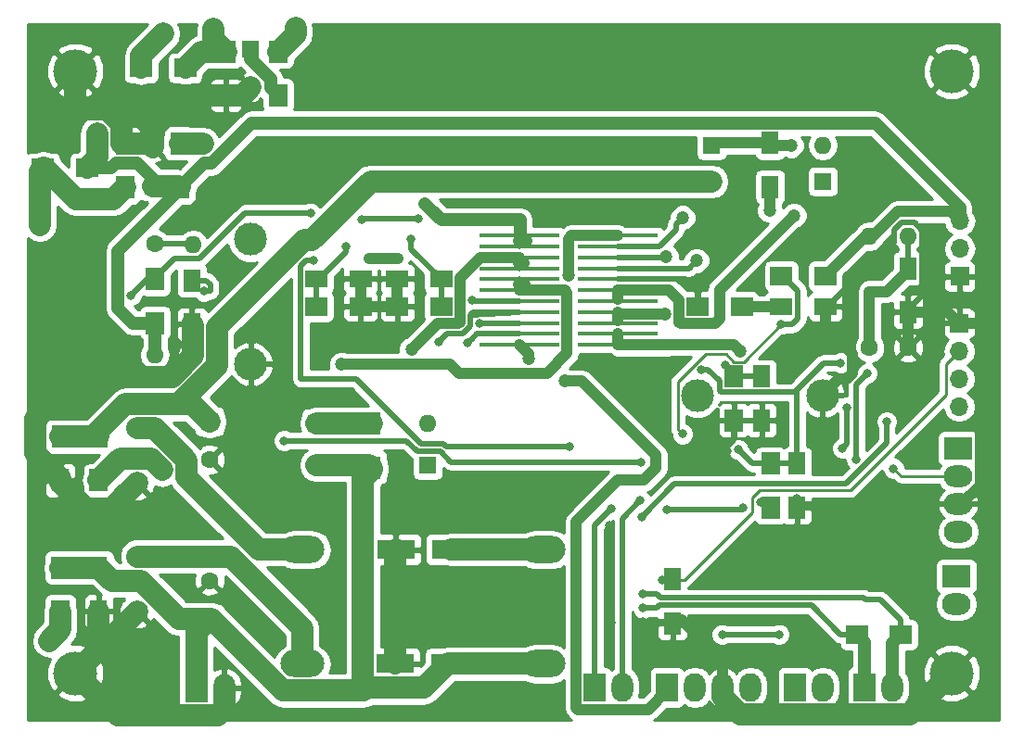
<source format=gbl>
G04 #@! TF.FileFunction,Copper,L2,Bot,Signal*
%FSLAX46Y46*%
G04 Gerber Fmt 4.6, Leading zero omitted, Abs format (unit mm)*
G04 Created by KiCad (PCBNEW 4.0.2+dfsg1-stable) date ven. 05 janv. 2018 23:27:10 CET*
%MOMM*%
G01*
G04 APERTURE LIST*
%ADD10C,0.100000*%
%ADD11C,1.600000*%
%ADD12O,1.600000X1.600000*%
%ADD13R,2.000000X2.600000*%
%ADD14O,2.000000X2.600000*%
%ADD15R,1.600000X2.000000*%
%ADD16R,7.400000X0.450000*%
%ADD17R,1.600000X1.600000*%
%ADD18R,2.000000X1.600000*%
%ADD19O,4.000000X2.500000*%
%ADD20R,1.700000X1.700000*%
%ADD21O,1.700000X1.700000*%
%ADD22R,2.600000X2.000000*%
%ADD23O,2.600000X2.000000*%
%ADD24R,1.700000X2.000000*%
%ADD25R,2.000000X1.700000*%
%ADD26C,2.000000*%
%ADD27R,3.500000X1.800000*%
%ADD28C,3.000000*%
%ADD29O,3.000000X3.000000*%
%ADD30C,4.000000*%
%ADD31C,0.800000*%
%ADD32C,1.200000*%
%ADD33C,0.500000*%
%ADD34C,2.000000*%
%ADD35C,1.000000*%
%ADD36C,0.250000*%
%ADD37C,1.200000*%
%ADD38C,0.254000*%
G04 APERTURE END LIST*
D10*
D11*
X130500000Y-115250000D03*
D12*
X130500000Y-105090000D03*
D13*
X112014000Y-146304000D03*
D14*
X114554000Y-146304000D03*
X117094000Y-146304000D03*
X119634000Y-146304000D03*
D15*
X85090000Y-122206000D03*
X85090000Y-126206000D03*
D16*
X107500000Y-115000000D03*
X107500000Y-113000000D03*
X107500000Y-111000000D03*
X107500000Y-109000000D03*
X107500000Y-107000000D03*
X107500000Y-105000000D03*
X107500000Y-106000000D03*
X107500000Y-108000000D03*
X107500000Y-110000000D03*
X107500000Y-112000000D03*
X107500000Y-114000000D03*
D15*
X134000000Y-108000000D03*
X134000000Y-112000000D03*
X112522000Y-136430000D03*
X112522000Y-140430000D03*
D17*
X70256400Y-122002800D03*
D11*
X70256400Y-125502800D03*
D15*
X56645200Y-123387600D03*
X56645200Y-127387600D03*
D17*
X74027100Y-87949200D03*
D11*
X74027100Y-91449200D03*
D17*
X65113700Y-100472600D03*
D11*
X65113700Y-96972600D03*
D15*
X121412000Y-96552000D03*
X121412000Y-100552000D03*
X123863100Y-125863600D03*
X123863100Y-129863600D03*
X120650000Y-117888000D03*
X120650000Y-121888000D03*
D18*
X91408000Y-108966000D03*
X87408000Y-108966000D03*
X122460000Y-111506000D03*
X126460000Y-111506000D03*
X80042000Y-108966000D03*
X84042000Y-108966000D03*
D19*
X78766000Y-133711000D03*
X100766000Y-133711000D03*
D13*
X123698000Y-146304000D03*
D14*
X126238000Y-146304000D03*
D13*
X69037200Y-146354800D03*
D14*
X71577200Y-146354800D03*
D20*
X138750000Y-108750000D03*
D21*
X138750000Y-106210000D03*
X138750000Y-103670000D03*
D13*
X105410000Y-146304000D03*
D14*
X107950000Y-146304000D03*
D22*
X138430000Y-136144000D03*
D23*
X138430000Y-138684000D03*
D13*
X130048000Y-146304000D03*
D14*
X132588000Y-146304000D03*
D22*
X138582400Y-124460000D03*
D23*
X138582400Y-127000000D03*
X138582400Y-129540000D03*
X138582400Y-132080000D03*
D24*
X60145200Y-127387600D03*
X60145200Y-123387600D03*
X71777100Y-88199200D03*
X71777100Y-92199200D03*
D25*
X64027100Y-89699200D03*
X68027100Y-89699200D03*
D24*
X76527100Y-88199200D03*
X76527100Y-92199200D03*
X62550200Y-96595600D03*
X62550200Y-100595600D03*
D25*
X59050200Y-98845600D03*
X55050200Y-98845600D03*
D24*
X67550200Y-96595600D03*
X67550200Y-100595600D03*
D25*
X129358000Y-141500000D03*
X133358000Y-141500000D03*
X122460000Y-108712000D03*
X126460000Y-108712000D03*
D24*
X65278000Y-108998000D03*
X65278000Y-112998000D03*
X121462800Y-125863600D03*
X121462800Y-129863600D03*
X118110000Y-117888000D03*
X118110000Y-121888000D03*
D25*
X91408000Y-111506000D03*
X87408000Y-111506000D03*
X118840000Y-111506000D03*
X114840000Y-111506000D03*
X80042000Y-111506000D03*
X84042000Y-111506000D03*
D26*
X63645200Y-122637600D03*
X63645200Y-127637600D03*
D20*
X138684000Y-113030000D03*
D21*
X138684000Y-115570000D03*
X138684000Y-118110000D03*
X138684000Y-120650000D03*
D17*
X70256400Y-140036800D03*
D11*
X70256400Y-136536800D03*
D15*
X60145200Y-135349600D03*
X60145200Y-139349600D03*
D17*
X126238000Y-100076000D03*
D12*
X116078000Y-100076000D03*
D17*
X116078000Y-96774000D03*
D12*
X126238000Y-96774000D03*
D27*
X92266000Y-133711000D03*
X87266000Y-133711000D03*
X92215200Y-144144600D03*
X87215200Y-144144600D03*
D19*
X78715200Y-144144600D03*
X100715200Y-144144600D03*
D11*
X134000000Y-115250000D03*
D12*
X134000000Y-105090000D03*
D11*
X65250000Y-105750000D03*
D12*
X65250000Y-115910000D03*
D24*
X56645200Y-139349600D03*
X56645200Y-135349600D03*
D28*
X114808000Y-119634000D03*
D29*
X126208000Y-119634000D03*
D28*
X74015600Y-105359200D03*
D29*
X74015600Y-116759200D03*
D30*
X138000000Y-145000000D03*
X58000000Y-145000000D03*
X138000000Y-90000000D03*
X58000000Y-90000000D03*
D26*
X63645200Y-134349600D03*
X63645200Y-139349600D03*
D16*
X98500000Y-105000000D03*
X98500000Y-107000000D03*
X98500000Y-109000000D03*
X98500000Y-111000000D03*
X98500000Y-113000000D03*
X98500000Y-115000000D03*
X98500000Y-114000000D03*
X98500000Y-112000000D03*
X98500000Y-110000000D03*
X98500000Y-108000000D03*
X98500000Y-106000000D03*
D15*
X68650000Y-109117600D03*
X68650000Y-113117600D03*
D17*
X90170000Y-125984000D03*
D12*
X80010000Y-125984000D03*
D17*
X80010000Y-122174000D03*
D12*
X90170000Y-122174000D03*
D11*
X68750000Y-116000000D03*
D12*
X68750000Y-105840000D03*
D31*
X123846000Y-129032000D03*
D32*
X120650000Y-121888000D03*
X87215200Y-144144600D03*
D31*
X117536753Y-124715534D03*
X113297044Y-140429992D03*
X109822000Y-140335000D03*
X106883200Y-140360400D03*
X106730800Y-131521200D03*
X114840000Y-111506000D03*
D32*
X126460000Y-111506000D03*
D31*
X94208011Y-110947200D03*
D32*
X85750400Y-111506000D03*
D31*
X111582844Y-136480315D03*
D32*
X121361200Y-102666800D03*
X62589199Y-120437599D03*
X102717600Y-118313200D03*
X99364800Y-116281200D03*
X103008430Y-108659156D03*
X66027100Y-86549200D03*
X59994800Y-95656400D03*
X123342400Y-96774000D03*
D31*
X118526346Y-124571558D03*
X127869790Y-116652694D03*
X115163423Y-117235520D03*
X84124800Y-103530400D03*
X89306400Y-103428800D03*
X117363434Y-116864753D03*
X88675000Y-105300000D03*
X122460000Y-111506000D03*
X82694988Y-105986390D03*
D32*
X65938400Y-126441200D03*
X78130400Y-86055200D03*
X69646800Y-96621600D03*
D31*
X122224800Y-141464410D03*
X117043200Y-141464410D03*
D32*
X118689219Y-115562219D03*
X111839989Y-112206591D03*
X123596400Y-103174800D03*
X114706400Y-107289600D03*
X111912400Y-106949990D03*
X113436400Y-103378000D03*
X89928300Y-102118238D03*
X88696800Y-115438390D03*
X82296000Y-116789200D03*
D31*
X91215000Y-114700000D03*
X94908021Y-113075408D03*
X93814496Y-114854800D03*
X106934000Y-129946400D03*
X109575600Y-129235200D03*
X109822000Y-139065000D03*
X109822000Y-137795000D03*
X132689600Y-126288800D03*
X109728000Y-130708400D03*
X132070591Y-122008815D03*
X118972326Y-129875010D03*
X112014000Y-130048000D03*
D32*
X70612000Y-86106000D03*
X54762400Y-104038400D03*
D31*
X113421603Y-123137015D03*
X122428000Y-113131600D03*
X109608230Y-125700012D03*
X77063600Y-123748800D03*
X63093600Y-110490000D03*
X79501739Y-102957108D03*
X120548400Y-129336800D03*
X87426800Y-107137200D03*
X84785200Y-107086400D03*
X128016000Y-124460000D03*
X128435990Y-120711626D03*
X130302000Y-117602000D03*
X129286000Y-125476000D03*
X79756000Y-107289600D03*
X103124000Y-124307600D03*
X69715589Y-110097724D03*
D32*
X55626000Y-142036800D03*
D33*
X126660000Y-111506000D02*
X126460000Y-111506000D01*
X128234000Y-110206000D02*
X127960000Y-110206000D01*
X132749999Y-105690001D02*
X128234000Y-110206000D01*
X132749999Y-104489999D02*
X132749999Y-105690001D01*
X133399999Y-103839999D02*
X132749999Y-104489999D01*
X127960000Y-110206000D02*
X126660000Y-111506000D01*
X135300000Y-110500000D02*
X135300000Y-104539998D01*
X134000000Y-111800000D02*
X135300000Y-110500000D01*
X134000000Y-112000000D02*
X134000000Y-111800000D01*
X134600001Y-103839999D02*
X133399999Y-103839999D01*
X135300000Y-104539998D02*
X134600001Y-103839999D01*
D34*
X138000000Y-145000000D02*
X134195990Y-148804010D01*
X134195990Y-148804010D02*
X118722727Y-148804010D01*
X118722727Y-148804010D02*
X117094000Y-147175283D01*
X117094000Y-147175283D02*
X117094000Y-146304000D01*
D35*
X138582400Y-129540000D02*
X138882400Y-129540000D01*
X138882400Y-129540000D02*
X140582401Y-127839999D01*
X140582401Y-127839999D02*
X140582401Y-113078401D01*
X140582401Y-113078401D02*
X140534000Y-113030000D01*
X140534000Y-113030000D02*
X138684000Y-113030000D01*
D33*
X118110000Y-121888000D02*
X118110000Y-123729900D01*
X117536753Y-124303147D02*
X117536753Y-124715534D01*
X118110000Y-123729900D02*
X117536753Y-124303147D01*
D35*
X128426481Y-118134001D02*
X127707999Y-118134001D01*
X128969791Y-117590691D02*
X128426481Y-118134001D01*
X126460000Y-113306000D02*
X128969791Y-115815791D01*
X128969791Y-115815791D02*
X128969791Y-117590691D01*
X127707999Y-118134001D02*
X126208000Y-119634000D01*
X126460000Y-111506000D02*
X126460000Y-113306000D01*
D34*
X54356000Y-124898400D02*
X54356000Y-121716798D01*
X66839999Y-117910001D02*
X67950001Y-116799999D01*
X67950001Y-116799999D02*
X68750000Y-116000000D01*
X54356000Y-121716798D02*
X58162797Y-117910001D01*
X58162797Y-117910001D02*
X66839999Y-117910001D01*
X56645200Y-127387600D02*
X56645200Y-127187600D01*
X56645200Y-127187600D02*
X54356000Y-124898400D01*
D33*
X138582400Y-129540000D02*
X124186700Y-129540000D01*
X124186700Y-129540000D02*
X123863100Y-129863600D01*
D35*
X117094000Y-143876898D02*
X113723493Y-140506391D01*
X113723493Y-140506391D02*
X113323494Y-140106392D01*
D33*
X113094886Y-140335000D02*
X113323494Y-140106392D01*
D35*
X117094000Y-146304000D02*
X117094000Y-143876898D01*
D33*
X112731359Y-140429992D02*
X113297044Y-140429992D01*
X112522008Y-140429992D02*
X112731359Y-140429992D01*
X112522000Y-140430000D02*
X112522008Y-140429992D01*
X113297034Y-140429992D02*
X113297036Y-140429992D01*
X112427000Y-140335000D02*
X112522000Y-140430000D01*
X113297034Y-140429992D02*
X113297037Y-140429992D01*
X113297043Y-140429992D02*
X113297044Y-140429992D01*
X113297039Y-140429992D02*
X113297041Y-140429992D01*
X113297037Y-140429992D02*
X113297039Y-140429992D01*
X113297041Y-140429992D02*
X113297043Y-140429992D01*
X109822000Y-140335000D02*
X113094886Y-140335000D01*
X118110000Y-121888000D02*
X120650000Y-121888000D01*
X106730800Y-131521200D02*
X106730800Y-140208000D01*
X106730800Y-140208000D02*
X106883200Y-140360400D01*
D35*
X134000000Y-115250000D02*
X134000000Y-112000000D01*
X134000000Y-112000000D02*
X137654000Y-112000000D01*
X137654000Y-112000000D02*
X138684000Y-113030000D01*
D34*
X68750000Y-116000000D02*
X68750000Y-113217600D01*
X68750000Y-113217600D02*
X68650000Y-113117600D01*
D33*
X107500000Y-109000000D02*
X113684000Y-109000000D01*
X113684000Y-109000000D02*
X114840000Y-110156000D01*
X114840000Y-110156000D02*
X114840000Y-111506000D01*
X98500000Y-111000000D02*
X94260811Y-111000000D01*
X94260811Y-111000000D02*
X94208011Y-110947200D01*
D35*
X84042000Y-111506000D02*
X84042000Y-108966000D01*
X87408000Y-111506000D02*
X87408000Y-108966000D01*
X87408000Y-111506000D02*
X85750400Y-111506000D01*
X84042000Y-111506000D02*
X85750400Y-111506000D01*
D34*
X71777100Y-92199200D02*
X67936598Y-92199200D01*
X65113700Y-95841230D02*
X65113700Y-96972600D01*
X65113700Y-95022098D02*
X65113700Y-95841230D01*
X67936598Y-92199200D02*
X65113700Y-95022098D01*
X62550200Y-96595600D02*
X64736700Y-96595600D01*
X64736700Y-96595600D02*
X65113700Y-96972600D01*
X71777100Y-92199200D02*
X73277100Y-92199200D01*
X73277100Y-92199200D02*
X74027100Y-91449200D01*
X58000000Y-90000000D02*
X58000000Y-92828427D01*
X58000000Y-92828427D02*
X58627963Y-93456390D01*
X58627963Y-93456390D02*
X60906073Y-93456390D01*
X60906073Y-93456390D02*
X62194810Y-94745127D01*
X62194810Y-94745127D02*
X62194810Y-96595600D01*
X62194810Y-96595600D02*
X62550200Y-96595600D01*
X87215200Y-144144600D02*
X87215200Y-133761800D01*
X87215200Y-133761800D02*
X87266000Y-133711000D01*
X63645200Y-127637600D02*
X60895200Y-130387600D01*
X60895200Y-130387600D02*
X59445200Y-130387600D01*
X59445200Y-130387600D02*
X56645200Y-127587600D01*
X56645200Y-127587600D02*
X56645200Y-127387600D01*
X71577200Y-146354800D02*
X71577200Y-148274802D01*
X71577200Y-148274802D02*
X70997201Y-148854801D01*
X70997201Y-148854801D02*
X61854801Y-148854801D01*
X61854801Y-148854801D02*
X59999999Y-146999999D01*
X59999999Y-146999999D02*
X58000000Y-145000000D01*
X63645200Y-139349600D02*
X63645200Y-139354800D01*
X63645200Y-139354800D02*
X58000000Y-145000000D01*
X60145200Y-139349600D02*
X60145200Y-142854800D01*
X60145200Y-142854800D02*
X58000000Y-145000000D01*
D36*
X113632060Y-136480315D02*
X112148529Y-136480315D01*
X119823399Y-128988799D02*
X119823399Y-130288976D01*
X120505199Y-128306999D02*
X119823399Y-128988799D01*
X137508999Y-119539001D02*
X128741001Y-128306999D01*
X137508999Y-116745001D02*
X137508999Y-119539001D01*
X119823399Y-130288976D02*
X113632060Y-136480315D01*
X138684000Y-115570000D02*
X137508999Y-116745001D01*
X128741001Y-128306999D02*
X120505199Y-128306999D01*
X112148529Y-136480315D02*
X111582844Y-136480315D01*
D33*
X112312652Y-136430000D02*
X112262337Y-136480315D01*
X112262337Y-136480315D02*
X112148529Y-136480315D01*
D34*
X67423686Y-120437599D02*
X63437727Y-120437599D01*
X70950011Y-116911274D02*
X67423686Y-120437599D01*
X78911775Y-105435598D02*
X70950011Y-113397362D01*
X70950011Y-113397362D02*
X70950011Y-116911274D01*
X79612400Y-105435598D02*
X78911775Y-105435598D01*
X84971998Y-100076000D02*
X79612400Y-105435598D01*
X116078000Y-100076000D02*
X84971998Y-100076000D01*
X63437727Y-120437599D02*
X62589199Y-120437599D01*
D35*
X121412000Y-100552000D02*
X121412000Y-102616000D01*
X121412000Y-102616000D02*
X121361200Y-102666800D01*
D34*
X60145200Y-123387600D02*
X60145200Y-122881598D01*
X60145200Y-122881598D02*
X62589199Y-120437599D01*
X62589199Y-120437599D02*
X68691199Y-120437599D01*
X68691199Y-120437599D02*
X70256400Y-122002800D01*
X92266000Y-133711000D02*
X100766000Y-133711000D01*
X56645200Y-123387600D02*
X60145200Y-123387600D01*
D35*
X112014000Y-146304000D02*
X112014000Y-146004000D01*
X107543600Y-127355600D02*
X109918000Y-127355600D01*
X109918000Y-127355600D02*
X111015598Y-126258002D01*
X111015598Y-126258002D02*
X111015598Y-125100398D01*
X111015598Y-125100398D02*
X104228400Y-118313200D01*
X104228400Y-118313200D02*
X103566128Y-118313200D01*
X103566128Y-118313200D02*
X102717600Y-118313200D01*
X103709999Y-148164001D02*
X103709999Y-131189201D01*
X103850008Y-148304010D02*
X103709999Y-148164001D01*
X110313990Y-148304010D02*
X103850008Y-148304010D01*
X112014000Y-146604000D02*
X110313990Y-148304010D01*
X103709999Y-131189201D02*
X107543600Y-127355600D01*
X112014000Y-146304000D02*
X112014000Y-146604000D01*
X99364800Y-116281200D02*
X99364800Y-115864800D01*
X99364800Y-115864800D02*
X98500000Y-115000000D01*
X107500000Y-105000000D02*
X103314998Y-105000000D01*
X103314998Y-105000000D02*
X103008430Y-105306568D01*
X103008430Y-105306568D02*
X103008430Y-108659156D01*
D37*
X74027100Y-87949200D02*
X74027100Y-88903602D01*
X74027100Y-88903602D02*
X75827109Y-90703611D01*
X75827109Y-90703611D02*
X75827109Y-91499209D01*
X75827109Y-91499209D02*
X76527100Y-92199200D01*
D34*
X64027100Y-89699200D02*
X64027100Y-88549200D01*
X64027100Y-88549200D02*
X66027100Y-86549200D01*
D35*
X130500000Y-105090000D02*
X130082000Y-105090000D01*
X130082000Y-105090000D02*
X126460000Y-108712000D01*
X133076479Y-102820001D02*
X130806480Y-105090000D01*
X137900001Y-102820001D02*
X133076479Y-102820001D01*
X138750000Y-103670000D02*
X137900001Y-102820001D01*
X130806480Y-105090000D02*
X130500000Y-105090000D01*
D37*
X138750000Y-103670000D02*
X138750000Y-102467919D01*
X70392389Y-98421609D02*
X69724191Y-98421609D01*
X138750000Y-102467919D02*
X131034080Y-94751999D01*
X131034080Y-94751999D02*
X74061999Y-94751999D01*
X74061999Y-94751999D02*
X70392389Y-98421609D01*
X69724191Y-98421609D02*
X67550200Y-100595600D01*
X63228000Y-112998000D02*
X65278000Y-112998000D01*
X61893598Y-111663598D02*
X63228000Y-112998000D01*
X61893598Y-106402202D02*
X61893598Y-111663598D01*
X67550200Y-100745600D02*
X61893598Y-106402202D01*
X67550200Y-100595600D02*
X67550200Y-100745600D01*
D33*
X126878000Y-108712000D02*
X126460000Y-108712000D01*
D34*
X65113700Y-100472600D02*
X67427200Y-100472600D01*
X67427200Y-100472600D02*
X67550200Y-100595600D01*
D37*
X65278000Y-112998000D02*
X65278000Y-115882000D01*
X65278000Y-115882000D02*
X65250000Y-115910000D01*
X65113700Y-100472600D02*
X65113700Y-99869098D01*
X65113700Y-99869098D02*
X63640203Y-98395601D01*
X63640203Y-98395601D02*
X61700199Y-98395601D01*
X61700199Y-98395601D02*
X61250200Y-98845600D01*
X61250200Y-98845600D02*
X59050200Y-98845600D01*
D34*
X59994800Y-95656400D02*
X59994800Y-97901000D01*
X59994800Y-97901000D02*
X59050200Y-98845600D01*
D35*
X123342400Y-96774000D02*
X121634000Y-96774000D01*
X121634000Y-96774000D02*
X121412000Y-96552000D01*
X121412000Y-96552000D02*
X116300000Y-96552000D01*
X116300000Y-96552000D02*
X116078000Y-96774000D01*
D34*
X80010000Y-122174000D02*
X85058000Y-122174000D01*
X85058000Y-122174000D02*
X85090000Y-122206000D01*
D33*
X118926345Y-124971557D02*
X118526346Y-124571558D01*
X119818388Y-125863600D02*
X118926345Y-124971557D01*
X121462800Y-125863600D02*
X119818388Y-125863600D01*
X127304105Y-116652694D02*
X127869790Y-116652694D01*
X123863100Y-119092898D02*
X126303304Y-116652694D01*
X126303304Y-116652694D02*
X127304105Y-116652694D01*
X116899999Y-119338001D02*
X116809999Y-119248001D01*
X115729108Y-117235520D02*
X115163423Y-117235520D01*
X116809999Y-118316411D02*
X115729108Y-117235520D01*
X123863100Y-119092898D02*
X123617997Y-119338001D01*
X123617997Y-119338001D02*
X116899999Y-119338001D01*
X116809999Y-119248001D02*
X116809999Y-118316411D01*
X123863100Y-119092898D02*
X123863100Y-124363600D01*
X123863100Y-124363600D02*
X123863100Y-125863600D01*
X121462800Y-125863600D02*
X123863100Y-125863600D01*
X89306400Y-103428800D02*
X84226400Y-103428800D01*
X84226400Y-103428800D02*
X84124800Y-103530400D01*
X118110000Y-117611319D02*
X117763433Y-117264752D01*
X117763433Y-117264752D02*
X117363434Y-116864753D01*
X118110000Y-117888000D02*
X118110000Y-117611319D01*
X118110000Y-117888000D02*
X120650000Y-117888000D01*
X91408000Y-108966000D02*
X91408000Y-111506000D01*
X88675000Y-105300000D02*
X88675000Y-106233000D01*
X88675000Y-106233000D02*
X91408000Y-108966000D01*
D35*
X118840000Y-111506000D02*
X122460000Y-111506000D01*
D33*
X80042000Y-108966000D02*
X80042000Y-111506000D01*
X82694988Y-106513012D02*
X82694988Y-105986390D01*
X80042000Y-108966000D02*
X80242000Y-108966000D01*
X80242000Y-108966000D02*
X82694988Y-106513012D01*
D34*
X64934799Y-125437599D02*
X65938400Y-126441200D01*
X60145200Y-127387600D02*
X62095201Y-125437599D01*
X62095201Y-125437599D02*
X64934799Y-125437599D01*
X78130400Y-86055200D02*
X78130400Y-86595900D01*
X78130400Y-86595900D02*
X76527100Y-88199200D01*
X67550200Y-96595600D02*
X69620800Y-96595600D01*
X69620800Y-96595600D02*
X69646800Y-96621600D01*
X68138410Y-125529926D02*
X65246084Y-122637600D01*
X68138410Y-127083410D02*
X68138410Y-125529926D01*
X74766000Y-133711000D02*
X68138410Y-127083410D01*
X65059413Y-122637600D02*
X63645200Y-122637600D01*
X78766000Y-133711000D02*
X74766000Y-133711000D01*
X65246084Y-122637600D02*
X65059413Y-122637600D01*
D33*
X117043200Y-141464410D02*
X117608885Y-141464410D01*
X117608885Y-141464410D02*
X122224800Y-141464410D01*
D35*
X112237780Y-114962220D02*
X118089220Y-114962220D01*
X118089220Y-114962220D02*
X118689219Y-115562219D01*
X107500000Y-115000000D02*
X112200000Y-115000000D01*
X112200000Y-115000000D02*
X112237780Y-114962220D01*
X107500000Y-115000000D02*
X107500000Y-114000000D01*
X107500000Y-112000000D02*
X107706591Y-112206591D01*
X110991461Y-112206591D02*
X111839989Y-112206591D01*
X107706591Y-112206591D02*
X110991461Y-112206591D01*
X107500000Y-112000000D02*
X107500000Y-112799990D01*
X113139999Y-112916001D02*
X113279999Y-113056001D01*
X116815201Y-112640801D02*
X116815201Y-109955999D01*
X112200000Y-110000000D02*
X113139999Y-110939999D01*
X113279999Y-113056001D02*
X116400001Y-113056001D01*
X122996401Y-103774799D02*
X123596400Y-103174800D01*
X107500000Y-110000000D02*
X112200000Y-110000000D01*
X116815201Y-109955999D02*
X122996401Y-103774799D01*
X113139999Y-110939999D02*
X113139999Y-112916001D01*
X116400001Y-113056001D02*
X116815201Y-112640801D01*
X107500000Y-110000000D02*
X107500000Y-110799990D01*
D33*
X107500000Y-108000000D02*
X113996000Y-108000000D01*
X113996000Y-108000000D02*
X114706400Y-107289600D01*
X111862390Y-107000000D02*
X111912400Y-106949990D01*
X107500000Y-107000000D02*
X111862390Y-107000000D01*
X112836401Y-104506795D02*
X112836401Y-103977999D01*
X111343196Y-106000000D02*
X112836401Y-104506795D01*
X107500000Y-106000000D02*
X111343196Y-106000000D01*
X112836401Y-103977999D02*
X113436400Y-103378000D01*
D37*
X98500000Y-105520000D02*
X99110000Y-105520000D01*
D33*
X98500000Y-105520000D02*
X98500000Y-106000000D01*
X98500000Y-105000000D02*
X98500000Y-105520000D01*
D37*
X90528299Y-102718237D02*
X89928300Y-102118238D01*
X91391262Y-103581200D02*
X90528299Y-102718237D01*
X98602800Y-103581200D02*
X91391262Y-103581200D01*
X98602800Y-104897200D02*
X98602800Y-103581200D01*
D33*
X98500000Y-107540000D02*
X98500000Y-107000000D01*
X98500000Y-108000000D02*
X98500000Y-107540000D01*
D37*
X98500000Y-107540000D02*
X98900000Y-107540000D01*
D35*
X91079189Y-113056001D02*
X89296799Y-114838391D01*
X92968001Y-113056001D02*
X91079189Y-113056001D01*
X89296799Y-114838391D02*
X88696800Y-115438390D01*
X93108001Y-112916001D02*
X92968001Y-113056001D01*
X93108001Y-108916999D02*
X93108001Y-112916001D01*
X95025000Y-107000000D02*
X93108001Y-108916999D01*
X98500000Y-107000000D02*
X95025000Y-107000000D01*
D33*
X98500000Y-109450000D02*
X98500000Y-109000000D01*
X98500000Y-110000000D02*
X98500000Y-109450000D01*
D37*
X98500000Y-109450000D02*
X98980000Y-109450000D01*
D35*
X83144528Y-116789200D02*
X82296000Y-116789200D01*
X92220185Y-116789200D02*
X83144528Y-116789200D01*
X101103801Y-117581201D02*
X93012186Y-117581201D01*
X102900001Y-115785001D02*
X101103801Y-117581201D01*
X93012186Y-117581201D02*
X92220185Y-116789200D01*
X102685002Y-110000000D02*
X102900001Y-110214999D01*
X98500000Y-110000000D02*
X102685002Y-110000000D01*
X102900001Y-110214999D02*
X102900001Y-115785001D01*
D33*
X94300000Y-112000000D02*
X94058011Y-112241989D01*
X94300000Y-112000000D02*
X94058012Y-112241988D01*
X94058011Y-113309509D02*
X93361508Y-114006012D01*
X91908988Y-114006012D02*
X91215000Y-114700000D01*
X98500000Y-112000000D02*
X94300000Y-112000000D01*
X94058011Y-112241989D02*
X98500000Y-112000000D01*
X94058012Y-112241988D02*
X94058011Y-113309509D01*
X93361508Y-114006012D02*
X91908988Y-114006012D01*
X95473706Y-113075408D02*
X94908021Y-113075408D01*
X98500000Y-113000000D02*
X98424592Y-113075408D01*
X98424592Y-113075408D02*
X95473706Y-113075408D01*
X94669296Y-114000000D02*
X94214495Y-114454801D01*
X94214495Y-114454801D02*
X93814496Y-114854800D01*
X98500000Y-114000000D02*
X94669296Y-114000000D01*
X106934000Y-129946400D02*
X105410000Y-131470400D01*
X105410000Y-131470400D02*
X105410000Y-146304000D01*
X107950000Y-130860800D02*
X107950000Y-146304000D01*
X109575600Y-129235200D02*
X107950000Y-130860800D01*
X111097000Y-139065000D02*
X109822000Y-139065000D01*
X129358000Y-141500000D02*
X127858000Y-141500000D01*
X125174109Y-138816109D02*
X111345891Y-138816109D01*
X127858000Y-141500000D02*
X125174109Y-138816109D01*
X111345891Y-138816109D02*
X111097000Y-139065000D01*
D37*
X130048000Y-146304000D02*
X130048000Y-142190000D01*
X130048000Y-142190000D02*
X129358000Y-141500000D01*
D33*
X109822000Y-137795000D02*
X111097000Y-137795000D01*
X111418098Y-138116098D02*
X129985710Y-138116098D01*
X129985710Y-138116098D02*
X130149600Y-138279988D01*
X111097000Y-137795000D02*
X111418098Y-138116098D01*
X130149600Y-138279988D02*
X130964788Y-138279988D01*
X133358000Y-141500000D02*
X133358000Y-140150000D01*
X133358000Y-140150000D02*
X131487988Y-138279988D01*
X131487988Y-138279988D02*
X130149600Y-138279988D01*
D37*
X132588000Y-146304000D02*
X132588000Y-142270000D01*
X132588000Y-142270000D02*
X133358000Y-141500000D01*
D36*
X132689600Y-126288800D02*
X133400800Y-127000000D01*
X133400800Y-127000000D02*
X138582400Y-127000000D01*
D33*
X119634000Y-146304000D02*
X119634000Y-146004000D01*
X132070591Y-122574500D02*
X132070591Y-122008815D01*
X112722812Y-127713588D02*
X128306414Y-127713588D01*
X109728000Y-130708400D02*
X112722812Y-127713588D01*
X128306414Y-127713588D02*
X132070591Y-123949411D01*
X132070591Y-123949411D02*
X132070591Y-122574500D01*
X118799336Y-130048000D02*
X118972326Y-129875010D01*
X112014000Y-130048000D02*
X118799336Y-130048000D01*
D34*
X70612000Y-86106000D02*
X70612000Y-87034100D01*
X70612000Y-87034100D02*
X71777100Y-88199200D01*
X71777100Y-88199200D02*
X69527100Y-88199200D01*
X69527100Y-88199200D02*
X68027100Y-89699200D01*
X54762400Y-104038400D02*
X54762400Y-99133400D01*
X54762400Y-99133400D02*
X55050200Y-98845600D01*
X55050200Y-98845600D02*
X55200200Y-98845600D01*
X55200200Y-98845600D02*
X58050200Y-101695600D01*
X58050200Y-101695600D02*
X61450200Y-101695600D01*
X61450200Y-101695600D02*
X62550200Y-100595600D01*
D36*
X115531399Y-115824000D02*
X112982999Y-118372400D01*
X122428000Y-113131600D02*
X118996601Y-116562999D01*
X118137799Y-116562999D02*
X117398800Y-115824000D01*
X117398800Y-115824000D02*
X115531399Y-115824000D01*
X112982999Y-118372400D02*
X112982999Y-122698411D01*
X118996601Y-116562999D02*
X118137799Y-116562999D01*
X113021604Y-122737016D02*
X113421603Y-123137015D01*
X112982999Y-122698411D02*
X113021604Y-122737016D01*
D33*
X122610000Y-108712000D02*
X122460000Y-108712000D01*
X123444402Y-113131600D02*
X123960000Y-112616002D01*
X122428000Y-113131600D02*
X123444402Y-113131600D01*
X123960000Y-112616002D02*
X123960000Y-110062000D01*
X123960000Y-110062000D02*
X122610000Y-108712000D01*
X109042545Y-125700012D02*
X109608230Y-125700012D01*
X92296014Y-125700012D02*
X109042545Y-125700012D01*
X89238036Y-124733999D02*
X91330001Y-124733999D01*
X91330001Y-124733999D02*
X92296014Y-125700012D01*
X88252837Y-123748800D02*
X89238036Y-124733999D01*
X77063600Y-123748800D02*
X88252837Y-123748800D01*
X65278000Y-108998000D02*
X64585600Y-108998000D01*
X64585600Y-108998000D02*
X63093600Y-110490000D01*
X67035999Y-107090001D02*
X69350001Y-107090001D01*
X78936054Y-102957108D02*
X79501739Y-102957108D01*
X65278000Y-108848000D02*
X67035999Y-107090001D01*
X65278000Y-108998000D02*
X65278000Y-108848000D01*
X69350001Y-107090001D02*
X73482894Y-102957108D01*
X73482894Y-102957108D02*
X78936054Y-102957108D01*
D36*
X120548400Y-129336800D02*
X120936000Y-129336800D01*
X120936000Y-129336800D02*
X121462800Y-129863600D01*
D35*
X84785200Y-107086400D02*
X87376000Y-107086400D01*
X87376000Y-107086400D02*
X87426800Y-107137200D01*
D33*
X128435990Y-124040010D02*
X128435990Y-121277311D01*
X128435990Y-121277311D02*
X128435990Y-120711626D01*
X128016000Y-124460000D02*
X128435990Y-124040010D01*
X129286000Y-125476000D02*
X129286000Y-118618000D01*
X129286000Y-118618000D02*
X130302000Y-117602000D01*
X78587600Y-118110000D02*
X78587600Y-107810398D01*
X78587600Y-107810398D02*
X79108398Y-107289600D01*
X79108398Y-107289600D02*
X79756000Y-107289600D01*
X83604002Y-118110000D02*
X78587600Y-118110000D01*
X103124000Y-124307600D02*
X91893567Y-124307600D01*
X91893567Y-124307600D02*
X91619955Y-124033988D01*
X91619955Y-124033988D02*
X89527990Y-124033988D01*
X89527990Y-124033988D02*
X83604002Y-118110000D01*
D35*
X130500000Y-110139600D02*
X132060400Y-110139600D01*
X132060400Y-110139600D02*
X134000000Y-108200000D01*
X134000000Y-108200000D02*
X134000000Y-108000000D01*
X130500000Y-115250000D02*
X130500000Y-110139600D01*
D33*
X134000000Y-105090000D02*
X134000000Y-108000000D01*
X70281274Y-110097724D02*
X69715589Y-110097724D01*
X70339211Y-109506811D02*
X70339211Y-110039787D01*
X69950000Y-109117600D02*
X70339211Y-109506811D01*
X70339211Y-110039787D02*
X70281274Y-110097724D01*
X68650000Y-109117600D02*
X69950000Y-109117600D01*
X65250000Y-105750000D02*
X68660000Y-105750000D01*
X68660000Y-105750000D02*
X68750000Y-105840000D01*
D34*
X56645200Y-139349600D02*
X56645200Y-141017600D01*
X56645200Y-141017600D02*
X55626000Y-142036800D01*
X70256400Y-140036800D02*
X70392563Y-140036800D01*
X84355208Y-146594610D02*
X84605208Y-146344610D01*
X70392563Y-140036800D02*
X76950373Y-146594610D01*
X76950373Y-146594610D02*
X84355208Y-146594610D01*
X80010000Y-125984000D02*
X84868000Y-125984000D01*
X84868000Y-125984000D02*
X85090000Y-126206000D01*
X85090000Y-126206000D02*
X85090000Y-126406000D01*
X85090000Y-126406000D02*
X84265199Y-127230801D01*
X84265199Y-127230801D02*
X84265199Y-146004601D01*
X84265199Y-146004601D02*
X84605208Y-146344610D01*
X84605208Y-146344610D02*
X89825192Y-146344610D01*
X89825192Y-146344610D02*
X92025202Y-144144600D01*
X92025202Y-144144600D02*
X92215200Y-144144600D01*
X92215200Y-144144600D02*
X100715200Y-144144600D01*
X70256400Y-140036800D02*
X69037200Y-141256000D01*
X69037200Y-141256000D02*
X69037200Y-146354800D01*
X60145200Y-135349600D02*
X56645200Y-135349600D01*
X60145200Y-135349600D02*
X61345201Y-136549601D01*
X61345201Y-136549601D02*
X63969201Y-136549601D01*
X63969201Y-136549601D02*
X67456400Y-140036800D01*
X67456400Y-140036800D02*
X70256400Y-140036800D01*
X63645200Y-134349600D02*
X72170200Y-134349600D01*
X72170200Y-134349600D02*
X78715200Y-140894600D01*
X78715200Y-140894600D02*
X78715200Y-144144600D01*
D38*
G36*
X142290000Y-149290000D02*
X110842043Y-149290000D01*
X111116556Y-149106576D01*
X111971692Y-148251440D01*
X113014000Y-148251440D01*
X113249317Y-148207162D01*
X113465441Y-148068090D01*
X113570951Y-147913671D01*
X113928313Y-148152452D01*
X114554000Y-148276909D01*
X115179687Y-148152452D01*
X115710120Y-147798029D01*
X115837219Y-147607812D01*
X116027683Y-147849922D01*
X116585645Y-148163144D01*
X116713566Y-148194124D01*
X116967000Y-148074777D01*
X116967000Y-146431000D01*
X116947000Y-146431000D01*
X116947000Y-146177000D01*
X116967000Y-146177000D01*
X116967000Y-144533223D01*
X117221000Y-144533223D01*
X117221000Y-146177000D01*
X117241000Y-146177000D01*
X117241000Y-146431000D01*
X117221000Y-146431000D01*
X117221000Y-148074777D01*
X117474434Y-148194124D01*
X117602355Y-148163144D01*
X118160317Y-147849922D01*
X118350781Y-147607812D01*
X118477880Y-147798029D01*
X119008313Y-148152452D01*
X119634000Y-148276909D01*
X120259687Y-148152452D01*
X120790120Y-147798029D01*
X121144543Y-147267596D01*
X121269000Y-146641909D01*
X121269000Y-145966091D01*
X121144543Y-145340404D01*
X120919766Y-145004000D01*
X122050560Y-145004000D01*
X122050560Y-147604000D01*
X122094838Y-147839317D01*
X122233910Y-148055441D01*
X122446110Y-148200431D01*
X122698000Y-148251440D01*
X124698000Y-148251440D01*
X124933317Y-148207162D01*
X125149441Y-148068090D01*
X125254951Y-147913671D01*
X125612313Y-148152452D01*
X126238000Y-148276909D01*
X126863687Y-148152452D01*
X127394120Y-147798029D01*
X127748543Y-147267596D01*
X127873000Y-146641909D01*
X127873000Y-145966091D01*
X127748543Y-145340404D01*
X127394120Y-144809971D01*
X126863687Y-144455548D01*
X126238000Y-144331091D01*
X125612313Y-144455548D01*
X125253808Y-144695093D01*
X125162090Y-144552559D01*
X124949890Y-144407569D01*
X124698000Y-144356560D01*
X122698000Y-144356560D01*
X122462683Y-144400838D01*
X122246559Y-144539910D01*
X122101569Y-144752110D01*
X122050560Y-145004000D01*
X120919766Y-145004000D01*
X120790120Y-144809971D01*
X120259687Y-144455548D01*
X119634000Y-144331091D01*
X119008313Y-144455548D01*
X118477880Y-144809971D01*
X118350781Y-145000188D01*
X118160317Y-144758078D01*
X117602355Y-144444856D01*
X117474434Y-144413876D01*
X117221000Y-144533223D01*
X116967000Y-144533223D01*
X116713566Y-144413876D01*
X116585645Y-144444856D01*
X116027683Y-144758078D01*
X115837219Y-145000188D01*
X115710120Y-144809971D01*
X115179687Y-144455548D01*
X114554000Y-144331091D01*
X113928313Y-144455548D01*
X113569808Y-144695093D01*
X113478090Y-144552559D01*
X113265890Y-144407569D01*
X113014000Y-144356560D01*
X111014000Y-144356560D01*
X110778683Y-144400838D01*
X110562559Y-144539910D01*
X110417569Y-144752110D01*
X110366560Y-145004000D01*
X110366560Y-146646308D01*
X109843858Y-147169010D01*
X109480153Y-147169010D01*
X109585000Y-146641909D01*
X109585000Y-145966091D01*
X109460543Y-145340404D01*
X109106120Y-144809971D01*
X108835000Y-144628815D01*
X108835000Y-140715750D01*
X111087000Y-140715750D01*
X111087000Y-141556309D01*
X111183673Y-141789698D01*
X111362301Y-141968327D01*
X111595690Y-142065000D01*
X112236250Y-142065000D01*
X112395000Y-141906250D01*
X112395000Y-140557000D01*
X112649000Y-140557000D01*
X112649000Y-141906250D01*
X112807750Y-142065000D01*
X113448310Y-142065000D01*
X113681699Y-141968327D01*
X113860327Y-141789698D01*
X113910163Y-141669381D01*
X116008021Y-141669381D01*
X116165258Y-142049925D01*
X116456154Y-142341329D01*
X116836423Y-142499230D01*
X117248171Y-142499589D01*
X117611633Y-142349410D01*
X121657215Y-142349410D01*
X122018023Y-142499230D01*
X122429771Y-142499589D01*
X122810315Y-142342352D01*
X123101719Y-142051456D01*
X123259620Y-141671187D01*
X123259979Y-141259439D01*
X123102742Y-140878895D01*
X122811846Y-140587491D01*
X122431577Y-140429590D01*
X122019829Y-140429231D01*
X121656367Y-140579410D01*
X117610785Y-140579410D01*
X117249977Y-140429590D01*
X116838229Y-140429231D01*
X116457685Y-140586468D01*
X116166281Y-140877364D01*
X116008380Y-141257633D01*
X116008021Y-141669381D01*
X113910163Y-141669381D01*
X113957000Y-141556309D01*
X113957000Y-140715750D01*
X113798250Y-140557000D01*
X112649000Y-140557000D01*
X112395000Y-140557000D01*
X111245750Y-140557000D01*
X111087000Y-140715750D01*
X108835000Y-140715750D01*
X108835000Y-139386574D01*
X108944058Y-139650515D01*
X109234954Y-139941919D01*
X109615223Y-140099820D01*
X110026971Y-140100179D01*
X110390433Y-139950000D01*
X111087000Y-139950000D01*
X111087000Y-140144250D01*
X111245750Y-140303000D01*
X112395000Y-140303000D01*
X112395000Y-140283000D01*
X112649000Y-140283000D01*
X112649000Y-140303000D01*
X113798250Y-140303000D01*
X113957000Y-140144250D01*
X113957000Y-139701109D01*
X124807529Y-139701109D01*
X127232208Y-142125787D01*
X127232210Y-142125790D01*
X127519325Y-142317633D01*
X127575516Y-142328810D01*
X127711669Y-142355893D01*
X127754838Y-142585317D01*
X127893910Y-142801441D01*
X128106110Y-142946431D01*
X128358000Y-142997440D01*
X128813000Y-142997440D01*
X128813000Y-144400778D01*
X128812683Y-144400838D01*
X128596559Y-144539910D01*
X128451569Y-144752110D01*
X128400560Y-145004000D01*
X128400560Y-147604000D01*
X128444838Y-147839317D01*
X128583910Y-148055441D01*
X128796110Y-148200431D01*
X129048000Y-148251440D01*
X131048000Y-148251440D01*
X131283317Y-148207162D01*
X131499441Y-148068090D01*
X131604951Y-147913671D01*
X131962313Y-148152452D01*
X132588000Y-148276909D01*
X133213687Y-148152452D01*
X133744120Y-147798029D01*
X134098543Y-147267596D01*
X134176630Y-146875022D01*
X136304584Y-146875022D01*
X136525353Y-147245743D01*
X137497012Y-147639119D01*
X138545247Y-147630713D01*
X139474647Y-147245743D01*
X139695416Y-146875022D01*
X138000000Y-145179605D01*
X136304584Y-146875022D01*
X134176630Y-146875022D01*
X134223000Y-146641909D01*
X134223000Y-145966091D01*
X134098543Y-145340404D01*
X133823000Y-144928024D01*
X133823000Y-144497012D01*
X135360881Y-144497012D01*
X135369287Y-145545247D01*
X135754257Y-146474647D01*
X136124978Y-146695416D01*
X137820395Y-145000000D01*
X138179605Y-145000000D01*
X139875022Y-146695416D01*
X140245743Y-146474647D01*
X140639119Y-145502988D01*
X140630713Y-144454753D01*
X140245743Y-143525353D01*
X139875022Y-143304584D01*
X138179605Y-145000000D01*
X137820395Y-145000000D01*
X136124978Y-143304584D01*
X135754257Y-143525353D01*
X135360881Y-144497012D01*
X133823000Y-144497012D01*
X133823000Y-143124978D01*
X136304584Y-143124978D01*
X138000000Y-144820395D01*
X139695416Y-143124978D01*
X139474647Y-142754257D01*
X138502988Y-142360881D01*
X137454753Y-142369287D01*
X136525353Y-142754257D01*
X136304584Y-143124978D01*
X133823000Y-143124978D01*
X133823000Y-142997440D01*
X134358000Y-142997440D01*
X134593317Y-142953162D01*
X134809441Y-142814090D01*
X134954431Y-142601890D01*
X135005440Y-142350000D01*
X135005440Y-140650000D01*
X134961162Y-140414683D01*
X134822090Y-140198559D01*
X134609890Y-140053569D01*
X134358000Y-140002560D01*
X134213672Y-140002560D01*
X134175633Y-139811325D01*
X133983790Y-139524210D01*
X133983787Y-139524208D01*
X133143580Y-138684000D01*
X136457091Y-138684000D01*
X136581548Y-139309687D01*
X136935971Y-139840120D01*
X137466404Y-140194543D01*
X138092091Y-140319000D01*
X138767909Y-140319000D01*
X139393596Y-140194543D01*
X139924029Y-139840120D01*
X140278452Y-139309687D01*
X140402909Y-138684000D01*
X140278452Y-138058313D01*
X140038907Y-137699808D01*
X140181441Y-137608090D01*
X140326431Y-137395890D01*
X140377440Y-137144000D01*
X140377440Y-135144000D01*
X140333162Y-134908683D01*
X140194090Y-134692559D01*
X139981890Y-134547569D01*
X139730000Y-134496560D01*
X137130000Y-134496560D01*
X136894683Y-134540838D01*
X136678559Y-134679910D01*
X136533569Y-134892110D01*
X136482560Y-135144000D01*
X136482560Y-137144000D01*
X136526838Y-137379317D01*
X136665910Y-137595441D01*
X136820329Y-137700951D01*
X136581548Y-138058313D01*
X136457091Y-138684000D01*
X133143580Y-138684000D01*
X132113778Y-137654198D01*
X132025841Y-137595441D01*
X131826663Y-137462355D01*
X131770472Y-137451178D01*
X131487988Y-137394987D01*
X131487983Y-137394988D01*
X130468843Y-137394988D01*
X130324385Y-137298465D01*
X130268194Y-137287288D01*
X129985710Y-137231097D01*
X129985705Y-137231098D01*
X113969440Y-137231098D01*
X113969440Y-137151365D01*
X114169461Y-137017716D01*
X119107177Y-132080000D01*
X136609491Y-132080000D01*
X136733948Y-132705687D01*
X137088371Y-133236120D01*
X137618804Y-133590543D01*
X138244491Y-133715000D01*
X138920309Y-133715000D01*
X139545996Y-133590543D01*
X140076429Y-133236120D01*
X140430852Y-132705687D01*
X140555309Y-132080000D01*
X140430852Y-131454313D01*
X140076429Y-130923880D01*
X139886212Y-130796781D01*
X140128322Y-130606317D01*
X140441544Y-130048355D01*
X140472524Y-129920434D01*
X140353177Y-129667000D01*
X138709400Y-129667000D01*
X138709400Y-129687000D01*
X138455400Y-129687000D01*
X138455400Y-129667000D01*
X136811623Y-129667000D01*
X136692276Y-129920434D01*
X136723256Y-130048355D01*
X137036478Y-130606317D01*
X137278588Y-130796781D01*
X137088371Y-130923880D01*
X136733948Y-131454313D01*
X136609491Y-132080000D01*
X119107177Y-132080000D01*
X120040421Y-131146756D01*
X120148710Y-131315041D01*
X120360910Y-131460031D01*
X120612800Y-131511040D01*
X122312800Y-131511040D01*
X122548117Y-131466762D01*
X122682052Y-131380577D01*
X122703401Y-131401927D01*
X122936790Y-131498600D01*
X123577350Y-131498600D01*
X123736100Y-131339850D01*
X123736100Y-129990600D01*
X123990100Y-129990600D01*
X123990100Y-131339850D01*
X124148850Y-131498600D01*
X124789410Y-131498600D01*
X125022799Y-131401927D01*
X125201427Y-131223298D01*
X125298100Y-130989909D01*
X125298100Y-130149350D01*
X125139350Y-129990600D01*
X123990100Y-129990600D01*
X123736100Y-129990600D01*
X123716100Y-129990600D01*
X123716100Y-129736600D01*
X123736100Y-129736600D01*
X123736100Y-129716600D01*
X123990100Y-129716600D01*
X123990100Y-129736600D01*
X125139350Y-129736600D01*
X125298100Y-129577850D01*
X125298100Y-129066999D01*
X128741001Y-129066999D01*
X129031840Y-129009147D01*
X129278402Y-128844400D01*
X131654443Y-126468359D01*
X131654421Y-126493771D01*
X131811658Y-126874315D01*
X132102554Y-127165719D01*
X132482823Y-127323620D01*
X132649764Y-127323766D01*
X132863399Y-127537401D01*
X133109961Y-127702148D01*
X133400800Y-127760000D01*
X136823693Y-127760000D01*
X137088371Y-128156120D01*
X137278588Y-128283219D01*
X137036478Y-128473683D01*
X136723256Y-129031645D01*
X136692276Y-129159566D01*
X136811623Y-129413000D01*
X138455400Y-129413000D01*
X138455400Y-129393000D01*
X138709400Y-129393000D01*
X138709400Y-129413000D01*
X140353177Y-129413000D01*
X140472524Y-129159566D01*
X140441544Y-129031645D01*
X140128322Y-128473683D01*
X139886212Y-128283219D01*
X140076429Y-128156120D01*
X140430852Y-127625687D01*
X140555309Y-127000000D01*
X140430852Y-126374313D01*
X140191307Y-126015808D01*
X140333841Y-125924090D01*
X140478831Y-125711890D01*
X140529840Y-125460000D01*
X140529840Y-123460000D01*
X140485562Y-123224683D01*
X140346490Y-123008559D01*
X140134290Y-122863569D01*
X139882400Y-122812560D01*
X137282400Y-122812560D01*
X137047083Y-122856838D01*
X136830959Y-122995910D01*
X136685969Y-123208110D01*
X136634960Y-123460000D01*
X136634960Y-125460000D01*
X136679238Y-125695317D01*
X136818310Y-125911441D01*
X136972729Y-126016951D01*
X136823693Y-126240000D01*
X133724643Y-126240000D01*
X133724779Y-126083829D01*
X133567542Y-125703285D01*
X133276646Y-125411881D01*
X132896377Y-125253980D01*
X132868846Y-125253956D01*
X137220161Y-120902641D01*
X137282946Y-121218285D01*
X137604853Y-121700054D01*
X138086622Y-122021961D01*
X138654907Y-122135000D01*
X138713093Y-122135000D01*
X139281378Y-122021961D01*
X139763147Y-121700054D01*
X140085054Y-121218285D01*
X140198093Y-120650000D01*
X140085054Y-120081715D01*
X139763147Y-119599946D01*
X139433974Y-119380000D01*
X139763147Y-119160054D01*
X140085054Y-118678285D01*
X140198093Y-118110000D01*
X140085054Y-117541715D01*
X139763147Y-117059946D01*
X139433974Y-116840000D01*
X139763147Y-116620054D01*
X140085054Y-116138285D01*
X140198093Y-115570000D01*
X140085054Y-115001715D01*
X139763147Y-114519946D01*
X139719223Y-114490597D01*
X139893698Y-114418327D01*
X140072327Y-114239699D01*
X140169000Y-114006310D01*
X140169000Y-113315750D01*
X140010250Y-113157000D01*
X138811000Y-113157000D01*
X138811000Y-113177000D01*
X138557000Y-113177000D01*
X138557000Y-113157000D01*
X137357750Y-113157000D01*
X137199000Y-113315750D01*
X137199000Y-114006310D01*
X137295673Y-114239699D01*
X137474302Y-114418327D01*
X137648777Y-114490597D01*
X137604853Y-114519946D01*
X137282946Y-115001715D01*
X137169907Y-115570000D01*
X137242790Y-115936408D01*
X136971598Y-116207600D01*
X136806851Y-116454162D01*
X136748999Y-116745001D01*
X136748999Y-119224199D01*
X132955591Y-123017607D01*
X132955591Y-122576400D01*
X133105411Y-122215592D01*
X133105770Y-121803844D01*
X132948533Y-121423300D01*
X132657637Y-121131896D01*
X132277368Y-120973995D01*
X131865620Y-120973636D01*
X131485076Y-121130873D01*
X131193672Y-121421769D01*
X131035771Y-121802038D01*
X131035412Y-122213786D01*
X131185591Y-122577248D01*
X131185591Y-123582832D01*
X130171000Y-124597423D01*
X130171000Y-118984580D01*
X130526448Y-118629131D01*
X130887515Y-118479942D01*
X131178919Y-118189046D01*
X131336820Y-117808777D01*
X131337179Y-117397029D01*
X131179942Y-117016485D01*
X130889046Y-116725081D01*
X130788663Y-116683399D01*
X131311800Y-116467243D01*
X131521663Y-116257745D01*
X133171861Y-116257745D01*
X133245995Y-116503864D01*
X133783223Y-116696965D01*
X134353454Y-116669778D01*
X134754005Y-116503864D01*
X134828139Y-116257745D01*
X134000000Y-115429605D01*
X133171861Y-116257745D01*
X131521663Y-116257745D01*
X131715824Y-116063923D01*
X131934750Y-115536691D01*
X131935189Y-115033223D01*
X132553035Y-115033223D01*
X132580222Y-115603454D01*
X132746136Y-116004005D01*
X132992255Y-116078139D01*
X133820395Y-115250000D01*
X134179605Y-115250000D01*
X135007745Y-116078139D01*
X135253864Y-116004005D01*
X135446965Y-115466777D01*
X135419778Y-114896546D01*
X135253864Y-114495995D01*
X135007745Y-114421861D01*
X134179605Y-115250000D01*
X133820395Y-115250000D01*
X132992255Y-114421861D01*
X132746136Y-114495995D01*
X132553035Y-115033223D01*
X131935189Y-115033223D01*
X131935248Y-114965813D01*
X131717243Y-114438200D01*
X131635000Y-114355813D01*
X131635000Y-114242255D01*
X133171861Y-114242255D01*
X134000000Y-115070395D01*
X134828139Y-114242255D01*
X134754005Y-113996136D01*
X134216777Y-113803035D01*
X133646546Y-113830222D01*
X133245995Y-113996136D01*
X133171861Y-114242255D01*
X131635000Y-114242255D01*
X131635000Y-112285750D01*
X132565000Y-112285750D01*
X132565000Y-113126309D01*
X132661673Y-113359698D01*
X132840301Y-113538327D01*
X133073690Y-113635000D01*
X133714250Y-113635000D01*
X133873000Y-113476250D01*
X133873000Y-112127000D01*
X134127000Y-112127000D01*
X134127000Y-113476250D01*
X134285750Y-113635000D01*
X134926310Y-113635000D01*
X135159699Y-113538327D01*
X135338327Y-113359698D01*
X135435000Y-113126309D01*
X135435000Y-112285750D01*
X135276250Y-112127000D01*
X134127000Y-112127000D01*
X133873000Y-112127000D01*
X132723750Y-112127000D01*
X132565000Y-112285750D01*
X131635000Y-112285750D01*
X131635000Y-112053690D01*
X137199000Y-112053690D01*
X137199000Y-112744250D01*
X137357750Y-112903000D01*
X138557000Y-112903000D01*
X138557000Y-111703750D01*
X138811000Y-111703750D01*
X138811000Y-112903000D01*
X140010250Y-112903000D01*
X140169000Y-112744250D01*
X140169000Y-112053690D01*
X140072327Y-111820301D01*
X139893698Y-111641673D01*
X139660309Y-111545000D01*
X138969750Y-111545000D01*
X138811000Y-111703750D01*
X138557000Y-111703750D01*
X138398250Y-111545000D01*
X137707691Y-111545000D01*
X137474302Y-111641673D01*
X137295673Y-111820301D01*
X137199000Y-112053690D01*
X131635000Y-112053690D01*
X131635000Y-111274600D01*
X132060400Y-111274600D01*
X132494746Y-111188203D01*
X132565000Y-111141261D01*
X132565000Y-111714250D01*
X132723750Y-111873000D01*
X133873000Y-111873000D01*
X133873000Y-110523750D01*
X134127000Y-110523750D01*
X134127000Y-111873000D01*
X135276250Y-111873000D01*
X135435000Y-111714250D01*
X135435000Y-110873691D01*
X135338327Y-110640302D01*
X135159699Y-110461673D01*
X134926310Y-110365000D01*
X134285750Y-110365000D01*
X134127000Y-110523750D01*
X133873000Y-110523750D01*
X133714250Y-110365000D01*
X133440132Y-110365000D01*
X134157692Y-109647440D01*
X134800000Y-109647440D01*
X135035317Y-109603162D01*
X135251441Y-109464090D01*
X135396431Y-109251890D01*
X135440200Y-109035750D01*
X137265000Y-109035750D01*
X137265000Y-109726310D01*
X137361673Y-109959699D01*
X137540302Y-110138327D01*
X137773691Y-110235000D01*
X138464250Y-110235000D01*
X138623000Y-110076250D01*
X138623000Y-108877000D01*
X138877000Y-108877000D01*
X138877000Y-110076250D01*
X139035750Y-110235000D01*
X139726309Y-110235000D01*
X139959698Y-110138327D01*
X140138327Y-109959699D01*
X140235000Y-109726310D01*
X140235000Y-109035750D01*
X140076250Y-108877000D01*
X138877000Y-108877000D01*
X138623000Y-108877000D01*
X137423750Y-108877000D01*
X137265000Y-109035750D01*
X135440200Y-109035750D01*
X135447440Y-109000000D01*
X135447440Y-107000000D01*
X135403162Y-106764683D01*
X135264090Y-106548559D01*
X135051890Y-106403569D01*
X134885000Y-106369773D01*
X134885000Y-106219473D01*
X135014698Y-106132811D01*
X135325767Y-105667264D01*
X135435000Y-105118113D01*
X135435000Y-105061887D01*
X135325767Y-104512736D01*
X135014698Y-104047189D01*
X134876729Y-103955001D01*
X137292597Y-103955001D01*
X137348946Y-104238285D01*
X137670853Y-104720054D01*
X138000026Y-104940000D01*
X137670853Y-105159946D01*
X137348946Y-105641715D01*
X137235907Y-106210000D01*
X137348946Y-106778285D01*
X137670853Y-107260054D01*
X137714777Y-107289403D01*
X137540302Y-107361673D01*
X137361673Y-107540301D01*
X137265000Y-107773690D01*
X137265000Y-108464250D01*
X137423750Y-108623000D01*
X138623000Y-108623000D01*
X138623000Y-108603000D01*
X138877000Y-108603000D01*
X138877000Y-108623000D01*
X140076250Y-108623000D01*
X140235000Y-108464250D01*
X140235000Y-107773690D01*
X140138327Y-107540301D01*
X139959698Y-107361673D01*
X139785223Y-107289403D01*
X139829147Y-107260054D01*
X140151054Y-106778285D01*
X140264093Y-106210000D01*
X140151054Y-105641715D01*
X139829147Y-105159946D01*
X139499974Y-104940000D01*
X139829147Y-104720054D01*
X140151054Y-104238285D01*
X140264093Y-103670000D01*
X140151054Y-103101715D01*
X139985000Y-102853197D01*
X139985000Y-102467919D01*
X139890991Y-101995305D01*
X139623277Y-101594642D01*
X131907357Y-93878722D01*
X131506694Y-93611008D01*
X131034080Y-93516999D01*
X77928497Y-93516999D01*
X77973531Y-93451090D01*
X78024540Y-93199200D01*
X78024540Y-91875022D01*
X136304584Y-91875022D01*
X136525353Y-92245743D01*
X137497012Y-92639119D01*
X138545247Y-92630713D01*
X139474647Y-92245743D01*
X139695416Y-91875022D01*
X138000000Y-90179605D01*
X136304584Y-91875022D01*
X78024540Y-91875022D01*
X78024540Y-91199200D01*
X77980262Y-90963883D01*
X77841190Y-90747759D01*
X77628990Y-90602769D01*
X77377100Y-90551760D01*
X77031904Y-90551760D01*
X76968100Y-90230997D01*
X76711281Y-89846640D01*
X77377100Y-89846640D01*
X77612417Y-89802362D01*
X77828541Y-89663290D01*
X77942153Y-89497012D01*
X135360881Y-89497012D01*
X135369287Y-90545247D01*
X135754257Y-91474647D01*
X136124978Y-91695416D01*
X137820395Y-90000000D01*
X138179605Y-90000000D01*
X139875022Y-91695416D01*
X140245743Y-91474647D01*
X140639119Y-90502988D01*
X140630713Y-89454753D01*
X140245743Y-88525353D01*
X139875022Y-88304584D01*
X138179605Y-90000000D01*
X137820395Y-90000000D01*
X136124978Y-88304584D01*
X135754257Y-88525353D01*
X135360881Y-89497012D01*
X77942153Y-89497012D01*
X77973531Y-89451090D01*
X78024540Y-89199200D01*
X78024540Y-89014000D01*
X78913561Y-88124978D01*
X136304584Y-88124978D01*
X138000000Y-89820395D01*
X139695416Y-88124978D01*
X139474647Y-87754257D01*
X138502988Y-87360881D01*
X137454753Y-87369287D01*
X136525353Y-87754257D01*
X136304584Y-88124978D01*
X78913561Y-88124978D01*
X79286517Y-87752022D01*
X79286520Y-87752020D01*
X79640943Y-87221587D01*
X79664816Y-87101571D01*
X79765401Y-86595900D01*
X79765400Y-86595895D01*
X79765400Y-86055200D01*
X79696735Y-85710000D01*
X142290000Y-85710000D01*
X142290000Y-149290000D01*
X142290000Y-149290000D01*
G37*
X142290000Y-149290000D02*
X110842043Y-149290000D01*
X111116556Y-149106576D01*
X111971692Y-148251440D01*
X113014000Y-148251440D01*
X113249317Y-148207162D01*
X113465441Y-148068090D01*
X113570951Y-147913671D01*
X113928313Y-148152452D01*
X114554000Y-148276909D01*
X115179687Y-148152452D01*
X115710120Y-147798029D01*
X115837219Y-147607812D01*
X116027683Y-147849922D01*
X116585645Y-148163144D01*
X116713566Y-148194124D01*
X116967000Y-148074777D01*
X116967000Y-146431000D01*
X116947000Y-146431000D01*
X116947000Y-146177000D01*
X116967000Y-146177000D01*
X116967000Y-144533223D01*
X117221000Y-144533223D01*
X117221000Y-146177000D01*
X117241000Y-146177000D01*
X117241000Y-146431000D01*
X117221000Y-146431000D01*
X117221000Y-148074777D01*
X117474434Y-148194124D01*
X117602355Y-148163144D01*
X118160317Y-147849922D01*
X118350781Y-147607812D01*
X118477880Y-147798029D01*
X119008313Y-148152452D01*
X119634000Y-148276909D01*
X120259687Y-148152452D01*
X120790120Y-147798029D01*
X121144543Y-147267596D01*
X121269000Y-146641909D01*
X121269000Y-145966091D01*
X121144543Y-145340404D01*
X120919766Y-145004000D01*
X122050560Y-145004000D01*
X122050560Y-147604000D01*
X122094838Y-147839317D01*
X122233910Y-148055441D01*
X122446110Y-148200431D01*
X122698000Y-148251440D01*
X124698000Y-148251440D01*
X124933317Y-148207162D01*
X125149441Y-148068090D01*
X125254951Y-147913671D01*
X125612313Y-148152452D01*
X126238000Y-148276909D01*
X126863687Y-148152452D01*
X127394120Y-147798029D01*
X127748543Y-147267596D01*
X127873000Y-146641909D01*
X127873000Y-145966091D01*
X127748543Y-145340404D01*
X127394120Y-144809971D01*
X126863687Y-144455548D01*
X126238000Y-144331091D01*
X125612313Y-144455548D01*
X125253808Y-144695093D01*
X125162090Y-144552559D01*
X124949890Y-144407569D01*
X124698000Y-144356560D01*
X122698000Y-144356560D01*
X122462683Y-144400838D01*
X122246559Y-144539910D01*
X122101569Y-144752110D01*
X122050560Y-145004000D01*
X120919766Y-145004000D01*
X120790120Y-144809971D01*
X120259687Y-144455548D01*
X119634000Y-144331091D01*
X119008313Y-144455548D01*
X118477880Y-144809971D01*
X118350781Y-145000188D01*
X118160317Y-144758078D01*
X117602355Y-144444856D01*
X117474434Y-144413876D01*
X117221000Y-144533223D01*
X116967000Y-144533223D01*
X116713566Y-144413876D01*
X116585645Y-144444856D01*
X116027683Y-144758078D01*
X115837219Y-145000188D01*
X115710120Y-144809971D01*
X115179687Y-144455548D01*
X114554000Y-144331091D01*
X113928313Y-144455548D01*
X113569808Y-144695093D01*
X113478090Y-144552559D01*
X113265890Y-144407569D01*
X113014000Y-144356560D01*
X111014000Y-144356560D01*
X110778683Y-144400838D01*
X110562559Y-144539910D01*
X110417569Y-144752110D01*
X110366560Y-145004000D01*
X110366560Y-146646308D01*
X109843858Y-147169010D01*
X109480153Y-147169010D01*
X109585000Y-146641909D01*
X109585000Y-145966091D01*
X109460543Y-145340404D01*
X109106120Y-144809971D01*
X108835000Y-144628815D01*
X108835000Y-140715750D01*
X111087000Y-140715750D01*
X111087000Y-141556309D01*
X111183673Y-141789698D01*
X111362301Y-141968327D01*
X111595690Y-142065000D01*
X112236250Y-142065000D01*
X112395000Y-141906250D01*
X112395000Y-140557000D01*
X112649000Y-140557000D01*
X112649000Y-141906250D01*
X112807750Y-142065000D01*
X113448310Y-142065000D01*
X113681699Y-141968327D01*
X113860327Y-141789698D01*
X113910163Y-141669381D01*
X116008021Y-141669381D01*
X116165258Y-142049925D01*
X116456154Y-142341329D01*
X116836423Y-142499230D01*
X117248171Y-142499589D01*
X117611633Y-142349410D01*
X121657215Y-142349410D01*
X122018023Y-142499230D01*
X122429771Y-142499589D01*
X122810315Y-142342352D01*
X123101719Y-142051456D01*
X123259620Y-141671187D01*
X123259979Y-141259439D01*
X123102742Y-140878895D01*
X122811846Y-140587491D01*
X122431577Y-140429590D01*
X122019829Y-140429231D01*
X121656367Y-140579410D01*
X117610785Y-140579410D01*
X117249977Y-140429590D01*
X116838229Y-140429231D01*
X116457685Y-140586468D01*
X116166281Y-140877364D01*
X116008380Y-141257633D01*
X116008021Y-141669381D01*
X113910163Y-141669381D01*
X113957000Y-141556309D01*
X113957000Y-140715750D01*
X113798250Y-140557000D01*
X112649000Y-140557000D01*
X112395000Y-140557000D01*
X111245750Y-140557000D01*
X111087000Y-140715750D01*
X108835000Y-140715750D01*
X108835000Y-139386574D01*
X108944058Y-139650515D01*
X109234954Y-139941919D01*
X109615223Y-140099820D01*
X110026971Y-140100179D01*
X110390433Y-139950000D01*
X111087000Y-139950000D01*
X111087000Y-140144250D01*
X111245750Y-140303000D01*
X112395000Y-140303000D01*
X112395000Y-140283000D01*
X112649000Y-140283000D01*
X112649000Y-140303000D01*
X113798250Y-140303000D01*
X113957000Y-140144250D01*
X113957000Y-139701109D01*
X124807529Y-139701109D01*
X127232208Y-142125787D01*
X127232210Y-142125790D01*
X127519325Y-142317633D01*
X127575516Y-142328810D01*
X127711669Y-142355893D01*
X127754838Y-142585317D01*
X127893910Y-142801441D01*
X128106110Y-142946431D01*
X128358000Y-142997440D01*
X128813000Y-142997440D01*
X128813000Y-144400778D01*
X128812683Y-144400838D01*
X128596559Y-144539910D01*
X128451569Y-144752110D01*
X128400560Y-145004000D01*
X128400560Y-147604000D01*
X128444838Y-147839317D01*
X128583910Y-148055441D01*
X128796110Y-148200431D01*
X129048000Y-148251440D01*
X131048000Y-148251440D01*
X131283317Y-148207162D01*
X131499441Y-148068090D01*
X131604951Y-147913671D01*
X131962313Y-148152452D01*
X132588000Y-148276909D01*
X133213687Y-148152452D01*
X133744120Y-147798029D01*
X134098543Y-147267596D01*
X134176630Y-146875022D01*
X136304584Y-146875022D01*
X136525353Y-147245743D01*
X137497012Y-147639119D01*
X138545247Y-147630713D01*
X139474647Y-147245743D01*
X139695416Y-146875022D01*
X138000000Y-145179605D01*
X136304584Y-146875022D01*
X134176630Y-146875022D01*
X134223000Y-146641909D01*
X134223000Y-145966091D01*
X134098543Y-145340404D01*
X133823000Y-144928024D01*
X133823000Y-144497012D01*
X135360881Y-144497012D01*
X135369287Y-145545247D01*
X135754257Y-146474647D01*
X136124978Y-146695416D01*
X137820395Y-145000000D01*
X138179605Y-145000000D01*
X139875022Y-146695416D01*
X140245743Y-146474647D01*
X140639119Y-145502988D01*
X140630713Y-144454753D01*
X140245743Y-143525353D01*
X139875022Y-143304584D01*
X138179605Y-145000000D01*
X137820395Y-145000000D01*
X136124978Y-143304584D01*
X135754257Y-143525353D01*
X135360881Y-144497012D01*
X133823000Y-144497012D01*
X133823000Y-143124978D01*
X136304584Y-143124978D01*
X138000000Y-144820395D01*
X139695416Y-143124978D01*
X139474647Y-142754257D01*
X138502988Y-142360881D01*
X137454753Y-142369287D01*
X136525353Y-142754257D01*
X136304584Y-143124978D01*
X133823000Y-143124978D01*
X133823000Y-142997440D01*
X134358000Y-142997440D01*
X134593317Y-142953162D01*
X134809441Y-142814090D01*
X134954431Y-142601890D01*
X135005440Y-142350000D01*
X135005440Y-140650000D01*
X134961162Y-140414683D01*
X134822090Y-140198559D01*
X134609890Y-140053569D01*
X134358000Y-140002560D01*
X134213672Y-140002560D01*
X134175633Y-139811325D01*
X133983790Y-139524210D01*
X133983787Y-139524208D01*
X133143580Y-138684000D01*
X136457091Y-138684000D01*
X136581548Y-139309687D01*
X136935971Y-139840120D01*
X137466404Y-140194543D01*
X138092091Y-140319000D01*
X138767909Y-140319000D01*
X139393596Y-140194543D01*
X139924029Y-139840120D01*
X140278452Y-139309687D01*
X140402909Y-138684000D01*
X140278452Y-138058313D01*
X140038907Y-137699808D01*
X140181441Y-137608090D01*
X140326431Y-137395890D01*
X140377440Y-137144000D01*
X140377440Y-135144000D01*
X140333162Y-134908683D01*
X140194090Y-134692559D01*
X139981890Y-134547569D01*
X139730000Y-134496560D01*
X137130000Y-134496560D01*
X136894683Y-134540838D01*
X136678559Y-134679910D01*
X136533569Y-134892110D01*
X136482560Y-135144000D01*
X136482560Y-137144000D01*
X136526838Y-137379317D01*
X136665910Y-137595441D01*
X136820329Y-137700951D01*
X136581548Y-138058313D01*
X136457091Y-138684000D01*
X133143580Y-138684000D01*
X132113778Y-137654198D01*
X132025841Y-137595441D01*
X131826663Y-137462355D01*
X131770472Y-137451178D01*
X131487988Y-137394987D01*
X131487983Y-137394988D01*
X130468843Y-137394988D01*
X130324385Y-137298465D01*
X130268194Y-137287288D01*
X129985710Y-137231097D01*
X129985705Y-137231098D01*
X113969440Y-137231098D01*
X113969440Y-137151365D01*
X114169461Y-137017716D01*
X119107177Y-132080000D01*
X136609491Y-132080000D01*
X136733948Y-132705687D01*
X137088371Y-133236120D01*
X137618804Y-133590543D01*
X138244491Y-133715000D01*
X138920309Y-133715000D01*
X139545996Y-133590543D01*
X140076429Y-133236120D01*
X140430852Y-132705687D01*
X140555309Y-132080000D01*
X140430852Y-131454313D01*
X140076429Y-130923880D01*
X139886212Y-130796781D01*
X140128322Y-130606317D01*
X140441544Y-130048355D01*
X140472524Y-129920434D01*
X140353177Y-129667000D01*
X138709400Y-129667000D01*
X138709400Y-129687000D01*
X138455400Y-129687000D01*
X138455400Y-129667000D01*
X136811623Y-129667000D01*
X136692276Y-129920434D01*
X136723256Y-130048355D01*
X137036478Y-130606317D01*
X137278588Y-130796781D01*
X137088371Y-130923880D01*
X136733948Y-131454313D01*
X136609491Y-132080000D01*
X119107177Y-132080000D01*
X120040421Y-131146756D01*
X120148710Y-131315041D01*
X120360910Y-131460031D01*
X120612800Y-131511040D01*
X122312800Y-131511040D01*
X122548117Y-131466762D01*
X122682052Y-131380577D01*
X122703401Y-131401927D01*
X122936790Y-131498600D01*
X123577350Y-131498600D01*
X123736100Y-131339850D01*
X123736100Y-129990600D01*
X123990100Y-129990600D01*
X123990100Y-131339850D01*
X124148850Y-131498600D01*
X124789410Y-131498600D01*
X125022799Y-131401927D01*
X125201427Y-131223298D01*
X125298100Y-130989909D01*
X125298100Y-130149350D01*
X125139350Y-129990600D01*
X123990100Y-129990600D01*
X123736100Y-129990600D01*
X123716100Y-129990600D01*
X123716100Y-129736600D01*
X123736100Y-129736600D01*
X123736100Y-129716600D01*
X123990100Y-129716600D01*
X123990100Y-129736600D01*
X125139350Y-129736600D01*
X125298100Y-129577850D01*
X125298100Y-129066999D01*
X128741001Y-129066999D01*
X129031840Y-129009147D01*
X129278402Y-128844400D01*
X131654443Y-126468359D01*
X131654421Y-126493771D01*
X131811658Y-126874315D01*
X132102554Y-127165719D01*
X132482823Y-127323620D01*
X132649764Y-127323766D01*
X132863399Y-127537401D01*
X133109961Y-127702148D01*
X133400800Y-127760000D01*
X136823693Y-127760000D01*
X137088371Y-128156120D01*
X137278588Y-128283219D01*
X137036478Y-128473683D01*
X136723256Y-129031645D01*
X136692276Y-129159566D01*
X136811623Y-129413000D01*
X138455400Y-129413000D01*
X138455400Y-129393000D01*
X138709400Y-129393000D01*
X138709400Y-129413000D01*
X140353177Y-129413000D01*
X140472524Y-129159566D01*
X140441544Y-129031645D01*
X140128322Y-128473683D01*
X139886212Y-128283219D01*
X140076429Y-128156120D01*
X140430852Y-127625687D01*
X140555309Y-127000000D01*
X140430852Y-126374313D01*
X140191307Y-126015808D01*
X140333841Y-125924090D01*
X140478831Y-125711890D01*
X140529840Y-125460000D01*
X140529840Y-123460000D01*
X140485562Y-123224683D01*
X140346490Y-123008559D01*
X140134290Y-122863569D01*
X139882400Y-122812560D01*
X137282400Y-122812560D01*
X137047083Y-122856838D01*
X136830959Y-122995910D01*
X136685969Y-123208110D01*
X136634960Y-123460000D01*
X136634960Y-125460000D01*
X136679238Y-125695317D01*
X136818310Y-125911441D01*
X136972729Y-126016951D01*
X136823693Y-126240000D01*
X133724643Y-126240000D01*
X133724779Y-126083829D01*
X133567542Y-125703285D01*
X133276646Y-125411881D01*
X132896377Y-125253980D01*
X132868846Y-125253956D01*
X137220161Y-120902641D01*
X137282946Y-121218285D01*
X137604853Y-121700054D01*
X138086622Y-122021961D01*
X138654907Y-122135000D01*
X138713093Y-122135000D01*
X139281378Y-122021961D01*
X139763147Y-121700054D01*
X140085054Y-121218285D01*
X140198093Y-120650000D01*
X140085054Y-120081715D01*
X139763147Y-119599946D01*
X139433974Y-119380000D01*
X139763147Y-119160054D01*
X140085054Y-118678285D01*
X140198093Y-118110000D01*
X140085054Y-117541715D01*
X139763147Y-117059946D01*
X139433974Y-116840000D01*
X139763147Y-116620054D01*
X140085054Y-116138285D01*
X140198093Y-115570000D01*
X140085054Y-115001715D01*
X139763147Y-114519946D01*
X139719223Y-114490597D01*
X139893698Y-114418327D01*
X140072327Y-114239699D01*
X140169000Y-114006310D01*
X140169000Y-113315750D01*
X140010250Y-113157000D01*
X138811000Y-113157000D01*
X138811000Y-113177000D01*
X138557000Y-113177000D01*
X138557000Y-113157000D01*
X137357750Y-113157000D01*
X137199000Y-113315750D01*
X137199000Y-114006310D01*
X137295673Y-114239699D01*
X137474302Y-114418327D01*
X137648777Y-114490597D01*
X137604853Y-114519946D01*
X137282946Y-115001715D01*
X137169907Y-115570000D01*
X137242790Y-115936408D01*
X136971598Y-116207600D01*
X136806851Y-116454162D01*
X136748999Y-116745001D01*
X136748999Y-119224199D01*
X132955591Y-123017607D01*
X132955591Y-122576400D01*
X133105411Y-122215592D01*
X133105770Y-121803844D01*
X132948533Y-121423300D01*
X132657637Y-121131896D01*
X132277368Y-120973995D01*
X131865620Y-120973636D01*
X131485076Y-121130873D01*
X131193672Y-121421769D01*
X131035771Y-121802038D01*
X131035412Y-122213786D01*
X131185591Y-122577248D01*
X131185591Y-123582832D01*
X130171000Y-124597423D01*
X130171000Y-118984580D01*
X130526448Y-118629131D01*
X130887515Y-118479942D01*
X131178919Y-118189046D01*
X131336820Y-117808777D01*
X131337179Y-117397029D01*
X131179942Y-117016485D01*
X130889046Y-116725081D01*
X130788663Y-116683399D01*
X131311800Y-116467243D01*
X131521663Y-116257745D01*
X133171861Y-116257745D01*
X133245995Y-116503864D01*
X133783223Y-116696965D01*
X134353454Y-116669778D01*
X134754005Y-116503864D01*
X134828139Y-116257745D01*
X134000000Y-115429605D01*
X133171861Y-116257745D01*
X131521663Y-116257745D01*
X131715824Y-116063923D01*
X131934750Y-115536691D01*
X131935189Y-115033223D01*
X132553035Y-115033223D01*
X132580222Y-115603454D01*
X132746136Y-116004005D01*
X132992255Y-116078139D01*
X133820395Y-115250000D01*
X134179605Y-115250000D01*
X135007745Y-116078139D01*
X135253864Y-116004005D01*
X135446965Y-115466777D01*
X135419778Y-114896546D01*
X135253864Y-114495995D01*
X135007745Y-114421861D01*
X134179605Y-115250000D01*
X133820395Y-115250000D01*
X132992255Y-114421861D01*
X132746136Y-114495995D01*
X132553035Y-115033223D01*
X131935189Y-115033223D01*
X131935248Y-114965813D01*
X131717243Y-114438200D01*
X131635000Y-114355813D01*
X131635000Y-114242255D01*
X133171861Y-114242255D01*
X134000000Y-115070395D01*
X134828139Y-114242255D01*
X134754005Y-113996136D01*
X134216777Y-113803035D01*
X133646546Y-113830222D01*
X133245995Y-113996136D01*
X133171861Y-114242255D01*
X131635000Y-114242255D01*
X131635000Y-112285750D01*
X132565000Y-112285750D01*
X132565000Y-113126309D01*
X132661673Y-113359698D01*
X132840301Y-113538327D01*
X133073690Y-113635000D01*
X133714250Y-113635000D01*
X133873000Y-113476250D01*
X133873000Y-112127000D01*
X134127000Y-112127000D01*
X134127000Y-113476250D01*
X134285750Y-113635000D01*
X134926310Y-113635000D01*
X135159699Y-113538327D01*
X135338327Y-113359698D01*
X135435000Y-113126309D01*
X135435000Y-112285750D01*
X135276250Y-112127000D01*
X134127000Y-112127000D01*
X133873000Y-112127000D01*
X132723750Y-112127000D01*
X132565000Y-112285750D01*
X131635000Y-112285750D01*
X131635000Y-112053690D01*
X137199000Y-112053690D01*
X137199000Y-112744250D01*
X137357750Y-112903000D01*
X138557000Y-112903000D01*
X138557000Y-111703750D01*
X138811000Y-111703750D01*
X138811000Y-112903000D01*
X140010250Y-112903000D01*
X140169000Y-112744250D01*
X140169000Y-112053690D01*
X140072327Y-111820301D01*
X139893698Y-111641673D01*
X139660309Y-111545000D01*
X138969750Y-111545000D01*
X138811000Y-111703750D01*
X138557000Y-111703750D01*
X138398250Y-111545000D01*
X137707691Y-111545000D01*
X137474302Y-111641673D01*
X137295673Y-111820301D01*
X137199000Y-112053690D01*
X131635000Y-112053690D01*
X131635000Y-111274600D01*
X132060400Y-111274600D01*
X132494746Y-111188203D01*
X132565000Y-111141261D01*
X132565000Y-111714250D01*
X132723750Y-111873000D01*
X133873000Y-111873000D01*
X133873000Y-110523750D01*
X134127000Y-110523750D01*
X134127000Y-111873000D01*
X135276250Y-111873000D01*
X135435000Y-111714250D01*
X135435000Y-110873691D01*
X135338327Y-110640302D01*
X135159699Y-110461673D01*
X134926310Y-110365000D01*
X134285750Y-110365000D01*
X134127000Y-110523750D01*
X133873000Y-110523750D01*
X133714250Y-110365000D01*
X133440132Y-110365000D01*
X134157692Y-109647440D01*
X134800000Y-109647440D01*
X135035317Y-109603162D01*
X135251441Y-109464090D01*
X135396431Y-109251890D01*
X135440200Y-109035750D01*
X137265000Y-109035750D01*
X137265000Y-109726310D01*
X137361673Y-109959699D01*
X137540302Y-110138327D01*
X137773691Y-110235000D01*
X138464250Y-110235000D01*
X138623000Y-110076250D01*
X138623000Y-108877000D01*
X138877000Y-108877000D01*
X138877000Y-110076250D01*
X139035750Y-110235000D01*
X139726309Y-110235000D01*
X139959698Y-110138327D01*
X140138327Y-109959699D01*
X140235000Y-109726310D01*
X140235000Y-109035750D01*
X140076250Y-108877000D01*
X138877000Y-108877000D01*
X138623000Y-108877000D01*
X137423750Y-108877000D01*
X137265000Y-109035750D01*
X135440200Y-109035750D01*
X135447440Y-109000000D01*
X135447440Y-107000000D01*
X135403162Y-106764683D01*
X135264090Y-106548559D01*
X135051890Y-106403569D01*
X134885000Y-106369773D01*
X134885000Y-106219473D01*
X135014698Y-106132811D01*
X135325767Y-105667264D01*
X135435000Y-105118113D01*
X135435000Y-105061887D01*
X135325767Y-104512736D01*
X135014698Y-104047189D01*
X134876729Y-103955001D01*
X137292597Y-103955001D01*
X137348946Y-104238285D01*
X137670853Y-104720054D01*
X138000026Y-104940000D01*
X137670853Y-105159946D01*
X137348946Y-105641715D01*
X137235907Y-106210000D01*
X137348946Y-106778285D01*
X137670853Y-107260054D01*
X137714777Y-107289403D01*
X137540302Y-107361673D01*
X137361673Y-107540301D01*
X137265000Y-107773690D01*
X137265000Y-108464250D01*
X137423750Y-108623000D01*
X138623000Y-108623000D01*
X138623000Y-108603000D01*
X138877000Y-108603000D01*
X138877000Y-108623000D01*
X140076250Y-108623000D01*
X140235000Y-108464250D01*
X140235000Y-107773690D01*
X140138327Y-107540301D01*
X139959698Y-107361673D01*
X139785223Y-107289403D01*
X139829147Y-107260054D01*
X140151054Y-106778285D01*
X140264093Y-106210000D01*
X140151054Y-105641715D01*
X139829147Y-105159946D01*
X139499974Y-104940000D01*
X139829147Y-104720054D01*
X140151054Y-104238285D01*
X140264093Y-103670000D01*
X140151054Y-103101715D01*
X139985000Y-102853197D01*
X139985000Y-102467919D01*
X139890991Y-101995305D01*
X139623277Y-101594642D01*
X131907357Y-93878722D01*
X131506694Y-93611008D01*
X131034080Y-93516999D01*
X77928497Y-93516999D01*
X77973531Y-93451090D01*
X78024540Y-93199200D01*
X78024540Y-91875022D01*
X136304584Y-91875022D01*
X136525353Y-92245743D01*
X137497012Y-92639119D01*
X138545247Y-92630713D01*
X139474647Y-92245743D01*
X139695416Y-91875022D01*
X138000000Y-90179605D01*
X136304584Y-91875022D01*
X78024540Y-91875022D01*
X78024540Y-91199200D01*
X77980262Y-90963883D01*
X77841190Y-90747759D01*
X77628990Y-90602769D01*
X77377100Y-90551760D01*
X77031904Y-90551760D01*
X76968100Y-90230997D01*
X76711281Y-89846640D01*
X77377100Y-89846640D01*
X77612417Y-89802362D01*
X77828541Y-89663290D01*
X77942153Y-89497012D01*
X135360881Y-89497012D01*
X135369287Y-90545247D01*
X135754257Y-91474647D01*
X136124978Y-91695416D01*
X137820395Y-90000000D01*
X138179605Y-90000000D01*
X139875022Y-91695416D01*
X140245743Y-91474647D01*
X140639119Y-90502988D01*
X140630713Y-89454753D01*
X140245743Y-88525353D01*
X139875022Y-88304584D01*
X138179605Y-90000000D01*
X137820395Y-90000000D01*
X136124978Y-88304584D01*
X135754257Y-88525353D01*
X135360881Y-89497012D01*
X77942153Y-89497012D01*
X77973531Y-89451090D01*
X78024540Y-89199200D01*
X78024540Y-89014000D01*
X78913561Y-88124978D01*
X136304584Y-88124978D01*
X138000000Y-89820395D01*
X139695416Y-88124978D01*
X139474647Y-87754257D01*
X138502988Y-87360881D01*
X137454753Y-87369287D01*
X136525353Y-87754257D01*
X136304584Y-88124978D01*
X78913561Y-88124978D01*
X79286517Y-87752022D01*
X79286520Y-87752020D01*
X79640943Y-87221587D01*
X79664816Y-87101571D01*
X79765401Y-86595900D01*
X79765400Y-86595895D01*
X79765400Y-86055200D01*
X79696735Y-85710000D01*
X142290000Y-85710000D01*
X142290000Y-149290000D01*
G36*
X64061810Y-101869031D02*
X64313700Y-101920040D01*
X64393572Y-101920040D01*
X64488013Y-101983143D01*
X64553147Y-101996099D01*
X61020321Y-105528925D01*
X60752607Y-105929588D01*
X60658598Y-106402202D01*
X60658598Y-111663598D01*
X60752607Y-112136212D01*
X61020321Y-112536875D01*
X62354723Y-113871277D01*
X62755386Y-114138991D01*
X63228000Y-114233000D01*
X63824778Y-114233000D01*
X63824838Y-114233317D01*
X63963910Y-114449441D01*
X64043000Y-114503481D01*
X64043000Y-115154989D01*
X63924233Y-115332736D01*
X63815000Y-115881887D01*
X63815000Y-115938113D01*
X63924233Y-116487264D01*
X64235302Y-116952811D01*
X64700849Y-117263880D01*
X65250000Y-117373113D01*
X65799151Y-117263880D01*
X66264698Y-116952811D01*
X66575767Y-116487264D01*
X66685000Y-115938113D01*
X66685000Y-115881887D01*
X66665375Y-115783223D01*
X67303035Y-115783223D01*
X67330222Y-116353454D01*
X67496136Y-116754005D01*
X67742255Y-116828139D01*
X68570395Y-116000000D01*
X67742255Y-115171861D01*
X67496136Y-115245995D01*
X67303035Y-115783223D01*
X66665375Y-115783223D01*
X66575767Y-115332736D01*
X66513000Y-115238799D01*
X66513000Y-114504844D01*
X66579441Y-114462090D01*
X66724431Y-114249890D01*
X66775440Y-113998000D01*
X66775440Y-111998000D01*
X66774178Y-111991291D01*
X67215000Y-111991291D01*
X67215000Y-112831850D01*
X67373750Y-112990600D01*
X68523000Y-112990600D01*
X68523000Y-111641350D01*
X68364250Y-111482600D01*
X67723690Y-111482600D01*
X67490301Y-111579273D01*
X67311673Y-111757902D01*
X67215000Y-111991291D01*
X66774178Y-111991291D01*
X66731162Y-111762683D01*
X66592090Y-111546559D01*
X66379890Y-111401569D01*
X66128000Y-111350560D01*
X64428000Y-111350560D01*
X64192683Y-111394838D01*
X63976559Y-111533910D01*
X63831569Y-111746110D01*
X63828149Y-111763000D01*
X63739554Y-111763000D01*
X63442332Y-111465778D01*
X63679115Y-111367942D01*
X63970519Y-111077046D01*
X64121331Y-110713848D01*
X64229863Y-110605316D01*
X64428000Y-110645440D01*
X66128000Y-110645440D01*
X66363317Y-110601162D01*
X66579441Y-110462090D01*
X66724431Y-110249890D01*
X66775440Y-109998000D01*
X66775440Y-108602140D01*
X67202560Y-108175019D01*
X67202560Y-110117600D01*
X67246838Y-110352917D01*
X67385910Y-110569041D01*
X67598110Y-110714031D01*
X67850000Y-110765040D01*
X68919305Y-110765040D01*
X69128543Y-110974643D01*
X69508812Y-111132544D01*
X69920560Y-111132903D01*
X70286569Y-110981672D01*
X70572541Y-110924787D01*
X70619949Y-110915357D01*
X70907064Y-110723514D01*
X70964998Y-110665579D01*
X70965001Y-110665577D01*
X71156844Y-110378462D01*
X71224211Y-110039787D01*
X71224211Y-109506811D01*
X71156844Y-109168136D01*
X70965001Y-108881021D01*
X70964998Y-108881019D01*
X70575790Y-108491810D01*
X70562087Y-108482654D01*
X70288675Y-108299967D01*
X70232484Y-108288790D01*
X70097440Y-108261927D01*
X70097440Y-108117600D01*
X70053162Y-107882283D01*
X69954977Y-107729699D01*
X69975791Y-107715791D01*
X71888807Y-105802774D01*
X72204580Y-106567000D01*
X72804641Y-107168109D01*
X73589059Y-107493828D01*
X74438415Y-107494570D01*
X74612490Y-107422643D01*
X70072945Y-111962188D01*
X69988327Y-111757902D01*
X69809699Y-111579273D01*
X69576310Y-111482600D01*
X68935750Y-111482600D01*
X68777000Y-111641350D01*
X68777000Y-112990600D01*
X68797000Y-112990600D01*
X68797000Y-113244600D01*
X68777000Y-113244600D01*
X68777000Y-113264600D01*
X68523000Y-113264600D01*
X68523000Y-113244600D01*
X67373750Y-113244600D01*
X67215000Y-113403350D01*
X67215000Y-114243909D01*
X67311673Y-114477298D01*
X67490301Y-114655927D01*
X67723690Y-114752600D01*
X67994048Y-114752600D01*
X67921861Y-114992255D01*
X68750000Y-115820395D01*
X68764142Y-115806252D01*
X68943748Y-115985858D01*
X68929605Y-116000000D01*
X68943748Y-116014142D01*
X68764142Y-116193748D01*
X68750000Y-116179605D01*
X67921861Y-117007745D01*
X67995995Y-117253864D01*
X68216076Y-117332970D01*
X66746446Y-118802599D01*
X62589204Y-118802599D01*
X62589199Y-118802598D01*
X61963512Y-118927056D01*
X61433079Y-119281479D01*
X61433077Y-119281482D01*
X58989080Y-121725478D01*
X58970958Y-121752600D01*
X57506631Y-121752600D01*
X57445200Y-121740160D01*
X55845200Y-121740160D01*
X55609883Y-121784438D01*
X55393759Y-121923510D01*
X55248769Y-122135710D01*
X55197760Y-122387600D01*
X55197760Y-122667472D01*
X55134657Y-122761913D01*
X55010200Y-123387600D01*
X55134657Y-124013287D01*
X55197760Y-124107728D01*
X55197760Y-124387600D01*
X55242038Y-124622917D01*
X55381110Y-124839041D01*
X55593310Y-124984031D01*
X55845200Y-125035040D01*
X57445200Y-125035040D01*
X57511313Y-125022600D01*
X59233769Y-125022600D01*
X59295200Y-125035040D01*
X60185521Y-125035040D01*
X59480400Y-125740160D01*
X59295200Y-125740160D01*
X59059883Y-125784438D01*
X58843759Y-125923510D01*
X58698769Y-126135710D01*
X58647760Y-126387600D01*
X58647760Y-126742302D01*
X58634657Y-126761912D01*
X58510199Y-127387600D01*
X58634657Y-128013288D01*
X58647760Y-128032898D01*
X58647760Y-128387600D01*
X58692038Y-128622917D01*
X58831110Y-128839041D01*
X59043310Y-128984031D01*
X59295200Y-129035040D01*
X60995200Y-129035040D01*
X61230517Y-128990762D01*
X61446641Y-128851690D01*
X61488701Y-128790132D01*
X62672273Y-128790132D01*
X62770936Y-129056987D01*
X63380661Y-129283508D01*
X64030660Y-129259456D01*
X64519464Y-129056987D01*
X64618127Y-128790132D01*
X63645200Y-127817205D01*
X62672273Y-128790132D01*
X61488701Y-128790132D01*
X61591631Y-128639490D01*
X61642640Y-128387600D01*
X61642640Y-128202400D01*
X62016159Y-127828881D01*
X62023344Y-128023060D01*
X62225813Y-128511864D01*
X62492668Y-128610527D01*
X63465595Y-127637600D01*
X63451453Y-127623458D01*
X63631058Y-127443853D01*
X63645200Y-127457995D01*
X63659343Y-127443853D01*
X63838948Y-127623458D01*
X63824805Y-127637600D01*
X64797732Y-128610527D01*
X65064587Y-128511864D01*
X65280641Y-127930314D01*
X65312712Y-127951743D01*
X65938400Y-128076200D01*
X66564088Y-127951743D01*
X66720268Y-127847386D01*
X66982290Y-128239530D01*
X71457361Y-132714600D01*
X63646626Y-132714600D01*
X63321405Y-132714316D01*
X62720257Y-132962706D01*
X62259922Y-133422237D01*
X62010484Y-134022952D01*
X62009916Y-134673395D01*
X62109581Y-134914601D01*
X62022440Y-134914601D01*
X61592640Y-134484800D01*
X61592640Y-134349600D01*
X61548362Y-134114283D01*
X61409290Y-133898159D01*
X61197090Y-133753169D01*
X60945200Y-133702160D01*
X59345200Y-133702160D01*
X59279087Y-133714600D01*
X57556631Y-133714600D01*
X57495200Y-133702160D01*
X55795200Y-133702160D01*
X55559883Y-133746438D01*
X55343759Y-133885510D01*
X55198769Y-134097710D01*
X55147760Y-134349600D01*
X55147760Y-134704303D01*
X55134657Y-134723913D01*
X55010200Y-135349600D01*
X55134657Y-135975287D01*
X55147760Y-135994897D01*
X55147760Y-136349600D01*
X55192038Y-136584917D01*
X55331110Y-136801041D01*
X55543310Y-136946031D01*
X55795200Y-136997040D01*
X57495200Y-136997040D01*
X57561313Y-136984600D01*
X59283769Y-136984600D01*
X59345200Y-136997040D01*
X59480400Y-136997040D01*
X60189079Y-137705718D01*
X60189081Y-137705721D01*
X60339394Y-137806156D01*
X60272200Y-137873350D01*
X60272200Y-139222600D01*
X61421450Y-139222600D01*
X61580200Y-139063850D01*
X61580200Y-138223291D01*
X61564174Y-138184601D01*
X62456179Y-138184601D01*
X62378386Y-138262394D01*
X62492666Y-138376674D01*
X62225813Y-138475336D01*
X61999292Y-139085061D01*
X62023344Y-139735060D01*
X62225813Y-140223864D01*
X62492668Y-140322527D01*
X63465595Y-139349600D01*
X63451453Y-139335458D01*
X63631058Y-139155853D01*
X63645200Y-139169995D01*
X63659343Y-139155853D01*
X63838948Y-139335458D01*
X63824805Y-139349600D01*
X64797732Y-140322527D01*
X65064587Y-140223864D01*
X65136813Y-140029453D01*
X66300280Y-141192920D01*
X66830712Y-141547343D01*
X67402200Y-141661019D01*
X67402200Y-144993369D01*
X67389760Y-145054800D01*
X67389760Y-147654800D01*
X67434038Y-147890117D01*
X67573110Y-148106241D01*
X67785310Y-148251231D01*
X68037200Y-148302240D01*
X70037200Y-148302240D01*
X70272517Y-148257962D01*
X70488641Y-148118890D01*
X70602549Y-147952180D01*
X71068845Y-148213944D01*
X71196766Y-148244924D01*
X71450200Y-148125577D01*
X71450200Y-146481800D01*
X71704200Y-146481800D01*
X71704200Y-148125577D01*
X71957634Y-148244924D01*
X72085555Y-148213944D01*
X72643517Y-147900722D01*
X73039142Y-147397820D01*
X73212200Y-146781800D01*
X73212200Y-146481800D01*
X71704200Y-146481800D01*
X71450200Y-146481800D01*
X71430200Y-146481800D01*
X71430200Y-146227800D01*
X71450200Y-146227800D01*
X71450200Y-144584023D01*
X71704200Y-144584023D01*
X71704200Y-146227800D01*
X73212200Y-146227800D01*
X73212200Y-145927800D01*
X73039142Y-145311780D01*
X72643517Y-144808878D01*
X72085555Y-144495656D01*
X71957634Y-144464676D01*
X71704200Y-144584023D01*
X71450200Y-144584023D01*
X71196766Y-144464676D01*
X71068845Y-144495656D01*
X70672200Y-144718320D01*
X70672200Y-142628677D01*
X75794251Y-147750727D01*
X75794253Y-147750730D01*
X76002861Y-147890117D01*
X76324685Y-148105153D01*
X76950373Y-148229611D01*
X76950378Y-148229610D01*
X84355203Y-148229610D01*
X84355208Y-148229611D01*
X84980896Y-148105153D01*
X85168785Y-147979610D01*
X89825187Y-147979610D01*
X89825192Y-147979611D01*
X90450880Y-147855153D01*
X90981312Y-147500730D01*
X92702442Y-145779600D01*
X99032811Y-145779600D01*
X99192219Y-145886113D01*
X99913577Y-146029600D01*
X101516823Y-146029600D01*
X102238181Y-145886113D01*
X102574999Y-145661058D01*
X102574999Y-148164001D01*
X102661396Y-148598347D01*
X102907433Y-148966567D01*
X103047442Y-149106576D01*
X103321955Y-149290000D01*
X53710000Y-149290000D01*
X53710000Y-146875022D01*
X56304584Y-146875022D01*
X56525353Y-147245743D01*
X57497012Y-147639119D01*
X58545247Y-147630713D01*
X59474647Y-147245743D01*
X59695416Y-146875022D01*
X58000000Y-145179605D01*
X56304584Y-146875022D01*
X53710000Y-146875022D01*
X53710000Y-142036800D01*
X53990999Y-142036800D01*
X54115457Y-142662488D01*
X54469880Y-143192920D01*
X55000312Y-143547343D01*
X55626000Y-143671801D01*
X55701008Y-143656881D01*
X55360881Y-144497012D01*
X55369287Y-145545247D01*
X55754257Y-146474647D01*
X56124978Y-146695416D01*
X57820395Y-145000000D01*
X58179605Y-145000000D01*
X59875022Y-146695416D01*
X60245743Y-146474647D01*
X60639119Y-145502988D01*
X60630713Y-144454753D01*
X60245743Y-143525353D01*
X59875022Y-143304584D01*
X58179605Y-145000000D01*
X57820395Y-145000000D01*
X57806252Y-144985858D01*
X57985858Y-144806252D01*
X58000000Y-144820395D01*
X59695416Y-143124978D01*
X59474647Y-142754257D01*
X58502988Y-142360881D01*
X57606973Y-142368066D01*
X57801317Y-142173722D01*
X57801320Y-142173720D01*
X58155743Y-141643287D01*
X58280200Y-141017600D01*
X58280200Y-139635350D01*
X58710200Y-139635350D01*
X58710200Y-140475909D01*
X58806873Y-140709298D01*
X58985501Y-140887927D01*
X59218890Y-140984600D01*
X59859450Y-140984600D01*
X60018200Y-140825850D01*
X60018200Y-139476600D01*
X60272200Y-139476600D01*
X60272200Y-140825850D01*
X60430950Y-140984600D01*
X61071510Y-140984600D01*
X61304899Y-140887927D01*
X61483527Y-140709298D01*
X61569338Y-140502132D01*
X62672273Y-140502132D01*
X62770936Y-140768987D01*
X63380661Y-140995508D01*
X64030660Y-140971456D01*
X64519464Y-140768987D01*
X64618127Y-140502132D01*
X63645200Y-139529205D01*
X62672273Y-140502132D01*
X61569338Y-140502132D01*
X61580200Y-140475909D01*
X61580200Y-139635350D01*
X61421450Y-139476600D01*
X60272200Y-139476600D01*
X60018200Y-139476600D01*
X58868950Y-139476600D01*
X58710200Y-139635350D01*
X58280200Y-139635350D01*
X58280200Y-139349600D01*
X58155743Y-138723913D01*
X58142640Y-138704303D01*
X58142640Y-138349600D01*
X58118874Y-138223291D01*
X58710200Y-138223291D01*
X58710200Y-139063850D01*
X58868950Y-139222600D01*
X60018200Y-139222600D01*
X60018200Y-137873350D01*
X59859450Y-137714600D01*
X59218890Y-137714600D01*
X58985501Y-137811273D01*
X58806873Y-137989902D01*
X58710200Y-138223291D01*
X58118874Y-138223291D01*
X58098362Y-138114283D01*
X57959290Y-137898159D01*
X57747090Y-137753169D01*
X57495200Y-137702160D01*
X55795200Y-137702160D01*
X55559883Y-137746438D01*
X55343759Y-137885510D01*
X55198769Y-138097710D01*
X55147760Y-138349600D01*
X55147760Y-138704303D01*
X55134657Y-138723913D01*
X55010200Y-139349600D01*
X55010200Y-140340361D01*
X54469880Y-140880680D01*
X54115457Y-141411112D01*
X53990999Y-142036800D01*
X53710000Y-142036800D01*
X53710000Y-127673350D01*
X55210200Y-127673350D01*
X55210200Y-128513909D01*
X55306873Y-128747298D01*
X55485501Y-128925927D01*
X55718890Y-129022600D01*
X56359450Y-129022600D01*
X56518200Y-128863850D01*
X56518200Y-127514600D01*
X56772200Y-127514600D01*
X56772200Y-128863850D01*
X56930950Y-129022600D01*
X57571510Y-129022600D01*
X57804899Y-128925927D01*
X57983527Y-128747298D01*
X58080200Y-128513909D01*
X58080200Y-127673350D01*
X57921450Y-127514600D01*
X56772200Y-127514600D01*
X56518200Y-127514600D01*
X55368950Y-127514600D01*
X55210200Y-127673350D01*
X53710000Y-127673350D01*
X53710000Y-126261291D01*
X55210200Y-126261291D01*
X55210200Y-127101850D01*
X55368950Y-127260600D01*
X56518200Y-127260600D01*
X56518200Y-125911350D01*
X56772200Y-125911350D01*
X56772200Y-127260600D01*
X57921450Y-127260600D01*
X58080200Y-127101850D01*
X58080200Y-126261291D01*
X57983527Y-126027902D01*
X57804899Y-125849273D01*
X57571510Y-125752600D01*
X56930950Y-125752600D01*
X56772200Y-125911350D01*
X56518200Y-125911350D01*
X56359450Y-125752600D01*
X55718890Y-125752600D01*
X55485501Y-125849273D01*
X55306873Y-126027902D01*
X55210200Y-126261291D01*
X53710000Y-126261291D01*
X53710000Y-105263823D01*
X54136713Y-105548943D01*
X54762400Y-105673400D01*
X55388087Y-105548943D01*
X55918520Y-105194520D01*
X56272943Y-104664087D01*
X56397400Y-104038400D01*
X56397400Y-102355039D01*
X56894078Y-102851717D01*
X56894080Y-102851720D01*
X57361269Y-103163885D01*
X57424513Y-103206143D01*
X58050200Y-103330601D01*
X58050205Y-103330600D01*
X61450195Y-103330600D01*
X61450200Y-103330601D01*
X62075888Y-103206143D01*
X62606320Y-102851720D01*
X63215000Y-102243040D01*
X63400200Y-102243040D01*
X63635517Y-102198762D01*
X63851641Y-102059690D01*
X63996631Y-101847490D01*
X64000721Y-101827291D01*
X64061810Y-101869031D01*
X64061810Y-101869031D01*
G37*
X64061810Y-101869031D02*
X64313700Y-101920040D01*
X64393572Y-101920040D01*
X64488013Y-101983143D01*
X64553147Y-101996099D01*
X61020321Y-105528925D01*
X60752607Y-105929588D01*
X60658598Y-106402202D01*
X60658598Y-111663598D01*
X60752607Y-112136212D01*
X61020321Y-112536875D01*
X62354723Y-113871277D01*
X62755386Y-114138991D01*
X63228000Y-114233000D01*
X63824778Y-114233000D01*
X63824838Y-114233317D01*
X63963910Y-114449441D01*
X64043000Y-114503481D01*
X64043000Y-115154989D01*
X63924233Y-115332736D01*
X63815000Y-115881887D01*
X63815000Y-115938113D01*
X63924233Y-116487264D01*
X64235302Y-116952811D01*
X64700849Y-117263880D01*
X65250000Y-117373113D01*
X65799151Y-117263880D01*
X66264698Y-116952811D01*
X66575767Y-116487264D01*
X66685000Y-115938113D01*
X66685000Y-115881887D01*
X66665375Y-115783223D01*
X67303035Y-115783223D01*
X67330222Y-116353454D01*
X67496136Y-116754005D01*
X67742255Y-116828139D01*
X68570395Y-116000000D01*
X67742255Y-115171861D01*
X67496136Y-115245995D01*
X67303035Y-115783223D01*
X66665375Y-115783223D01*
X66575767Y-115332736D01*
X66513000Y-115238799D01*
X66513000Y-114504844D01*
X66579441Y-114462090D01*
X66724431Y-114249890D01*
X66775440Y-113998000D01*
X66775440Y-111998000D01*
X66774178Y-111991291D01*
X67215000Y-111991291D01*
X67215000Y-112831850D01*
X67373750Y-112990600D01*
X68523000Y-112990600D01*
X68523000Y-111641350D01*
X68364250Y-111482600D01*
X67723690Y-111482600D01*
X67490301Y-111579273D01*
X67311673Y-111757902D01*
X67215000Y-111991291D01*
X66774178Y-111991291D01*
X66731162Y-111762683D01*
X66592090Y-111546559D01*
X66379890Y-111401569D01*
X66128000Y-111350560D01*
X64428000Y-111350560D01*
X64192683Y-111394838D01*
X63976559Y-111533910D01*
X63831569Y-111746110D01*
X63828149Y-111763000D01*
X63739554Y-111763000D01*
X63442332Y-111465778D01*
X63679115Y-111367942D01*
X63970519Y-111077046D01*
X64121331Y-110713848D01*
X64229863Y-110605316D01*
X64428000Y-110645440D01*
X66128000Y-110645440D01*
X66363317Y-110601162D01*
X66579441Y-110462090D01*
X66724431Y-110249890D01*
X66775440Y-109998000D01*
X66775440Y-108602140D01*
X67202560Y-108175019D01*
X67202560Y-110117600D01*
X67246838Y-110352917D01*
X67385910Y-110569041D01*
X67598110Y-110714031D01*
X67850000Y-110765040D01*
X68919305Y-110765040D01*
X69128543Y-110974643D01*
X69508812Y-111132544D01*
X69920560Y-111132903D01*
X70286569Y-110981672D01*
X70572541Y-110924787D01*
X70619949Y-110915357D01*
X70907064Y-110723514D01*
X70964998Y-110665579D01*
X70965001Y-110665577D01*
X71156844Y-110378462D01*
X71224211Y-110039787D01*
X71224211Y-109506811D01*
X71156844Y-109168136D01*
X70965001Y-108881021D01*
X70964998Y-108881019D01*
X70575790Y-108491810D01*
X70562087Y-108482654D01*
X70288675Y-108299967D01*
X70232484Y-108288790D01*
X70097440Y-108261927D01*
X70097440Y-108117600D01*
X70053162Y-107882283D01*
X69954977Y-107729699D01*
X69975791Y-107715791D01*
X71888807Y-105802774D01*
X72204580Y-106567000D01*
X72804641Y-107168109D01*
X73589059Y-107493828D01*
X74438415Y-107494570D01*
X74612490Y-107422643D01*
X70072945Y-111962188D01*
X69988327Y-111757902D01*
X69809699Y-111579273D01*
X69576310Y-111482600D01*
X68935750Y-111482600D01*
X68777000Y-111641350D01*
X68777000Y-112990600D01*
X68797000Y-112990600D01*
X68797000Y-113244600D01*
X68777000Y-113244600D01*
X68777000Y-113264600D01*
X68523000Y-113264600D01*
X68523000Y-113244600D01*
X67373750Y-113244600D01*
X67215000Y-113403350D01*
X67215000Y-114243909D01*
X67311673Y-114477298D01*
X67490301Y-114655927D01*
X67723690Y-114752600D01*
X67994048Y-114752600D01*
X67921861Y-114992255D01*
X68750000Y-115820395D01*
X68764142Y-115806252D01*
X68943748Y-115985858D01*
X68929605Y-116000000D01*
X68943748Y-116014142D01*
X68764142Y-116193748D01*
X68750000Y-116179605D01*
X67921861Y-117007745D01*
X67995995Y-117253864D01*
X68216076Y-117332970D01*
X66746446Y-118802599D01*
X62589204Y-118802599D01*
X62589199Y-118802598D01*
X61963512Y-118927056D01*
X61433079Y-119281479D01*
X61433077Y-119281482D01*
X58989080Y-121725478D01*
X58970958Y-121752600D01*
X57506631Y-121752600D01*
X57445200Y-121740160D01*
X55845200Y-121740160D01*
X55609883Y-121784438D01*
X55393759Y-121923510D01*
X55248769Y-122135710D01*
X55197760Y-122387600D01*
X55197760Y-122667472D01*
X55134657Y-122761913D01*
X55010200Y-123387600D01*
X55134657Y-124013287D01*
X55197760Y-124107728D01*
X55197760Y-124387600D01*
X55242038Y-124622917D01*
X55381110Y-124839041D01*
X55593310Y-124984031D01*
X55845200Y-125035040D01*
X57445200Y-125035040D01*
X57511313Y-125022600D01*
X59233769Y-125022600D01*
X59295200Y-125035040D01*
X60185521Y-125035040D01*
X59480400Y-125740160D01*
X59295200Y-125740160D01*
X59059883Y-125784438D01*
X58843759Y-125923510D01*
X58698769Y-126135710D01*
X58647760Y-126387600D01*
X58647760Y-126742302D01*
X58634657Y-126761912D01*
X58510199Y-127387600D01*
X58634657Y-128013288D01*
X58647760Y-128032898D01*
X58647760Y-128387600D01*
X58692038Y-128622917D01*
X58831110Y-128839041D01*
X59043310Y-128984031D01*
X59295200Y-129035040D01*
X60995200Y-129035040D01*
X61230517Y-128990762D01*
X61446641Y-128851690D01*
X61488701Y-128790132D01*
X62672273Y-128790132D01*
X62770936Y-129056987D01*
X63380661Y-129283508D01*
X64030660Y-129259456D01*
X64519464Y-129056987D01*
X64618127Y-128790132D01*
X63645200Y-127817205D01*
X62672273Y-128790132D01*
X61488701Y-128790132D01*
X61591631Y-128639490D01*
X61642640Y-128387600D01*
X61642640Y-128202400D01*
X62016159Y-127828881D01*
X62023344Y-128023060D01*
X62225813Y-128511864D01*
X62492668Y-128610527D01*
X63465595Y-127637600D01*
X63451453Y-127623458D01*
X63631058Y-127443853D01*
X63645200Y-127457995D01*
X63659343Y-127443853D01*
X63838948Y-127623458D01*
X63824805Y-127637600D01*
X64797732Y-128610527D01*
X65064587Y-128511864D01*
X65280641Y-127930314D01*
X65312712Y-127951743D01*
X65938400Y-128076200D01*
X66564088Y-127951743D01*
X66720268Y-127847386D01*
X66982290Y-128239530D01*
X71457361Y-132714600D01*
X63646626Y-132714600D01*
X63321405Y-132714316D01*
X62720257Y-132962706D01*
X62259922Y-133422237D01*
X62010484Y-134022952D01*
X62009916Y-134673395D01*
X62109581Y-134914601D01*
X62022440Y-134914601D01*
X61592640Y-134484800D01*
X61592640Y-134349600D01*
X61548362Y-134114283D01*
X61409290Y-133898159D01*
X61197090Y-133753169D01*
X60945200Y-133702160D01*
X59345200Y-133702160D01*
X59279087Y-133714600D01*
X57556631Y-133714600D01*
X57495200Y-133702160D01*
X55795200Y-133702160D01*
X55559883Y-133746438D01*
X55343759Y-133885510D01*
X55198769Y-134097710D01*
X55147760Y-134349600D01*
X55147760Y-134704303D01*
X55134657Y-134723913D01*
X55010200Y-135349600D01*
X55134657Y-135975287D01*
X55147760Y-135994897D01*
X55147760Y-136349600D01*
X55192038Y-136584917D01*
X55331110Y-136801041D01*
X55543310Y-136946031D01*
X55795200Y-136997040D01*
X57495200Y-136997040D01*
X57561313Y-136984600D01*
X59283769Y-136984600D01*
X59345200Y-136997040D01*
X59480400Y-136997040D01*
X60189079Y-137705718D01*
X60189081Y-137705721D01*
X60339394Y-137806156D01*
X60272200Y-137873350D01*
X60272200Y-139222600D01*
X61421450Y-139222600D01*
X61580200Y-139063850D01*
X61580200Y-138223291D01*
X61564174Y-138184601D01*
X62456179Y-138184601D01*
X62378386Y-138262394D01*
X62492666Y-138376674D01*
X62225813Y-138475336D01*
X61999292Y-139085061D01*
X62023344Y-139735060D01*
X62225813Y-140223864D01*
X62492668Y-140322527D01*
X63465595Y-139349600D01*
X63451453Y-139335458D01*
X63631058Y-139155853D01*
X63645200Y-139169995D01*
X63659343Y-139155853D01*
X63838948Y-139335458D01*
X63824805Y-139349600D01*
X64797732Y-140322527D01*
X65064587Y-140223864D01*
X65136813Y-140029453D01*
X66300280Y-141192920D01*
X66830712Y-141547343D01*
X67402200Y-141661019D01*
X67402200Y-144993369D01*
X67389760Y-145054800D01*
X67389760Y-147654800D01*
X67434038Y-147890117D01*
X67573110Y-148106241D01*
X67785310Y-148251231D01*
X68037200Y-148302240D01*
X70037200Y-148302240D01*
X70272517Y-148257962D01*
X70488641Y-148118890D01*
X70602549Y-147952180D01*
X71068845Y-148213944D01*
X71196766Y-148244924D01*
X71450200Y-148125577D01*
X71450200Y-146481800D01*
X71704200Y-146481800D01*
X71704200Y-148125577D01*
X71957634Y-148244924D01*
X72085555Y-148213944D01*
X72643517Y-147900722D01*
X73039142Y-147397820D01*
X73212200Y-146781800D01*
X73212200Y-146481800D01*
X71704200Y-146481800D01*
X71450200Y-146481800D01*
X71430200Y-146481800D01*
X71430200Y-146227800D01*
X71450200Y-146227800D01*
X71450200Y-144584023D01*
X71704200Y-144584023D01*
X71704200Y-146227800D01*
X73212200Y-146227800D01*
X73212200Y-145927800D01*
X73039142Y-145311780D01*
X72643517Y-144808878D01*
X72085555Y-144495656D01*
X71957634Y-144464676D01*
X71704200Y-144584023D01*
X71450200Y-144584023D01*
X71196766Y-144464676D01*
X71068845Y-144495656D01*
X70672200Y-144718320D01*
X70672200Y-142628677D01*
X75794251Y-147750727D01*
X75794253Y-147750730D01*
X76002861Y-147890117D01*
X76324685Y-148105153D01*
X76950373Y-148229611D01*
X76950378Y-148229610D01*
X84355203Y-148229610D01*
X84355208Y-148229611D01*
X84980896Y-148105153D01*
X85168785Y-147979610D01*
X89825187Y-147979610D01*
X89825192Y-147979611D01*
X90450880Y-147855153D01*
X90981312Y-147500730D01*
X92702442Y-145779600D01*
X99032811Y-145779600D01*
X99192219Y-145886113D01*
X99913577Y-146029600D01*
X101516823Y-146029600D01*
X102238181Y-145886113D01*
X102574999Y-145661058D01*
X102574999Y-148164001D01*
X102661396Y-148598347D01*
X102907433Y-148966567D01*
X103047442Y-149106576D01*
X103321955Y-149290000D01*
X53710000Y-149290000D01*
X53710000Y-146875022D01*
X56304584Y-146875022D01*
X56525353Y-147245743D01*
X57497012Y-147639119D01*
X58545247Y-147630713D01*
X59474647Y-147245743D01*
X59695416Y-146875022D01*
X58000000Y-145179605D01*
X56304584Y-146875022D01*
X53710000Y-146875022D01*
X53710000Y-142036800D01*
X53990999Y-142036800D01*
X54115457Y-142662488D01*
X54469880Y-143192920D01*
X55000312Y-143547343D01*
X55626000Y-143671801D01*
X55701008Y-143656881D01*
X55360881Y-144497012D01*
X55369287Y-145545247D01*
X55754257Y-146474647D01*
X56124978Y-146695416D01*
X57820395Y-145000000D01*
X58179605Y-145000000D01*
X59875022Y-146695416D01*
X60245743Y-146474647D01*
X60639119Y-145502988D01*
X60630713Y-144454753D01*
X60245743Y-143525353D01*
X59875022Y-143304584D01*
X58179605Y-145000000D01*
X57820395Y-145000000D01*
X57806252Y-144985858D01*
X57985858Y-144806252D01*
X58000000Y-144820395D01*
X59695416Y-143124978D01*
X59474647Y-142754257D01*
X58502988Y-142360881D01*
X57606973Y-142368066D01*
X57801317Y-142173722D01*
X57801320Y-142173720D01*
X58155743Y-141643287D01*
X58280200Y-141017600D01*
X58280200Y-139635350D01*
X58710200Y-139635350D01*
X58710200Y-140475909D01*
X58806873Y-140709298D01*
X58985501Y-140887927D01*
X59218890Y-140984600D01*
X59859450Y-140984600D01*
X60018200Y-140825850D01*
X60018200Y-139476600D01*
X60272200Y-139476600D01*
X60272200Y-140825850D01*
X60430950Y-140984600D01*
X61071510Y-140984600D01*
X61304899Y-140887927D01*
X61483527Y-140709298D01*
X61569338Y-140502132D01*
X62672273Y-140502132D01*
X62770936Y-140768987D01*
X63380661Y-140995508D01*
X64030660Y-140971456D01*
X64519464Y-140768987D01*
X64618127Y-140502132D01*
X63645200Y-139529205D01*
X62672273Y-140502132D01*
X61569338Y-140502132D01*
X61580200Y-140475909D01*
X61580200Y-139635350D01*
X61421450Y-139476600D01*
X60272200Y-139476600D01*
X60018200Y-139476600D01*
X58868950Y-139476600D01*
X58710200Y-139635350D01*
X58280200Y-139635350D01*
X58280200Y-139349600D01*
X58155743Y-138723913D01*
X58142640Y-138704303D01*
X58142640Y-138349600D01*
X58118874Y-138223291D01*
X58710200Y-138223291D01*
X58710200Y-139063850D01*
X58868950Y-139222600D01*
X60018200Y-139222600D01*
X60018200Y-137873350D01*
X59859450Y-137714600D01*
X59218890Y-137714600D01*
X58985501Y-137811273D01*
X58806873Y-137989902D01*
X58710200Y-138223291D01*
X58118874Y-138223291D01*
X58098362Y-138114283D01*
X57959290Y-137898159D01*
X57747090Y-137753169D01*
X57495200Y-137702160D01*
X55795200Y-137702160D01*
X55559883Y-137746438D01*
X55343759Y-137885510D01*
X55198769Y-138097710D01*
X55147760Y-138349600D01*
X55147760Y-138704303D01*
X55134657Y-138723913D01*
X55010200Y-139349600D01*
X55010200Y-140340361D01*
X54469880Y-140880680D01*
X54115457Y-141411112D01*
X53990999Y-142036800D01*
X53710000Y-142036800D01*
X53710000Y-127673350D01*
X55210200Y-127673350D01*
X55210200Y-128513909D01*
X55306873Y-128747298D01*
X55485501Y-128925927D01*
X55718890Y-129022600D01*
X56359450Y-129022600D01*
X56518200Y-128863850D01*
X56518200Y-127514600D01*
X56772200Y-127514600D01*
X56772200Y-128863850D01*
X56930950Y-129022600D01*
X57571510Y-129022600D01*
X57804899Y-128925927D01*
X57983527Y-128747298D01*
X58080200Y-128513909D01*
X58080200Y-127673350D01*
X57921450Y-127514600D01*
X56772200Y-127514600D01*
X56518200Y-127514600D01*
X55368950Y-127514600D01*
X55210200Y-127673350D01*
X53710000Y-127673350D01*
X53710000Y-126261291D01*
X55210200Y-126261291D01*
X55210200Y-127101850D01*
X55368950Y-127260600D01*
X56518200Y-127260600D01*
X56518200Y-125911350D01*
X56772200Y-125911350D01*
X56772200Y-127260600D01*
X57921450Y-127260600D01*
X58080200Y-127101850D01*
X58080200Y-126261291D01*
X57983527Y-126027902D01*
X57804899Y-125849273D01*
X57571510Y-125752600D01*
X56930950Y-125752600D01*
X56772200Y-125911350D01*
X56518200Y-125911350D01*
X56359450Y-125752600D01*
X55718890Y-125752600D01*
X55485501Y-125849273D01*
X55306873Y-126027902D01*
X55210200Y-126261291D01*
X53710000Y-126261291D01*
X53710000Y-105263823D01*
X54136713Y-105548943D01*
X54762400Y-105673400D01*
X55388087Y-105548943D01*
X55918520Y-105194520D01*
X56272943Y-104664087D01*
X56397400Y-104038400D01*
X56397400Y-102355039D01*
X56894078Y-102851717D01*
X56894080Y-102851720D01*
X57361269Y-103163885D01*
X57424513Y-103206143D01*
X58050200Y-103330601D01*
X58050205Y-103330600D01*
X61450195Y-103330600D01*
X61450200Y-103330601D01*
X62075888Y-103206143D01*
X62606320Y-102851720D01*
X63215000Y-102243040D01*
X63400200Y-102243040D01*
X63635517Y-102198762D01*
X63851641Y-102059690D01*
X63996631Y-101847490D01*
X64000721Y-101827291D01*
X64061810Y-101869031D01*
G36*
X77702600Y-118110000D02*
X77769967Y-118448675D01*
X77961810Y-118735790D01*
X78248925Y-118927633D01*
X78587600Y-118995000D01*
X83237422Y-118995000D01*
X84781422Y-120539000D01*
X80010000Y-120539000D01*
X79384313Y-120663457D01*
X79289872Y-120726560D01*
X79210000Y-120726560D01*
X78974683Y-120770838D01*
X78758559Y-120909910D01*
X78613569Y-121122110D01*
X78562560Y-121374000D01*
X78562560Y-121453872D01*
X78499457Y-121548313D01*
X78375000Y-122174000D01*
X78499457Y-122799687D01*
X78542296Y-122863800D01*
X77631185Y-122863800D01*
X77270377Y-122713980D01*
X76858629Y-122713621D01*
X76478085Y-122870858D01*
X76186681Y-123161754D01*
X76028780Y-123542023D01*
X76028421Y-123953771D01*
X76185658Y-124334315D01*
X76476554Y-124625719D01*
X76856823Y-124783620D01*
X77268571Y-124783979D01*
X77632033Y-124633800D01*
X79144342Y-124633800D01*
X78853880Y-124827880D01*
X78499457Y-125358313D01*
X78375000Y-125984000D01*
X78499457Y-126609687D01*
X78853880Y-127140120D01*
X79384313Y-127494543D01*
X80010000Y-127619000D01*
X82630199Y-127619000D01*
X82630199Y-144959610D01*
X81195760Y-144959610D01*
X81258336Y-144865958D01*
X81401823Y-144144600D01*
X81258336Y-143423242D01*
X80849719Y-142811704D01*
X80350200Y-142477936D01*
X80350200Y-140894605D01*
X80350201Y-140894600D01*
X80225743Y-140268912D01*
X80007253Y-139941919D01*
X79871320Y-139738480D01*
X79871317Y-139738478D01*
X75478840Y-135346000D01*
X77083611Y-135346000D01*
X77243019Y-135452513D01*
X77964377Y-135596000D01*
X79567623Y-135596000D01*
X80288981Y-135452513D01*
X80900519Y-135043896D01*
X81309136Y-134432358D01*
X81452623Y-133711000D01*
X81309136Y-132989642D01*
X80900519Y-132378104D01*
X80288981Y-131969487D01*
X79567623Y-131826000D01*
X77964377Y-131826000D01*
X77243019Y-131969487D01*
X77083611Y-132076000D01*
X75443239Y-132076000D01*
X70304382Y-126937142D01*
X70609854Y-126922578D01*
X71010405Y-126756664D01*
X71084539Y-126510545D01*
X70256400Y-125682405D01*
X70242258Y-125696548D01*
X70062653Y-125516943D01*
X70076795Y-125502800D01*
X70436005Y-125502800D01*
X71264145Y-126330939D01*
X71510264Y-126256805D01*
X71703365Y-125719577D01*
X71676178Y-125149346D01*
X71510264Y-124748795D01*
X71264145Y-124674661D01*
X70436005Y-125502800D01*
X70076795Y-125502800D01*
X70062653Y-125488658D01*
X70242258Y-125309052D01*
X70256400Y-125323195D01*
X71084539Y-124495055D01*
X71010405Y-124248936D01*
X70473177Y-124055835D01*
X69902946Y-124083022D01*
X69502395Y-124248936D01*
X69428261Y-124495053D01*
X69313386Y-124380178D01*
X69304635Y-124388929D01*
X69294530Y-124373806D01*
X69294527Y-124373804D01*
X66993323Y-122072599D01*
X67423681Y-122072599D01*
X67423686Y-122072600D01*
X67423691Y-122072599D01*
X68013959Y-122072599D01*
X68823979Y-122882618D01*
X68853238Y-123038117D01*
X68992310Y-123254241D01*
X69204510Y-123399231D01*
X69456400Y-123450240D01*
X69536273Y-123450240D01*
X69630712Y-123513342D01*
X70256400Y-123637800D01*
X70882087Y-123513342D01*
X70976526Y-123450240D01*
X71056400Y-123450240D01*
X71291717Y-123405962D01*
X71507841Y-123266890D01*
X71652831Y-123054690D01*
X71703840Y-122802800D01*
X71703840Y-122722926D01*
X71766942Y-122628487D01*
X71891400Y-122002800D01*
X71766942Y-121377112D01*
X71703840Y-121282673D01*
X71703840Y-121202800D01*
X71659562Y-120967483D01*
X71520490Y-120751359D01*
X71308290Y-120606369D01*
X71137653Y-120571814D01*
X70369682Y-119803842D01*
X72106128Y-118067396D01*
X72106131Y-118067394D01*
X72224803Y-117889788D01*
X72264788Y-117981048D01*
X72865642Y-118558047D01*
X73556767Y-118844313D01*
X73888600Y-118731365D01*
X73888600Y-116886200D01*
X74142600Y-116886200D01*
X74142600Y-118731365D01*
X74474433Y-118844313D01*
X75165558Y-118558047D01*
X75766412Y-117981048D01*
X76100720Y-117218034D01*
X75988076Y-116886200D01*
X74142600Y-116886200D01*
X73888600Y-116886200D01*
X73868600Y-116886200D01*
X73868600Y-116632200D01*
X73888600Y-116632200D01*
X73888600Y-114787035D01*
X74142600Y-114787035D01*
X74142600Y-116632200D01*
X75988076Y-116632200D01*
X76100720Y-116300366D01*
X75766412Y-115537352D01*
X75165558Y-114960353D01*
X74474433Y-114674087D01*
X74142600Y-114787035D01*
X73888600Y-114787035D01*
X73556767Y-114674087D01*
X72865642Y-114960353D01*
X72585011Y-115229842D01*
X72585011Y-114074602D01*
X77702600Y-108957012D01*
X77702600Y-118110000D01*
X77702600Y-118110000D01*
G37*
X77702600Y-118110000D02*
X77769967Y-118448675D01*
X77961810Y-118735790D01*
X78248925Y-118927633D01*
X78587600Y-118995000D01*
X83237422Y-118995000D01*
X84781422Y-120539000D01*
X80010000Y-120539000D01*
X79384313Y-120663457D01*
X79289872Y-120726560D01*
X79210000Y-120726560D01*
X78974683Y-120770838D01*
X78758559Y-120909910D01*
X78613569Y-121122110D01*
X78562560Y-121374000D01*
X78562560Y-121453872D01*
X78499457Y-121548313D01*
X78375000Y-122174000D01*
X78499457Y-122799687D01*
X78542296Y-122863800D01*
X77631185Y-122863800D01*
X77270377Y-122713980D01*
X76858629Y-122713621D01*
X76478085Y-122870858D01*
X76186681Y-123161754D01*
X76028780Y-123542023D01*
X76028421Y-123953771D01*
X76185658Y-124334315D01*
X76476554Y-124625719D01*
X76856823Y-124783620D01*
X77268571Y-124783979D01*
X77632033Y-124633800D01*
X79144342Y-124633800D01*
X78853880Y-124827880D01*
X78499457Y-125358313D01*
X78375000Y-125984000D01*
X78499457Y-126609687D01*
X78853880Y-127140120D01*
X79384313Y-127494543D01*
X80010000Y-127619000D01*
X82630199Y-127619000D01*
X82630199Y-144959610D01*
X81195760Y-144959610D01*
X81258336Y-144865958D01*
X81401823Y-144144600D01*
X81258336Y-143423242D01*
X80849719Y-142811704D01*
X80350200Y-142477936D01*
X80350200Y-140894605D01*
X80350201Y-140894600D01*
X80225743Y-140268912D01*
X80007253Y-139941919D01*
X79871320Y-139738480D01*
X79871317Y-139738478D01*
X75478840Y-135346000D01*
X77083611Y-135346000D01*
X77243019Y-135452513D01*
X77964377Y-135596000D01*
X79567623Y-135596000D01*
X80288981Y-135452513D01*
X80900519Y-135043896D01*
X81309136Y-134432358D01*
X81452623Y-133711000D01*
X81309136Y-132989642D01*
X80900519Y-132378104D01*
X80288981Y-131969487D01*
X79567623Y-131826000D01*
X77964377Y-131826000D01*
X77243019Y-131969487D01*
X77083611Y-132076000D01*
X75443239Y-132076000D01*
X70304382Y-126937142D01*
X70609854Y-126922578D01*
X71010405Y-126756664D01*
X71084539Y-126510545D01*
X70256400Y-125682405D01*
X70242258Y-125696548D01*
X70062653Y-125516943D01*
X70076795Y-125502800D01*
X70436005Y-125502800D01*
X71264145Y-126330939D01*
X71510264Y-126256805D01*
X71703365Y-125719577D01*
X71676178Y-125149346D01*
X71510264Y-124748795D01*
X71264145Y-124674661D01*
X70436005Y-125502800D01*
X70076795Y-125502800D01*
X70062653Y-125488658D01*
X70242258Y-125309052D01*
X70256400Y-125323195D01*
X71084539Y-124495055D01*
X71010405Y-124248936D01*
X70473177Y-124055835D01*
X69902946Y-124083022D01*
X69502395Y-124248936D01*
X69428261Y-124495053D01*
X69313386Y-124380178D01*
X69304635Y-124388929D01*
X69294530Y-124373806D01*
X69294527Y-124373804D01*
X66993323Y-122072599D01*
X67423681Y-122072599D01*
X67423686Y-122072600D01*
X67423691Y-122072599D01*
X68013959Y-122072599D01*
X68823979Y-122882618D01*
X68853238Y-123038117D01*
X68992310Y-123254241D01*
X69204510Y-123399231D01*
X69456400Y-123450240D01*
X69536273Y-123450240D01*
X69630712Y-123513342D01*
X70256400Y-123637800D01*
X70882087Y-123513342D01*
X70976526Y-123450240D01*
X71056400Y-123450240D01*
X71291717Y-123405962D01*
X71507841Y-123266890D01*
X71652831Y-123054690D01*
X71703840Y-122802800D01*
X71703840Y-122722926D01*
X71766942Y-122628487D01*
X71891400Y-122002800D01*
X71766942Y-121377112D01*
X71703840Y-121282673D01*
X71703840Y-121202800D01*
X71659562Y-120967483D01*
X71520490Y-120751359D01*
X71308290Y-120606369D01*
X71137653Y-120571814D01*
X70369682Y-119803842D01*
X72106128Y-118067396D01*
X72106131Y-118067394D01*
X72224803Y-117889788D01*
X72264788Y-117981048D01*
X72865642Y-118558047D01*
X73556767Y-118844313D01*
X73888600Y-118731365D01*
X73888600Y-116886200D01*
X74142600Y-116886200D01*
X74142600Y-118731365D01*
X74474433Y-118844313D01*
X75165558Y-118558047D01*
X75766412Y-117981048D01*
X76100720Y-117218034D01*
X75988076Y-116886200D01*
X74142600Y-116886200D01*
X73888600Y-116886200D01*
X73868600Y-116886200D01*
X73868600Y-116632200D01*
X73888600Y-116632200D01*
X73888600Y-114787035D01*
X74142600Y-114787035D01*
X74142600Y-116632200D01*
X75988076Y-116632200D01*
X76100720Y-116300366D01*
X75766412Y-115537352D01*
X75165558Y-114960353D01*
X74474433Y-114674087D01*
X74142600Y-114787035D01*
X73888600Y-114787035D01*
X73556767Y-114674087D01*
X72865642Y-114960353D01*
X72585011Y-115229842D01*
X72585011Y-114074602D01*
X77702600Y-108957012D01*
X77702600Y-118110000D01*
G36*
X107065000Y-144628815D02*
X106965808Y-144695093D01*
X106874090Y-144552559D01*
X106661890Y-144407569D01*
X106410000Y-144356560D01*
X106295000Y-144356560D01*
X106295000Y-131836980D01*
X107065000Y-131066979D01*
X107065000Y-144628815D01*
X107065000Y-144628815D01*
G37*
X107065000Y-144628815D02*
X106965808Y-144695093D01*
X106874090Y-144552559D01*
X106661890Y-144407569D01*
X106410000Y-144356560D01*
X106295000Y-144356560D01*
X106295000Y-131836980D01*
X107065000Y-131066979D01*
X107065000Y-144628815D01*
G36*
X88612244Y-125359786D02*
X88612246Y-125359789D01*
X88722560Y-125433498D01*
X88722560Y-126784000D01*
X88766838Y-127019317D01*
X88905910Y-127235441D01*
X89118110Y-127380431D01*
X89370000Y-127431440D01*
X90970000Y-127431440D01*
X91205317Y-127387162D01*
X91421441Y-127248090D01*
X91566431Y-127035890D01*
X91617440Y-126784000D01*
X91617440Y-126273017D01*
X91670222Y-126325799D01*
X91670224Y-126325802D01*
X91957339Y-126517645D01*
X92013530Y-126528822D01*
X92296014Y-126585013D01*
X92296019Y-126585012D01*
X106709055Y-126585012D01*
X102907433Y-130386635D01*
X102661396Y-130754855D01*
X102574999Y-131189201D01*
X102574999Y-132160598D01*
X102288981Y-131969487D01*
X101567623Y-131826000D01*
X99964377Y-131826000D01*
X99243019Y-131969487D01*
X99083611Y-132076000D01*
X92266000Y-132076000D01*
X91825807Y-132163560D01*
X90516000Y-132163560D01*
X90280683Y-132207838D01*
X90064559Y-132346910D01*
X89919569Y-132559110D01*
X89868560Y-132811000D01*
X89868560Y-134611000D01*
X89912838Y-134846317D01*
X90051910Y-135062441D01*
X90264110Y-135207431D01*
X90516000Y-135258440D01*
X91825807Y-135258440D01*
X92266000Y-135346000D01*
X99083611Y-135346000D01*
X99243019Y-135452513D01*
X99964377Y-135596000D01*
X101567623Y-135596000D01*
X102288981Y-135452513D01*
X102574999Y-135261402D01*
X102574999Y-142628142D01*
X102238181Y-142403087D01*
X101516823Y-142259600D01*
X99913577Y-142259600D01*
X99192219Y-142403087D01*
X99032811Y-142509600D01*
X92025207Y-142509600D01*
X92025202Y-142509599D01*
X91585006Y-142597160D01*
X90465200Y-142597160D01*
X90229883Y-142641438D01*
X90013759Y-142780510D01*
X89868769Y-142992710D01*
X89817760Y-143244600D01*
X89817760Y-144039802D01*
X89513706Y-144343856D01*
X89441450Y-144271600D01*
X87342200Y-144271600D01*
X87342200Y-144291600D01*
X87088200Y-144291600D01*
X87088200Y-144271600D01*
X87068200Y-144271600D01*
X87068200Y-144017600D01*
X87088200Y-144017600D01*
X87088200Y-142768350D01*
X87342200Y-142768350D01*
X87342200Y-144017600D01*
X89441450Y-144017600D01*
X89600200Y-143858850D01*
X89600200Y-143118290D01*
X89503527Y-142884901D01*
X89324898Y-142706273D01*
X89091509Y-142609600D01*
X87500950Y-142609600D01*
X87342200Y-142768350D01*
X87088200Y-142768350D01*
X86929450Y-142609600D01*
X85900199Y-142609600D01*
X85900199Y-135246000D01*
X86980250Y-135246000D01*
X87139000Y-135087250D01*
X87139000Y-133838000D01*
X87393000Y-133838000D01*
X87393000Y-135087250D01*
X87551750Y-135246000D01*
X89142309Y-135246000D01*
X89375698Y-135149327D01*
X89554327Y-134970699D01*
X89651000Y-134737310D01*
X89651000Y-133996750D01*
X89492250Y-133838000D01*
X87393000Y-133838000D01*
X87139000Y-133838000D01*
X87119000Y-133838000D01*
X87119000Y-133584000D01*
X87139000Y-133584000D01*
X87139000Y-132334750D01*
X87393000Y-132334750D01*
X87393000Y-133584000D01*
X89492250Y-133584000D01*
X89651000Y-133425250D01*
X89651000Y-132684690D01*
X89554327Y-132451301D01*
X89375698Y-132272673D01*
X89142309Y-132176000D01*
X87551750Y-132176000D01*
X87393000Y-132334750D01*
X87139000Y-132334750D01*
X86980250Y-132176000D01*
X85900199Y-132176000D01*
X85900199Y-127908040D01*
X85969818Y-127838421D01*
X86125317Y-127809162D01*
X86341441Y-127670090D01*
X86486431Y-127457890D01*
X86537440Y-127206000D01*
X86537440Y-127126128D01*
X86600543Y-127031688D01*
X86725001Y-126406000D01*
X86725000Y-126405995D01*
X86725000Y-126206000D01*
X86600543Y-125580313D01*
X86537440Y-125485872D01*
X86537440Y-125206000D01*
X86493162Y-124970683D01*
X86354090Y-124754559D01*
X86177353Y-124633800D01*
X87886257Y-124633800D01*
X88612244Y-125359786D01*
X88612244Y-125359786D01*
G37*
X88612244Y-125359786D02*
X88612246Y-125359789D01*
X88722560Y-125433498D01*
X88722560Y-126784000D01*
X88766838Y-127019317D01*
X88905910Y-127235441D01*
X89118110Y-127380431D01*
X89370000Y-127431440D01*
X90970000Y-127431440D01*
X91205317Y-127387162D01*
X91421441Y-127248090D01*
X91566431Y-127035890D01*
X91617440Y-126784000D01*
X91617440Y-126273017D01*
X91670222Y-126325799D01*
X91670224Y-126325802D01*
X91957339Y-126517645D01*
X92013530Y-126528822D01*
X92296014Y-126585013D01*
X92296019Y-126585012D01*
X106709055Y-126585012D01*
X102907433Y-130386635D01*
X102661396Y-130754855D01*
X102574999Y-131189201D01*
X102574999Y-132160598D01*
X102288981Y-131969487D01*
X101567623Y-131826000D01*
X99964377Y-131826000D01*
X99243019Y-131969487D01*
X99083611Y-132076000D01*
X92266000Y-132076000D01*
X91825807Y-132163560D01*
X90516000Y-132163560D01*
X90280683Y-132207838D01*
X90064559Y-132346910D01*
X89919569Y-132559110D01*
X89868560Y-132811000D01*
X89868560Y-134611000D01*
X89912838Y-134846317D01*
X90051910Y-135062441D01*
X90264110Y-135207431D01*
X90516000Y-135258440D01*
X91825807Y-135258440D01*
X92266000Y-135346000D01*
X99083611Y-135346000D01*
X99243019Y-135452513D01*
X99964377Y-135596000D01*
X101567623Y-135596000D01*
X102288981Y-135452513D01*
X102574999Y-135261402D01*
X102574999Y-142628142D01*
X102238181Y-142403087D01*
X101516823Y-142259600D01*
X99913577Y-142259600D01*
X99192219Y-142403087D01*
X99032811Y-142509600D01*
X92025207Y-142509600D01*
X92025202Y-142509599D01*
X91585006Y-142597160D01*
X90465200Y-142597160D01*
X90229883Y-142641438D01*
X90013759Y-142780510D01*
X89868769Y-142992710D01*
X89817760Y-143244600D01*
X89817760Y-144039802D01*
X89513706Y-144343856D01*
X89441450Y-144271600D01*
X87342200Y-144271600D01*
X87342200Y-144291600D01*
X87088200Y-144291600D01*
X87088200Y-144271600D01*
X87068200Y-144271600D01*
X87068200Y-144017600D01*
X87088200Y-144017600D01*
X87088200Y-142768350D01*
X87342200Y-142768350D01*
X87342200Y-144017600D01*
X89441450Y-144017600D01*
X89600200Y-143858850D01*
X89600200Y-143118290D01*
X89503527Y-142884901D01*
X89324898Y-142706273D01*
X89091509Y-142609600D01*
X87500950Y-142609600D01*
X87342200Y-142768350D01*
X87088200Y-142768350D01*
X86929450Y-142609600D01*
X85900199Y-142609600D01*
X85900199Y-135246000D01*
X86980250Y-135246000D01*
X87139000Y-135087250D01*
X87139000Y-133838000D01*
X87393000Y-133838000D01*
X87393000Y-135087250D01*
X87551750Y-135246000D01*
X89142309Y-135246000D01*
X89375698Y-135149327D01*
X89554327Y-134970699D01*
X89651000Y-134737310D01*
X89651000Y-133996750D01*
X89492250Y-133838000D01*
X87393000Y-133838000D01*
X87139000Y-133838000D01*
X87119000Y-133838000D01*
X87119000Y-133584000D01*
X87139000Y-133584000D01*
X87139000Y-132334750D01*
X87393000Y-132334750D01*
X87393000Y-133584000D01*
X89492250Y-133584000D01*
X89651000Y-133425250D01*
X89651000Y-132684690D01*
X89554327Y-132451301D01*
X89375698Y-132272673D01*
X89142309Y-132176000D01*
X87551750Y-132176000D01*
X87393000Y-132334750D01*
X87139000Y-132334750D01*
X86980250Y-132176000D01*
X85900199Y-132176000D01*
X85900199Y-127908040D01*
X85969818Y-127838421D01*
X86125317Y-127809162D01*
X86341441Y-127670090D01*
X86486431Y-127457890D01*
X86537440Y-127206000D01*
X86537440Y-127126128D01*
X86600543Y-127031688D01*
X86725001Y-126406000D01*
X86725000Y-126405995D01*
X86725000Y-126206000D01*
X86600543Y-125580313D01*
X86537440Y-125485872D01*
X86537440Y-125206000D01*
X86493162Y-124970683D01*
X86354090Y-124754559D01*
X86177353Y-124633800D01*
X87886257Y-124633800D01*
X88612244Y-125359786D01*
G36*
X68809435Y-136320023D02*
X68836622Y-136890254D01*
X69002536Y-137290805D01*
X69248655Y-137364939D01*
X70076795Y-136536800D01*
X70062652Y-136522658D01*
X70242258Y-136343053D01*
X70256400Y-136357195D01*
X70270543Y-136343053D01*
X70450148Y-136522658D01*
X70436005Y-136536800D01*
X71264145Y-137364939D01*
X71510264Y-137290805D01*
X71703365Y-136753577D01*
X71676178Y-136183346D01*
X71665198Y-136156838D01*
X77080200Y-141571839D01*
X77080200Y-142477936D01*
X76580681Y-142811704D01*
X76172064Y-143423242D01*
X76158655Y-143490653D01*
X71641650Y-138973647D01*
X71520490Y-138785359D01*
X71308290Y-138640369D01*
X71137171Y-138605716D01*
X71018251Y-138526257D01*
X70392563Y-138401799D01*
X70392558Y-138401800D01*
X68133640Y-138401800D01*
X67276385Y-137544545D01*
X69428261Y-137544545D01*
X69502395Y-137790664D01*
X70039623Y-137983765D01*
X70609854Y-137956578D01*
X71010405Y-137790664D01*
X71084539Y-137544545D01*
X70256400Y-136716405D01*
X69428261Y-137544545D01*
X67276385Y-137544545D01*
X65716440Y-135984600D01*
X68929999Y-135984600D01*
X68809435Y-136320023D01*
X68809435Y-136320023D01*
G37*
X68809435Y-136320023D02*
X68836622Y-136890254D01*
X69002536Y-137290805D01*
X69248655Y-137364939D01*
X70076795Y-136536800D01*
X70062652Y-136522658D01*
X70242258Y-136343053D01*
X70256400Y-136357195D01*
X70270543Y-136343053D01*
X70450148Y-136522658D01*
X70436005Y-136536800D01*
X71264145Y-137364939D01*
X71510264Y-137290805D01*
X71703365Y-136753577D01*
X71676178Y-136183346D01*
X71665198Y-136156838D01*
X77080200Y-141571839D01*
X77080200Y-142477936D01*
X76580681Y-142811704D01*
X76172064Y-143423242D01*
X76158655Y-143490653D01*
X71641650Y-138973647D01*
X71520490Y-138785359D01*
X71308290Y-138640369D01*
X71137171Y-138605716D01*
X71018251Y-138526257D01*
X70392563Y-138401799D01*
X70392558Y-138401800D01*
X68133640Y-138401800D01*
X67276385Y-137544545D01*
X69428261Y-137544545D01*
X69502395Y-137790664D01*
X70039623Y-137983765D01*
X70609854Y-137956578D01*
X71010405Y-137790664D01*
X71084539Y-137544545D01*
X70256400Y-136716405D01*
X69428261Y-137544545D01*
X67276385Y-137544545D01*
X65716440Y-135984600D01*
X68929999Y-135984600D01*
X68809435Y-136320023D01*
G36*
X107065654Y-116048603D02*
X107500000Y-116135000D01*
X112200000Y-116135000D01*
X112389932Y-116097220D01*
X114183377Y-116097220D01*
X112445598Y-117834999D01*
X112280851Y-118081561D01*
X112222999Y-118372400D01*
X112222999Y-122698411D01*
X112280851Y-122989250D01*
X112386594Y-123147505D01*
X112386424Y-123341986D01*
X112543661Y-123722530D01*
X112834557Y-124013934D01*
X113214826Y-124171835D01*
X113626574Y-124172194D01*
X114007118Y-124014957D01*
X114298522Y-123724061D01*
X114456423Y-123343792D01*
X114456782Y-122932044D01*
X114299545Y-122551500D01*
X114008649Y-122260096D01*
X113800704Y-122173750D01*
X116625000Y-122173750D01*
X116625000Y-123014309D01*
X116721673Y-123247698D01*
X116900301Y-123426327D01*
X117133690Y-123523000D01*
X117824250Y-123523000D01*
X117983000Y-123364250D01*
X117983000Y-122015000D01*
X118237000Y-122015000D01*
X118237000Y-123364250D01*
X118395750Y-123523000D01*
X119086310Y-123523000D01*
X119319699Y-123426327D01*
X119405000Y-123341026D01*
X119490301Y-123426327D01*
X119723690Y-123523000D01*
X120364250Y-123523000D01*
X120523000Y-123364250D01*
X120523000Y-122015000D01*
X120777000Y-122015000D01*
X120777000Y-123364250D01*
X120935750Y-123523000D01*
X121576310Y-123523000D01*
X121809699Y-123426327D01*
X121988327Y-123247698D01*
X122085000Y-123014309D01*
X122085000Y-122173750D01*
X121926250Y-122015000D01*
X120777000Y-122015000D01*
X120523000Y-122015000D01*
X118237000Y-122015000D01*
X117983000Y-122015000D01*
X116783750Y-122015000D01*
X116625000Y-122173750D01*
X113800704Y-122173750D01*
X113742999Y-122149789D01*
X113742999Y-121503516D01*
X114381459Y-121768628D01*
X115230815Y-121769370D01*
X116015800Y-121445020D01*
X116616909Y-120844959D01*
X116625000Y-120825474D01*
X116625000Y-121602250D01*
X116783750Y-121761000D01*
X117983000Y-121761000D01*
X117983000Y-120411750D01*
X118237000Y-120411750D01*
X118237000Y-121761000D01*
X120523000Y-121761000D01*
X120523000Y-120411750D01*
X120777000Y-120411750D01*
X120777000Y-121761000D01*
X121926250Y-121761000D01*
X122085000Y-121602250D01*
X122085000Y-120761691D01*
X121988327Y-120528302D01*
X121809699Y-120349673D01*
X121576310Y-120253000D01*
X120935750Y-120253000D01*
X120777000Y-120411750D01*
X120523000Y-120411750D01*
X120364250Y-120253000D01*
X119723690Y-120253000D01*
X119490301Y-120349673D01*
X119405000Y-120434974D01*
X119319699Y-120349673D01*
X119086310Y-120253000D01*
X118395750Y-120253000D01*
X118237000Y-120411750D01*
X117983000Y-120411750D01*
X117824250Y-120253000D01*
X117133690Y-120253000D01*
X116900301Y-120349673D01*
X116767373Y-120482602D01*
X116877063Y-120218440D01*
X116899999Y-120223002D01*
X116900004Y-120223001D01*
X122978100Y-120223001D01*
X122978100Y-124232154D01*
X122827783Y-124260438D01*
X122687218Y-124350889D01*
X122564690Y-124267169D01*
X122312800Y-124216160D01*
X120612800Y-124216160D01*
X120377483Y-124260438D01*
X120161359Y-124399510D01*
X120016369Y-124611710D01*
X119982976Y-124776609D01*
X119553477Y-124347109D01*
X119404288Y-123986043D01*
X119113392Y-123694639D01*
X118733123Y-123536738D01*
X118321375Y-123536379D01*
X117940831Y-123693616D01*
X117649427Y-123984512D01*
X117491526Y-124364781D01*
X117491167Y-124776529D01*
X117648404Y-125157073D01*
X117939300Y-125448477D01*
X118302497Y-125599289D01*
X119192596Y-126489387D01*
X119192598Y-126489390D01*
X119372638Y-126609688D01*
X119479713Y-126681233D01*
X119818388Y-126748600D01*
X119965360Y-126748600D01*
X119965360Y-126828588D01*
X112722817Y-126828588D01*
X112722812Y-126828587D01*
X112440328Y-126884778D01*
X112384137Y-126895955D01*
X112097022Y-127087798D01*
X112097020Y-127087801D01*
X110477398Y-128707422D01*
X110453542Y-128649685D01*
X110232321Y-128428078D01*
X110352346Y-128404203D01*
X110720566Y-128158166D01*
X111818164Y-127060568D01*
X111911250Y-126921255D01*
X112064201Y-126692348D01*
X112150598Y-126258002D01*
X112150598Y-125100398D01*
X112064201Y-124666052D01*
X111985989Y-124549000D01*
X111818164Y-124297831D01*
X105030966Y-117510634D01*
X104935954Y-117447149D01*
X104662746Y-117264597D01*
X104228400Y-117178200D01*
X103204643Y-117178200D01*
X103139135Y-117150999D01*
X103702567Y-116587567D01*
X103948604Y-116219347D01*
X103952313Y-116200700D01*
X104017608Y-115872440D01*
X106802008Y-115872440D01*
X107065654Y-116048603D01*
X107065654Y-116048603D01*
G37*
X107065654Y-116048603D02*
X107500000Y-116135000D01*
X112200000Y-116135000D01*
X112389932Y-116097220D01*
X114183377Y-116097220D01*
X112445598Y-117834999D01*
X112280851Y-118081561D01*
X112222999Y-118372400D01*
X112222999Y-122698411D01*
X112280851Y-122989250D01*
X112386594Y-123147505D01*
X112386424Y-123341986D01*
X112543661Y-123722530D01*
X112834557Y-124013934D01*
X113214826Y-124171835D01*
X113626574Y-124172194D01*
X114007118Y-124014957D01*
X114298522Y-123724061D01*
X114456423Y-123343792D01*
X114456782Y-122932044D01*
X114299545Y-122551500D01*
X114008649Y-122260096D01*
X113800704Y-122173750D01*
X116625000Y-122173750D01*
X116625000Y-123014309D01*
X116721673Y-123247698D01*
X116900301Y-123426327D01*
X117133690Y-123523000D01*
X117824250Y-123523000D01*
X117983000Y-123364250D01*
X117983000Y-122015000D01*
X118237000Y-122015000D01*
X118237000Y-123364250D01*
X118395750Y-123523000D01*
X119086310Y-123523000D01*
X119319699Y-123426327D01*
X119405000Y-123341026D01*
X119490301Y-123426327D01*
X119723690Y-123523000D01*
X120364250Y-123523000D01*
X120523000Y-123364250D01*
X120523000Y-122015000D01*
X120777000Y-122015000D01*
X120777000Y-123364250D01*
X120935750Y-123523000D01*
X121576310Y-123523000D01*
X121809699Y-123426327D01*
X121988327Y-123247698D01*
X122085000Y-123014309D01*
X122085000Y-122173750D01*
X121926250Y-122015000D01*
X120777000Y-122015000D01*
X120523000Y-122015000D01*
X118237000Y-122015000D01*
X117983000Y-122015000D01*
X116783750Y-122015000D01*
X116625000Y-122173750D01*
X113800704Y-122173750D01*
X113742999Y-122149789D01*
X113742999Y-121503516D01*
X114381459Y-121768628D01*
X115230815Y-121769370D01*
X116015800Y-121445020D01*
X116616909Y-120844959D01*
X116625000Y-120825474D01*
X116625000Y-121602250D01*
X116783750Y-121761000D01*
X117983000Y-121761000D01*
X117983000Y-120411750D01*
X118237000Y-120411750D01*
X118237000Y-121761000D01*
X120523000Y-121761000D01*
X120523000Y-120411750D01*
X120777000Y-120411750D01*
X120777000Y-121761000D01*
X121926250Y-121761000D01*
X122085000Y-121602250D01*
X122085000Y-120761691D01*
X121988327Y-120528302D01*
X121809699Y-120349673D01*
X121576310Y-120253000D01*
X120935750Y-120253000D01*
X120777000Y-120411750D01*
X120523000Y-120411750D01*
X120364250Y-120253000D01*
X119723690Y-120253000D01*
X119490301Y-120349673D01*
X119405000Y-120434974D01*
X119319699Y-120349673D01*
X119086310Y-120253000D01*
X118395750Y-120253000D01*
X118237000Y-120411750D01*
X117983000Y-120411750D01*
X117824250Y-120253000D01*
X117133690Y-120253000D01*
X116900301Y-120349673D01*
X116767373Y-120482602D01*
X116877063Y-120218440D01*
X116899999Y-120223002D01*
X116900004Y-120223001D01*
X122978100Y-120223001D01*
X122978100Y-124232154D01*
X122827783Y-124260438D01*
X122687218Y-124350889D01*
X122564690Y-124267169D01*
X122312800Y-124216160D01*
X120612800Y-124216160D01*
X120377483Y-124260438D01*
X120161359Y-124399510D01*
X120016369Y-124611710D01*
X119982976Y-124776609D01*
X119553477Y-124347109D01*
X119404288Y-123986043D01*
X119113392Y-123694639D01*
X118733123Y-123536738D01*
X118321375Y-123536379D01*
X117940831Y-123693616D01*
X117649427Y-123984512D01*
X117491526Y-124364781D01*
X117491167Y-124776529D01*
X117648404Y-125157073D01*
X117939300Y-125448477D01*
X118302497Y-125599289D01*
X119192596Y-126489387D01*
X119192598Y-126489390D01*
X119372638Y-126609688D01*
X119479713Y-126681233D01*
X119818388Y-126748600D01*
X119965360Y-126748600D01*
X119965360Y-126828588D01*
X112722817Y-126828588D01*
X112722812Y-126828587D01*
X112440328Y-126884778D01*
X112384137Y-126895955D01*
X112097022Y-127087798D01*
X112097020Y-127087801D01*
X110477398Y-128707422D01*
X110453542Y-128649685D01*
X110232321Y-128428078D01*
X110352346Y-128404203D01*
X110720566Y-128158166D01*
X111818164Y-127060568D01*
X111911250Y-126921255D01*
X112064201Y-126692348D01*
X112150598Y-126258002D01*
X112150598Y-125100398D01*
X112064201Y-124666052D01*
X111985989Y-124549000D01*
X111818164Y-124297831D01*
X105030966Y-117510634D01*
X104935954Y-117447149D01*
X104662746Y-117264597D01*
X104228400Y-117178200D01*
X103204643Y-117178200D01*
X103139135Y-117150999D01*
X103702567Y-116587567D01*
X103948604Y-116219347D01*
X103952313Y-116200700D01*
X104017608Y-115872440D01*
X106802008Y-115872440D01*
X107065654Y-116048603D01*
G36*
X132565000Y-105061887D02*
X132565000Y-105118113D01*
X132674233Y-105667264D01*
X132985302Y-106132811D01*
X133115000Y-106219473D01*
X133115000Y-106368554D01*
X132964683Y-106396838D01*
X132748559Y-106535910D01*
X132603569Y-106748110D01*
X132552560Y-107000000D01*
X132552560Y-108042308D01*
X131590268Y-109004600D01*
X130500000Y-109004600D01*
X130065654Y-109090997D01*
X129697434Y-109337034D01*
X129451397Y-109705254D01*
X129365000Y-110139600D01*
X129365000Y-114355394D01*
X129284176Y-114436077D01*
X129065250Y-114963309D01*
X129064752Y-115534187D01*
X129282757Y-116061800D01*
X129686077Y-116465824D01*
X130012960Y-116601558D01*
X129716485Y-116724058D01*
X129425081Y-117014954D01*
X129274268Y-117378152D01*
X128660210Y-117992210D01*
X128468367Y-118279325D01*
X128468367Y-118279326D01*
X128400999Y-118618000D01*
X128401000Y-118618005D01*
X128401000Y-119676595D01*
X128231019Y-119676447D01*
X128026384Y-119761000D01*
X126335000Y-119761000D01*
X126335000Y-121606476D01*
X126666834Y-121719120D01*
X127429848Y-121384812D01*
X127544808Y-121265099D01*
X127550990Y-121280059D01*
X127550990Y-123532267D01*
X127430485Y-123582058D01*
X127139081Y-123872954D01*
X126981180Y-124253223D01*
X126980821Y-124664971D01*
X127138058Y-125045515D01*
X127428954Y-125336919D01*
X127809223Y-125494820D01*
X128220971Y-125495179D01*
X128250994Y-125482774D01*
X128250821Y-125680971D01*
X128408058Y-126061515D01*
X128557352Y-126211070D01*
X127939834Y-126828588D01*
X125310540Y-126828588D01*
X125310540Y-124863600D01*
X125266262Y-124628283D01*
X125127190Y-124412159D01*
X124914990Y-124267169D01*
X124748100Y-124233373D01*
X124748100Y-121136918D01*
X124986152Y-121384812D01*
X125749166Y-121719120D01*
X126081000Y-121606476D01*
X126081000Y-119761000D01*
X126061000Y-119761000D01*
X126061000Y-119507000D01*
X126081000Y-119507000D01*
X126081000Y-119487000D01*
X126335000Y-119487000D01*
X126335000Y-119507000D01*
X128180165Y-119507000D01*
X128293113Y-119175167D01*
X128006847Y-118484042D01*
X127429848Y-117883188D01*
X126666834Y-117548880D01*
X126654515Y-117553062D01*
X126669883Y-117537694D01*
X127302205Y-117537694D01*
X127663013Y-117687514D01*
X128074761Y-117687873D01*
X128455305Y-117530636D01*
X128746709Y-117239740D01*
X128904610Y-116859471D01*
X128904969Y-116447723D01*
X128747732Y-116067179D01*
X128456836Y-115775775D01*
X128076567Y-115617874D01*
X127664819Y-115617515D01*
X127301357Y-115767694D01*
X126303309Y-115767694D01*
X126303304Y-115767693D01*
X125964630Y-115835060D01*
X125894379Y-115882000D01*
X125677514Y-116026904D01*
X125677512Y-116026907D01*
X123251417Y-118453001D01*
X122097440Y-118453001D01*
X122097440Y-116888000D01*
X122053162Y-116652683D01*
X121914090Y-116436559D01*
X121701890Y-116291569D01*
X121450000Y-116240560D01*
X120393842Y-116240560D01*
X122467767Y-114166635D01*
X122632971Y-114166779D01*
X122996433Y-114016600D01*
X123444397Y-114016600D01*
X123444402Y-114016601D01*
X123726897Y-113960408D01*
X123783077Y-113949233D01*
X124070192Y-113757390D01*
X124585787Y-113241794D01*
X124585790Y-113241792D01*
X124777633Y-112954677D01*
X124793991Y-112872440D01*
X124845001Y-112616002D01*
X124845000Y-112615997D01*
X124845000Y-112480594D01*
X124921673Y-112665699D01*
X125100302Y-112844327D01*
X125333691Y-112941000D01*
X126174250Y-112941000D01*
X126333000Y-112782250D01*
X126333000Y-111633000D01*
X126587000Y-111633000D01*
X126587000Y-112782250D01*
X126745750Y-112941000D01*
X127586309Y-112941000D01*
X127819698Y-112844327D01*
X127998327Y-112665699D01*
X128095000Y-112432310D01*
X128095000Y-111791750D01*
X127936250Y-111633000D01*
X126587000Y-111633000D01*
X126333000Y-111633000D01*
X126313000Y-111633000D01*
X126313000Y-111379000D01*
X126333000Y-111379000D01*
X126333000Y-111359000D01*
X126587000Y-111359000D01*
X126587000Y-111379000D01*
X127936250Y-111379000D01*
X128095000Y-111220250D01*
X128095000Y-110579690D01*
X127998327Y-110346301D01*
X127819698Y-110167673D01*
X127741653Y-110135346D01*
X127911441Y-110026090D01*
X128056431Y-109813890D01*
X128107440Y-109562000D01*
X128107440Y-108669692D01*
X130269808Y-106507325D01*
X130500000Y-106553113D01*
X131049151Y-106443880D01*
X131514698Y-106132811D01*
X131808488Y-105693124D01*
X132596106Y-104905506D01*
X132565000Y-105061887D01*
X132565000Y-105061887D01*
G37*
X132565000Y-105061887D02*
X132565000Y-105118113D01*
X132674233Y-105667264D01*
X132985302Y-106132811D01*
X133115000Y-106219473D01*
X133115000Y-106368554D01*
X132964683Y-106396838D01*
X132748559Y-106535910D01*
X132603569Y-106748110D01*
X132552560Y-107000000D01*
X132552560Y-108042308D01*
X131590268Y-109004600D01*
X130500000Y-109004600D01*
X130065654Y-109090997D01*
X129697434Y-109337034D01*
X129451397Y-109705254D01*
X129365000Y-110139600D01*
X129365000Y-114355394D01*
X129284176Y-114436077D01*
X129065250Y-114963309D01*
X129064752Y-115534187D01*
X129282757Y-116061800D01*
X129686077Y-116465824D01*
X130012960Y-116601558D01*
X129716485Y-116724058D01*
X129425081Y-117014954D01*
X129274268Y-117378152D01*
X128660210Y-117992210D01*
X128468367Y-118279325D01*
X128468367Y-118279326D01*
X128400999Y-118618000D01*
X128401000Y-118618005D01*
X128401000Y-119676595D01*
X128231019Y-119676447D01*
X128026384Y-119761000D01*
X126335000Y-119761000D01*
X126335000Y-121606476D01*
X126666834Y-121719120D01*
X127429848Y-121384812D01*
X127544808Y-121265099D01*
X127550990Y-121280059D01*
X127550990Y-123532267D01*
X127430485Y-123582058D01*
X127139081Y-123872954D01*
X126981180Y-124253223D01*
X126980821Y-124664971D01*
X127138058Y-125045515D01*
X127428954Y-125336919D01*
X127809223Y-125494820D01*
X128220971Y-125495179D01*
X128250994Y-125482774D01*
X128250821Y-125680971D01*
X128408058Y-126061515D01*
X128557352Y-126211070D01*
X127939834Y-126828588D01*
X125310540Y-126828588D01*
X125310540Y-124863600D01*
X125266262Y-124628283D01*
X125127190Y-124412159D01*
X124914990Y-124267169D01*
X124748100Y-124233373D01*
X124748100Y-121136918D01*
X124986152Y-121384812D01*
X125749166Y-121719120D01*
X126081000Y-121606476D01*
X126081000Y-119761000D01*
X126061000Y-119761000D01*
X126061000Y-119507000D01*
X126081000Y-119507000D01*
X126081000Y-119487000D01*
X126335000Y-119487000D01*
X126335000Y-119507000D01*
X128180165Y-119507000D01*
X128293113Y-119175167D01*
X128006847Y-118484042D01*
X127429848Y-117883188D01*
X126666834Y-117548880D01*
X126654515Y-117553062D01*
X126669883Y-117537694D01*
X127302205Y-117537694D01*
X127663013Y-117687514D01*
X128074761Y-117687873D01*
X128455305Y-117530636D01*
X128746709Y-117239740D01*
X128904610Y-116859471D01*
X128904969Y-116447723D01*
X128747732Y-116067179D01*
X128456836Y-115775775D01*
X128076567Y-115617874D01*
X127664819Y-115617515D01*
X127301357Y-115767694D01*
X126303309Y-115767694D01*
X126303304Y-115767693D01*
X125964630Y-115835060D01*
X125894379Y-115882000D01*
X125677514Y-116026904D01*
X125677512Y-116026907D01*
X123251417Y-118453001D01*
X122097440Y-118453001D01*
X122097440Y-116888000D01*
X122053162Y-116652683D01*
X121914090Y-116436559D01*
X121701890Y-116291569D01*
X121450000Y-116240560D01*
X120393842Y-116240560D01*
X122467767Y-114166635D01*
X122632971Y-114166779D01*
X122996433Y-114016600D01*
X123444397Y-114016600D01*
X123444402Y-114016601D01*
X123726897Y-113960408D01*
X123783077Y-113949233D01*
X124070192Y-113757390D01*
X124585787Y-113241794D01*
X124585790Y-113241792D01*
X124777633Y-112954677D01*
X124793991Y-112872440D01*
X124845001Y-112616002D01*
X124845000Y-112615997D01*
X124845000Y-112480594D01*
X124921673Y-112665699D01*
X125100302Y-112844327D01*
X125333691Y-112941000D01*
X126174250Y-112941000D01*
X126333000Y-112782250D01*
X126333000Y-111633000D01*
X126587000Y-111633000D01*
X126587000Y-112782250D01*
X126745750Y-112941000D01*
X127586309Y-112941000D01*
X127819698Y-112844327D01*
X127998327Y-112665699D01*
X128095000Y-112432310D01*
X128095000Y-111791750D01*
X127936250Y-111633000D01*
X126587000Y-111633000D01*
X126333000Y-111633000D01*
X126313000Y-111633000D01*
X126313000Y-111379000D01*
X126333000Y-111379000D01*
X126333000Y-111359000D01*
X126587000Y-111359000D01*
X126587000Y-111379000D01*
X127936250Y-111379000D01*
X128095000Y-111220250D01*
X128095000Y-110579690D01*
X127998327Y-110346301D01*
X127819698Y-110167673D01*
X127741653Y-110135346D01*
X127911441Y-110026090D01*
X128056431Y-109813890D01*
X128107440Y-109562000D01*
X128107440Y-108669692D01*
X130269808Y-106507325D01*
X130500000Y-106553113D01*
X131049151Y-106443880D01*
X131514698Y-106132811D01*
X131808488Y-105693124D01*
X132596106Y-104905506D01*
X132565000Y-105061887D01*
G36*
X89760560Y-108570139D02*
X89760560Y-109766000D01*
X89804838Y-110001317D01*
X89941584Y-110213826D01*
X89811569Y-110404110D01*
X89760560Y-110656000D01*
X89760560Y-112356000D01*
X89804838Y-112591317D01*
X89857266Y-112672792D01*
X88238626Y-114291432D01*
X87998143Y-114390798D01*
X87650429Y-114737905D01*
X87462015Y-115191656D01*
X87461611Y-115654200D01*
X82783043Y-115654200D01*
X82542734Y-115554415D01*
X82051421Y-115553986D01*
X81597343Y-115741608D01*
X81249629Y-116088715D01*
X81061215Y-116542466D01*
X81060786Y-117033779D01*
X81139797Y-117225000D01*
X79472600Y-117225000D01*
X79472600Y-113003440D01*
X81042000Y-113003440D01*
X81277317Y-112959162D01*
X81493441Y-112820090D01*
X81638431Y-112607890D01*
X81689440Y-112356000D01*
X81689440Y-111791750D01*
X82407000Y-111791750D01*
X82407000Y-112482310D01*
X82503673Y-112715699D01*
X82682302Y-112894327D01*
X82915691Y-112991000D01*
X83756250Y-112991000D01*
X83915000Y-112832250D01*
X83915000Y-111633000D01*
X84169000Y-111633000D01*
X84169000Y-112832250D01*
X84327750Y-112991000D01*
X85168309Y-112991000D01*
X85401698Y-112894327D01*
X85580327Y-112715699D01*
X85677000Y-112482310D01*
X85677000Y-111791750D01*
X85773000Y-111791750D01*
X85773000Y-112482310D01*
X85869673Y-112715699D01*
X86048302Y-112894327D01*
X86281691Y-112991000D01*
X87122250Y-112991000D01*
X87281000Y-112832250D01*
X87281000Y-111633000D01*
X87535000Y-111633000D01*
X87535000Y-112832250D01*
X87693750Y-112991000D01*
X88534309Y-112991000D01*
X88767698Y-112894327D01*
X88946327Y-112715699D01*
X89043000Y-112482310D01*
X89043000Y-111791750D01*
X88884250Y-111633000D01*
X87535000Y-111633000D01*
X87281000Y-111633000D01*
X85931750Y-111633000D01*
X85773000Y-111791750D01*
X85677000Y-111791750D01*
X85518250Y-111633000D01*
X84169000Y-111633000D01*
X83915000Y-111633000D01*
X82565750Y-111633000D01*
X82407000Y-111791750D01*
X81689440Y-111791750D01*
X81689440Y-110656000D01*
X81645162Y-110420683D01*
X81508416Y-110208174D01*
X81638431Y-110017890D01*
X81689440Y-109766000D01*
X81689440Y-109251750D01*
X82407000Y-109251750D01*
X82407000Y-109892310D01*
X82503673Y-110125699D01*
X82588974Y-110211000D01*
X82503673Y-110296301D01*
X82407000Y-110529690D01*
X82407000Y-111220250D01*
X82565750Y-111379000D01*
X83915000Y-111379000D01*
X83915000Y-109093000D01*
X84169000Y-109093000D01*
X84169000Y-111379000D01*
X85518250Y-111379000D01*
X85677000Y-111220250D01*
X85677000Y-110529690D01*
X85580327Y-110296301D01*
X85495026Y-110211000D01*
X85580327Y-110125699D01*
X85677000Y-109892310D01*
X85677000Y-109251750D01*
X85773000Y-109251750D01*
X85773000Y-109892310D01*
X85869673Y-110125699D01*
X85954974Y-110211000D01*
X85869673Y-110296301D01*
X85773000Y-110529690D01*
X85773000Y-111220250D01*
X85931750Y-111379000D01*
X87281000Y-111379000D01*
X87281000Y-109093000D01*
X87535000Y-109093000D01*
X87535000Y-111379000D01*
X88884250Y-111379000D01*
X89043000Y-111220250D01*
X89043000Y-110529690D01*
X88946327Y-110296301D01*
X88861026Y-110211000D01*
X88946327Y-110125699D01*
X89043000Y-109892310D01*
X89043000Y-109251750D01*
X88884250Y-109093000D01*
X87535000Y-109093000D01*
X87281000Y-109093000D01*
X85931750Y-109093000D01*
X85773000Y-109251750D01*
X85677000Y-109251750D01*
X85518250Y-109093000D01*
X84169000Y-109093000D01*
X83915000Y-109093000D01*
X82565750Y-109093000D01*
X82407000Y-109251750D01*
X81689440Y-109251750D01*
X81689440Y-108770140D01*
X82407000Y-108052579D01*
X82407000Y-108680250D01*
X82565750Y-108839000D01*
X83915000Y-108839000D01*
X83915000Y-108819000D01*
X84169000Y-108819000D01*
X84169000Y-108839000D01*
X85518250Y-108839000D01*
X85677000Y-108680250D01*
X85677000Y-108221400D01*
X85773000Y-108221400D01*
X85773000Y-108680250D01*
X85931750Y-108839000D01*
X87281000Y-108839000D01*
X87281000Y-108819000D01*
X87535000Y-108819000D01*
X87535000Y-108839000D01*
X88884250Y-108839000D01*
X89043000Y-108680250D01*
X89043000Y-108039690D01*
X88946327Y-107806301D01*
X88767698Y-107627673D01*
X88534309Y-107531000D01*
X88483468Y-107531000D01*
X88522947Y-107332527D01*
X89760560Y-108570139D01*
X89760560Y-108570139D01*
G37*
X89760560Y-108570139D02*
X89760560Y-109766000D01*
X89804838Y-110001317D01*
X89941584Y-110213826D01*
X89811569Y-110404110D01*
X89760560Y-110656000D01*
X89760560Y-112356000D01*
X89804838Y-112591317D01*
X89857266Y-112672792D01*
X88238626Y-114291432D01*
X87998143Y-114390798D01*
X87650429Y-114737905D01*
X87462015Y-115191656D01*
X87461611Y-115654200D01*
X82783043Y-115654200D01*
X82542734Y-115554415D01*
X82051421Y-115553986D01*
X81597343Y-115741608D01*
X81249629Y-116088715D01*
X81061215Y-116542466D01*
X81060786Y-117033779D01*
X81139797Y-117225000D01*
X79472600Y-117225000D01*
X79472600Y-113003440D01*
X81042000Y-113003440D01*
X81277317Y-112959162D01*
X81493441Y-112820090D01*
X81638431Y-112607890D01*
X81689440Y-112356000D01*
X81689440Y-111791750D01*
X82407000Y-111791750D01*
X82407000Y-112482310D01*
X82503673Y-112715699D01*
X82682302Y-112894327D01*
X82915691Y-112991000D01*
X83756250Y-112991000D01*
X83915000Y-112832250D01*
X83915000Y-111633000D01*
X84169000Y-111633000D01*
X84169000Y-112832250D01*
X84327750Y-112991000D01*
X85168309Y-112991000D01*
X85401698Y-112894327D01*
X85580327Y-112715699D01*
X85677000Y-112482310D01*
X85677000Y-111791750D01*
X85773000Y-111791750D01*
X85773000Y-112482310D01*
X85869673Y-112715699D01*
X86048302Y-112894327D01*
X86281691Y-112991000D01*
X87122250Y-112991000D01*
X87281000Y-112832250D01*
X87281000Y-111633000D01*
X87535000Y-111633000D01*
X87535000Y-112832250D01*
X87693750Y-112991000D01*
X88534309Y-112991000D01*
X88767698Y-112894327D01*
X88946327Y-112715699D01*
X89043000Y-112482310D01*
X89043000Y-111791750D01*
X88884250Y-111633000D01*
X87535000Y-111633000D01*
X87281000Y-111633000D01*
X85931750Y-111633000D01*
X85773000Y-111791750D01*
X85677000Y-111791750D01*
X85518250Y-111633000D01*
X84169000Y-111633000D01*
X83915000Y-111633000D01*
X82565750Y-111633000D01*
X82407000Y-111791750D01*
X81689440Y-111791750D01*
X81689440Y-110656000D01*
X81645162Y-110420683D01*
X81508416Y-110208174D01*
X81638431Y-110017890D01*
X81689440Y-109766000D01*
X81689440Y-109251750D01*
X82407000Y-109251750D01*
X82407000Y-109892310D01*
X82503673Y-110125699D01*
X82588974Y-110211000D01*
X82503673Y-110296301D01*
X82407000Y-110529690D01*
X82407000Y-111220250D01*
X82565750Y-111379000D01*
X83915000Y-111379000D01*
X83915000Y-109093000D01*
X84169000Y-109093000D01*
X84169000Y-111379000D01*
X85518250Y-111379000D01*
X85677000Y-111220250D01*
X85677000Y-110529690D01*
X85580327Y-110296301D01*
X85495026Y-110211000D01*
X85580327Y-110125699D01*
X85677000Y-109892310D01*
X85677000Y-109251750D01*
X85773000Y-109251750D01*
X85773000Y-109892310D01*
X85869673Y-110125699D01*
X85954974Y-110211000D01*
X85869673Y-110296301D01*
X85773000Y-110529690D01*
X85773000Y-111220250D01*
X85931750Y-111379000D01*
X87281000Y-111379000D01*
X87281000Y-109093000D01*
X87535000Y-109093000D01*
X87535000Y-111379000D01*
X88884250Y-111379000D01*
X89043000Y-111220250D01*
X89043000Y-110529690D01*
X88946327Y-110296301D01*
X88861026Y-110211000D01*
X88946327Y-110125699D01*
X89043000Y-109892310D01*
X89043000Y-109251750D01*
X88884250Y-109093000D01*
X87535000Y-109093000D01*
X87281000Y-109093000D01*
X85931750Y-109093000D01*
X85773000Y-109251750D01*
X85677000Y-109251750D01*
X85518250Y-109093000D01*
X84169000Y-109093000D01*
X83915000Y-109093000D01*
X82565750Y-109093000D01*
X82407000Y-109251750D01*
X81689440Y-109251750D01*
X81689440Y-108770140D01*
X82407000Y-108052579D01*
X82407000Y-108680250D01*
X82565750Y-108839000D01*
X83915000Y-108839000D01*
X83915000Y-108819000D01*
X84169000Y-108819000D01*
X84169000Y-108839000D01*
X85518250Y-108839000D01*
X85677000Y-108680250D01*
X85677000Y-108221400D01*
X85773000Y-108221400D01*
X85773000Y-108680250D01*
X85931750Y-108839000D01*
X87281000Y-108839000D01*
X87281000Y-108819000D01*
X87535000Y-108819000D01*
X87535000Y-108839000D01*
X88884250Y-108839000D01*
X89043000Y-108680250D01*
X89043000Y-108039690D01*
X88946327Y-107806301D01*
X88767698Y-107627673D01*
X88534309Y-107531000D01*
X88483468Y-107531000D01*
X88522947Y-107332527D01*
X89760560Y-108570139D01*
G36*
X114630560Y-97574000D02*
X114674838Y-97809317D01*
X114813910Y-98025441D01*
X115026110Y-98170431D01*
X115278000Y-98221440D01*
X116878000Y-98221440D01*
X117113317Y-98177162D01*
X117329441Y-98038090D01*
X117474431Y-97825890D01*
X117502557Y-97687000D01*
X119989962Y-97687000D01*
X120008838Y-97787317D01*
X120147910Y-98003441D01*
X120360110Y-98148431D01*
X120612000Y-98199440D01*
X122212000Y-98199440D01*
X122447317Y-98155162D01*
X122663441Y-98016090D01*
X122736612Y-97909000D01*
X122855357Y-97909000D01*
X123095666Y-98008785D01*
X123586979Y-98009214D01*
X124041057Y-97821592D01*
X124388771Y-97474485D01*
X124577185Y-97020734D01*
X124577614Y-96529421D01*
X124389992Y-96075343D01*
X124301802Y-95986999D01*
X125043047Y-95986999D01*
X124884120Y-96224849D01*
X124774887Y-96774000D01*
X124884120Y-97323151D01*
X125195189Y-97788698D01*
X125660736Y-98099767D01*
X126209887Y-98209000D01*
X126266113Y-98209000D01*
X126815264Y-98099767D01*
X127280811Y-97788698D01*
X127591880Y-97323151D01*
X127701113Y-96774000D01*
X127591880Y-96224849D01*
X127432953Y-95986999D01*
X130522526Y-95986999D01*
X136220528Y-101685001D01*
X133076479Y-101685001D01*
X132642133Y-101771398D01*
X132273913Y-102017435D01*
X130637175Y-103654173D01*
X130500000Y-103626887D01*
X129950849Y-103736120D01*
X129485302Y-104047189D01*
X129361347Y-104232701D01*
X129279434Y-104287433D01*
X126352308Y-107214560D01*
X125460000Y-107214560D01*
X125224683Y-107258838D01*
X125008559Y-107397910D01*
X124863569Y-107610110D01*
X124812560Y-107862000D01*
X124812560Y-109562000D01*
X124856838Y-109797317D01*
X124995910Y-110013441D01*
X125175842Y-110136383D01*
X125100302Y-110167673D01*
X124921673Y-110346301D01*
X124845000Y-110531406D01*
X124845000Y-110062000D01*
X124777633Y-109723325D01*
X124585790Y-109436210D01*
X124585787Y-109436208D01*
X124107440Y-108957861D01*
X124107440Y-107862000D01*
X124063162Y-107626683D01*
X123924090Y-107410559D01*
X123711890Y-107265569D01*
X123460000Y-107214560D01*
X121460000Y-107214560D01*
X121224683Y-107258838D01*
X121008559Y-107397910D01*
X120863569Y-107610110D01*
X120812560Y-107862000D01*
X120812560Y-109562000D01*
X120856838Y-109797317D01*
X120995910Y-110013441D01*
X121174246Y-110135293D01*
X121008559Y-110241910D01*
X120920356Y-110371000D01*
X120411192Y-110371000D01*
X120304090Y-110204559D01*
X120091890Y-110059569D01*
X119840000Y-110008560D01*
X118367772Y-110008560D01*
X124054574Y-104321758D01*
X124295057Y-104222392D01*
X124642771Y-103875285D01*
X124831185Y-103421534D01*
X124831614Y-102930221D01*
X124643992Y-102476143D01*
X124296885Y-102128429D01*
X123843134Y-101940015D01*
X123351821Y-101939586D01*
X122897743Y-102127208D01*
X122596409Y-102428016D01*
X122596414Y-102422221D01*
X122547000Y-102302630D01*
X122547000Y-102091018D01*
X122663441Y-102016090D01*
X122808431Y-101803890D01*
X122859440Y-101552000D01*
X122859440Y-99552000D01*
X122815162Y-99316683D01*
X122788984Y-99276000D01*
X124790560Y-99276000D01*
X124790560Y-100876000D01*
X124834838Y-101111317D01*
X124973910Y-101327441D01*
X125186110Y-101472431D01*
X125438000Y-101523440D01*
X127038000Y-101523440D01*
X127273317Y-101479162D01*
X127489441Y-101340090D01*
X127634431Y-101127890D01*
X127685440Y-100876000D01*
X127685440Y-99276000D01*
X127641162Y-99040683D01*
X127502090Y-98824559D01*
X127289890Y-98679569D01*
X127038000Y-98628560D01*
X125438000Y-98628560D01*
X125202683Y-98672838D01*
X124986559Y-98811910D01*
X124841569Y-99024110D01*
X124790560Y-99276000D01*
X122788984Y-99276000D01*
X122676090Y-99100559D01*
X122463890Y-98955569D01*
X122212000Y-98904560D01*
X120612000Y-98904560D01*
X120376683Y-98948838D01*
X120160559Y-99087910D01*
X120015569Y-99300110D01*
X119964560Y-99552000D01*
X119964560Y-101552000D01*
X120008838Y-101787317D01*
X120147910Y-102003441D01*
X120265929Y-102084080D01*
X120126415Y-102420066D01*
X120125986Y-102911379D01*
X120313608Y-103365457D01*
X120660715Y-103713171D01*
X121114466Y-103901585D01*
X121264352Y-103901716D01*
X116012635Y-109153433D01*
X115766598Y-109521653D01*
X115680201Y-109955999D01*
X115680201Y-110021000D01*
X115125750Y-110021000D01*
X114967000Y-110179750D01*
X114967000Y-111379000D01*
X114987000Y-111379000D01*
X114987000Y-111633000D01*
X114967000Y-111633000D01*
X114967000Y-111653000D01*
X114713000Y-111653000D01*
X114713000Y-111633000D01*
X114693000Y-111633000D01*
X114693000Y-111379000D01*
X114713000Y-111379000D01*
X114713000Y-110179750D01*
X114554250Y-110021000D01*
X113826132Y-110021000D01*
X113002566Y-109197434D01*
X112634346Y-108951397D01*
X112300547Y-108885000D01*
X113995995Y-108885000D01*
X113996000Y-108885001D01*
X114315581Y-108821431D01*
X114334675Y-108817633D01*
X114621790Y-108625790D01*
X114722965Y-108524615D01*
X114950979Y-108524814D01*
X115405057Y-108337192D01*
X115752771Y-107990085D01*
X115941185Y-107536334D01*
X115941614Y-107045021D01*
X115753992Y-106590943D01*
X115406885Y-106243229D01*
X114953134Y-106054815D01*
X114461821Y-106054386D01*
X114007743Y-106242008D01*
X113660029Y-106589115D01*
X113471615Y-107042866D01*
X113471552Y-107115000D01*
X113147256Y-107115000D01*
X113147614Y-106705411D01*
X112959992Y-106251333D01*
X112651987Y-105942789D01*
X113462188Y-105132587D01*
X113462191Y-105132585D01*
X113654034Y-104845470D01*
X113691791Y-104655654D01*
X113701958Y-104604546D01*
X114135057Y-104425592D01*
X114482771Y-104078485D01*
X114671185Y-103624734D01*
X114671614Y-103133421D01*
X114483992Y-102679343D01*
X114136885Y-102331629D01*
X113683134Y-102143215D01*
X113191821Y-102142786D01*
X112737743Y-102330408D01*
X112390029Y-102677515D01*
X112201615Y-103131266D01*
X112201410Y-103365979D01*
X112018768Y-103639324D01*
X112018768Y-103639325D01*
X111951400Y-103977999D01*
X111951401Y-103978004D01*
X111951401Y-104140216D01*
X111704797Y-104386820D01*
X111664090Y-104323559D01*
X111451890Y-104178569D01*
X111200000Y-104127560D01*
X108197992Y-104127560D01*
X107934346Y-103951397D01*
X107500000Y-103865000D01*
X103314998Y-103865000D01*
X102880653Y-103951396D01*
X102512432Y-104197434D01*
X102499064Y-104210802D01*
X102451890Y-104178569D01*
X102200000Y-104127560D01*
X99837800Y-104127560D01*
X99837800Y-103581200D01*
X99743791Y-103108586D01*
X99476077Y-102707923D01*
X99075414Y-102440209D01*
X98602800Y-102346200D01*
X91902816Y-102346200D01*
X91267616Y-101711000D01*
X116078000Y-101711000D01*
X116703687Y-101586543D01*
X117234120Y-101232120D01*
X117588543Y-100701687D01*
X117713000Y-100076000D01*
X117588543Y-99450313D01*
X117234120Y-98919880D01*
X116703687Y-98565457D01*
X116078000Y-98441000D01*
X84971998Y-98441000D01*
X84346310Y-98565457D01*
X84175530Y-98679569D01*
X83815878Y-98919880D01*
X83815876Y-98919883D01*
X80371930Y-102363828D01*
X80088785Y-102080189D01*
X79708516Y-101922288D01*
X79296768Y-101921929D01*
X78933306Y-102072108D01*
X73482894Y-102072108D01*
X73144219Y-102139475D01*
X72857104Y-102331318D01*
X72857102Y-102331321D01*
X70015653Y-105172769D01*
X69764698Y-104797189D01*
X69299151Y-104486120D01*
X68750000Y-104376887D01*
X68200849Y-104486120D01*
X67735302Y-104797189D01*
X67689992Y-104865000D01*
X66394171Y-104865000D01*
X66063923Y-104534176D01*
X65671236Y-104371118D01*
X67799314Y-102243040D01*
X68400200Y-102243040D01*
X68635517Y-102198762D01*
X68851641Y-102059690D01*
X68996631Y-101847490D01*
X69047640Y-101595600D01*
X69047640Y-101240897D01*
X69060743Y-101221287D01*
X69157501Y-100734853D01*
X70235745Y-99656609D01*
X70392389Y-99656609D01*
X70865003Y-99562600D01*
X71265666Y-99294886D01*
X74573553Y-95986999D01*
X114630560Y-95986999D01*
X114630560Y-97574000D01*
X114630560Y-97574000D01*
G37*
X114630560Y-97574000D02*
X114674838Y-97809317D01*
X114813910Y-98025441D01*
X115026110Y-98170431D01*
X115278000Y-98221440D01*
X116878000Y-98221440D01*
X117113317Y-98177162D01*
X117329441Y-98038090D01*
X117474431Y-97825890D01*
X117502557Y-97687000D01*
X119989962Y-97687000D01*
X120008838Y-97787317D01*
X120147910Y-98003441D01*
X120360110Y-98148431D01*
X120612000Y-98199440D01*
X122212000Y-98199440D01*
X122447317Y-98155162D01*
X122663441Y-98016090D01*
X122736612Y-97909000D01*
X122855357Y-97909000D01*
X123095666Y-98008785D01*
X123586979Y-98009214D01*
X124041057Y-97821592D01*
X124388771Y-97474485D01*
X124577185Y-97020734D01*
X124577614Y-96529421D01*
X124389992Y-96075343D01*
X124301802Y-95986999D01*
X125043047Y-95986999D01*
X124884120Y-96224849D01*
X124774887Y-96774000D01*
X124884120Y-97323151D01*
X125195189Y-97788698D01*
X125660736Y-98099767D01*
X126209887Y-98209000D01*
X126266113Y-98209000D01*
X126815264Y-98099767D01*
X127280811Y-97788698D01*
X127591880Y-97323151D01*
X127701113Y-96774000D01*
X127591880Y-96224849D01*
X127432953Y-95986999D01*
X130522526Y-95986999D01*
X136220528Y-101685001D01*
X133076479Y-101685001D01*
X132642133Y-101771398D01*
X132273913Y-102017435D01*
X130637175Y-103654173D01*
X130500000Y-103626887D01*
X129950849Y-103736120D01*
X129485302Y-104047189D01*
X129361347Y-104232701D01*
X129279434Y-104287433D01*
X126352308Y-107214560D01*
X125460000Y-107214560D01*
X125224683Y-107258838D01*
X125008559Y-107397910D01*
X124863569Y-107610110D01*
X124812560Y-107862000D01*
X124812560Y-109562000D01*
X124856838Y-109797317D01*
X124995910Y-110013441D01*
X125175842Y-110136383D01*
X125100302Y-110167673D01*
X124921673Y-110346301D01*
X124845000Y-110531406D01*
X124845000Y-110062000D01*
X124777633Y-109723325D01*
X124585790Y-109436210D01*
X124585787Y-109436208D01*
X124107440Y-108957861D01*
X124107440Y-107862000D01*
X124063162Y-107626683D01*
X123924090Y-107410559D01*
X123711890Y-107265569D01*
X123460000Y-107214560D01*
X121460000Y-107214560D01*
X121224683Y-107258838D01*
X121008559Y-107397910D01*
X120863569Y-107610110D01*
X120812560Y-107862000D01*
X120812560Y-109562000D01*
X120856838Y-109797317D01*
X120995910Y-110013441D01*
X121174246Y-110135293D01*
X121008559Y-110241910D01*
X120920356Y-110371000D01*
X120411192Y-110371000D01*
X120304090Y-110204559D01*
X120091890Y-110059569D01*
X119840000Y-110008560D01*
X118367772Y-110008560D01*
X124054574Y-104321758D01*
X124295057Y-104222392D01*
X124642771Y-103875285D01*
X124831185Y-103421534D01*
X124831614Y-102930221D01*
X124643992Y-102476143D01*
X124296885Y-102128429D01*
X123843134Y-101940015D01*
X123351821Y-101939586D01*
X122897743Y-102127208D01*
X122596409Y-102428016D01*
X122596414Y-102422221D01*
X122547000Y-102302630D01*
X122547000Y-102091018D01*
X122663441Y-102016090D01*
X122808431Y-101803890D01*
X122859440Y-101552000D01*
X122859440Y-99552000D01*
X122815162Y-99316683D01*
X122788984Y-99276000D01*
X124790560Y-99276000D01*
X124790560Y-100876000D01*
X124834838Y-101111317D01*
X124973910Y-101327441D01*
X125186110Y-101472431D01*
X125438000Y-101523440D01*
X127038000Y-101523440D01*
X127273317Y-101479162D01*
X127489441Y-101340090D01*
X127634431Y-101127890D01*
X127685440Y-100876000D01*
X127685440Y-99276000D01*
X127641162Y-99040683D01*
X127502090Y-98824559D01*
X127289890Y-98679569D01*
X127038000Y-98628560D01*
X125438000Y-98628560D01*
X125202683Y-98672838D01*
X124986559Y-98811910D01*
X124841569Y-99024110D01*
X124790560Y-99276000D01*
X122788984Y-99276000D01*
X122676090Y-99100559D01*
X122463890Y-98955569D01*
X122212000Y-98904560D01*
X120612000Y-98904560D01*
X120376683Y-98948838D01*
X120160559Y-99087910D01*
X120015569Y-99300110D01*
X119964560Y-99552000D01*
X119964560Y-101552000D01*
X120008838Y-101787317D01*
X120147910Y-102003441D01*
X120265929Y-102084080D01*
X120126415Y-102420066D01*
X120125986Y-102911379D01*
X120313608Y-103365457D01*
X120660715Y-103713171D01*
X121114466Y-103901585D01*
X121264352Y-103901716D01*
X116012635Y-109153433D01*
X115766598Y-109521653D01*
X115680201Y-109955999D01*
X115680201Y-110021000D01*
X115125750Y-110021000D01*
X114967000Y-110179750D01*
X114967000Y-111379000D01*
X114987000Y-111379000D01*
X114987000Y-111633000D01*
X114967000Y-111633000D01*
X114967000Y-111653000D01*
X114713000Y-111653000D01*
X114713000Y-111633000D01*
X114693000Y-111633000D01*
X114693000Y-111379000D01*
X114713000Y-111379000D01*
X114713000Y-110179750D01*
X114554250Y-110021000D01*
X113826132Y-110021000D01*
X113002566Y-109197434D01*
X112634346Y-108951397D01*
X112300547Y-108885000D01*
X113995995Y-108885000D01*
X113996000Y-108885001D01*
X114315581Y-108821431D01*
X114334675Y-108817633D01*
X114621790Y-108625790D01*
X114722965Y-108524615D01*
X114950979Y-108524814D01*
X115405057Y-108337192D01*
X115752771Y-107990085D01*
X115941185Y-107536334D01*
X115941614Y-107045021D01*
X115753992Y-106590943D01*
X115406885Y-106243229D01*
X114953134Y-106054815D01*
X114461821Y-106054386D01*
X114007743Y-106242008D01*
X113660029Y-106589115D01*
X113471615Y-107042866D01*
X113471552Y-107115000D01*
X113147256Y-107115000D01*
X113147614Y-106705411D01*
X112959992Y-106251333D01*
X112651987Y-105942789D01*
X113462188Y-105132587D01*
X113462191Y-105132585D01*
X113654034Y-104845470D01*
X113691791Y-104655654D01*
X113701958Y-104604546D01*
X114135057Y-104425592D01*
X114482771Y-104078485D01*
X114671185Y-103624734D01*
X114671614Y-103133421D01*
X114483992Y-102679343D01*
X114136885Y-102331629D01*
X113683134Y-102143215D01*
X113191821Y-102142786D01*
X112737743Y-102330408D01*
X112390029Y-102677515D01*
X112201615Y-103131266D01*
X112201410Y-103365979D01*
X112018768Y-103639324D01*
X112018768Y-103639325D01*
X111951400Y-103977999D01*
X111951401Y-103978004D01*
X111951401Y-104140216D01*
X111704797Y-104386820D01*
X111664090Y-104323559D01*
X111451890Y-104178569D01*
X111200000Y-104127560D01*
X108197992Y-104127560D01*
X107934346Y-103951397D01*
X107500000Y-103865000D01*
X103314998Y-103865000D01*
X102880653Y-103951396D01*
X102512432Y-104197434D01*
X102499064Y-104210802D01*
X102451890Y-104178569D01*
X102200000Y-104127560D01*
X99837800Y-104127560D01*
X99837800Y-103581200D01*
X99743791Y-103108586D01*
X99476077Y-102707923D01*
X99075414Y-102440209D01*
X98602800Y-102346200D01*
X91902816Y-102346200D01*
X91267616Y-101711000D01*
X116078000Y-101711000D01*
X116703687Y-101586543D01*
X117234120Y-101232120D01*
X117588543Y-100701687D01*
X117713000Y-100076000D01*
X117588543Y-99450313D01*
X117234120Y-98919880D01*
X116703687Y-98565457D01*
X116078000Y-98441000D01*
X84971998Y-98441000D01*
X84346310Y-98565457D01*
X84175530Y-98679569D01*
X83815878Y-98919880D01*
X83815876Y-98919883D01*
X80371930Y-102363828D01*
X80088785Y-102080189D01*
X79708516Y-101922288D01*
X79296768Y-101921929D01*
X78933306Y-102072108D01*
X73482894Y-102072108D01*
X73144219Y-102139475D01*
X72857104Y-102331318D01*
X72857102Y-102331321D01*
X70015653Y-105172769D01*
X69764698Y-104797189D01*
X69299151Y-104486120D01*
X68750000Y-104376887D01*
X68200849Y-104486120D01*
X67735302Y-104797189D01*
X67689992Y-104865000D01*
X66394171Y-104865000D01*
X66063923Y-104534176D01*
X65671236Y-104371118D01*
X67799314Y-102243040D01*
X68400200Y-102243040D01*
X68635517Y-102198762D01*
X68851641Y-102059690D01*
X68996631Y-101847490D01*
X69047640Y-101595600D01*
X69047640Y-101240897D01*
X69060743Y-101221287D01*
X69157501Y-100734853D01*
X70235745Y-99656609D01*
X70392389Y-99656609D01*
X70865003Y-99562600D01*
X71265666Y-99294886D01*
X74573553Y-95986999D01*
X114630560Y-95986999D01*
X114630560Y-97574000D01*
G36*
X62870980Y-87393080D02*
X62516557Y-87923512D01*
X62392099Y-88549200D01*
X62392100Y-88549205D01*
X62392100Y-88787769D01*
X62379660Y-88849200D01*
X62379660Y-90549200D01*
X62423938Y-90784517D01*
X62563010Y-91000641D01*
X62775210Y-91145631D01*
X63027100Y-91196640D01*
X63381803Y-91196640D01*
X63401413Y-91209743D01*
X64027100Y-91334200D01*
X64652787Y-91209743D01*
X64672397Y-91196640D01*
X65027100Y-91196640D01*
X65262417Y-91152362D01*
X65478541Y-91013290D01*
X65623531Y-90801090D01*
X65674540Y-90549200D01*
X65674540Y-89214000D01*
X67183219Y-87705320D01*
X67537643Y-87174888D01*
X67662100Y-86549200D01*
X67537643Y-85923512D01*
X67394978Y-85710000D01*
X69055769Y-85710000D01*
X68977000Y-86106000D01*
X68977000Y-86673622D01*
X68901413Y-86688657D01*
X68370980Y-87043080D01*
X68370978Y-87043083D01*
X67212300Y-88201760D01*
X67027100Y-88201760D01*
X66791783Y-88246038D01*
X66575659Y-88385110D01*
X66430669Y-88597310D01*
X66379660Y-88849200D01*
X66379660Y-90549200D01*
X66423938Y-90784517D01*
X66563010Y-91000641D01*
X66775210Y-91145631D01*
X67027100Y-91196640D01*
X67381802Y-91196640D01*
X67401412Y-91209743D01*
X68027100Y-91334201D01*
X68652788Y-91209743D01*
X68672398Y-91196640D01*
X69027100Y-91196640D01*
X69262417Y-91152362D01*
X69385918Y-91072891D01*
X70292100Y-91072891D01*
X70292100Y-91913450D01*
X70450850Y-92072200D01*
X71650100Y-92072200D01*
X71650100Y-90722950D01*
X71491350Y-90564200D01*
X70800790Y-90564200D01*
X70567401Y-90660873D01*
X70388773Y-90839502D01*
X70292100Y-91072891D01*
X69385918Y-91072891D01*
X69478541Y-91013290D01*
X69623531Y-90801090D01*
X69674540Y-90549200D01*
X69674540Y-90364000D01*
X70204339Y-89834200D01*
X70865669Y-89834200D01*
X70927100Y-89846640D01*
X72627100Y-89846640D01*
X72862417Y-89802362D01*
X73078110Y-89663567D01*
X73153823Y-89776879D01*
X73484651Y-90107707D01*
X73273095Y-90195336D01*
X73198961Y-90441455D01*
X74027100Y-91269595D01*
X74041242Y-91255452D01*
X74220848Y-91435058D01*
X74206705Y-91449200D01*
X74220848Y-91463342D01*
X74041242Y-91642948D01*
X74027100Y-91628805D01*
X74012958Y-91642948D01*
X73833352Y-91463342D01*
X73847495Y-91449200D01*
X73019355Y-90621061D01*
X72944858Y-90643500D01*
X72753410Y-90564200D01*
X72062850Y-90564200D01*
X71904100Y-90722950D01*
X71904100Y-92072200D01*
X72718972Y-92072200D01*
X72773236Y-92203205D01*
X73019353Y-92277339D01*
X72970492Y-92326200D01*
X71904100Y-92326200D01*
X71904100Y-93675450D01*
X72062850Y-93834200D01*
X72753410Y-93834200D01*
X72986799Y-93737527D01*
X73165427Y-93558898D01*
X73262100Y-93325509D01*
X73262100Y-92666561D01*
X73273095Y-92703064D01*
X73810323Y-92896165D01*
X74380554Y-92868978D01*
X74781105Y-92703064D01*
X74855239Y-92456947D01*
X74970114Y-92571822D01*
X75029660Y-92512276D01*
X75029660Y-93199200D01*
X75073938Y-93434517D01*
X75127014Y-93516999D01*
X74061999Y-93516999D01*
X73589385Y-93611008D01*
X73188722Y-93878722D01*
X71122972Y-95944472D01*
X70802920Y-95465481D01*
X70776920Y-95439480D01*
X70246488Y-95085057D01*
X69620800Y-94960599D01*
X69620795Y-94960600D01*
X68461631Y-94960600D01*
X68400200Y-94948160D01*
X66700200Y-94948160D01*
X66464883Y-94992438D01*
X66248759Y-95131510D01*
X66103769Y-95343710D01*
X66052760Y-95595600D01*
X66052760Y-95853932D01*
X65941839Y-95964853D01*
X65867705Y-95718736D01*
X65330477Y-95525635D01*
X64760246Y-95552822D01*
X64359695Y-95718736D01*
X64285561Y-95964855D01*
X65113700Y-96792995D01*
X65127842Y-96778852D01*
X65307448Y-96958458D01*
X65293305Y-96972600D01*
X66084387Y-97763681D01*
X66097038Y-97830917D01*
X66236110Y-98047041D01*
X66448310Y-98192031D01*
X66700200Y-98243040D01*
X68156206Y-98243040D01*
X67539341Y-98859905D01*
X67427200Y-98837599D01*
X67427195Y-98837600D01*
X65828756Y-98837600D01*
X65387339Y-98396183D01*
X65467154Y-98392378D01*
X65867705Y-98226464D01*
X65941839Y-97980345D01*
X65113700Y-97152205D01*
X65099558Y-97166348D01*
X64919952Y-96986742D01*
X64934095Y-96972600D01*
X64105955Y-96144461D01*
X64035200Y-96165773D01*
X64035200Y-95469291D01*
X63938527Y-95235902D01*
X63759899Y-95057273D01*
X63526510Y-94960600D01*
X62835950Y-94960600D01*
X62677200Y-95119350D01*
X62677200Y-96468600D01*
X62697200Y-96468600D01*
X62697200Y-96722600D01*
X62677200Y-96722600D01*
X62677200Y-96742600D01*
X62423200Y-96742600D01*
X62423200Y-96722600D01*
X62403200Y-96722600D01*
X62403200Y-96468600D01*
X62423200Y-96468600D01*
X62423200Y-95119350D01*
X62264450Y-94960600D01*
X61573890Y-94960600D01*
X61483510Y-94998037D01*
X61150920Y-94500280D01*
X60620487Y-94145857D01*
X59994800Y-94021400D01*
X59369113Y-94145857D01*
X58838680Y-94500280D01*
X58484257Y-95030713D01*
X58359800Y-95656400D01*
X58359800Y-97223760D01*
X58235400Y-97348160D01*
X58050200Y-97348160D01*
X57814883Y-97392438D01*
X57598759Y-97531510D01*
X57453769Y-97743710D01*
X57402760Y-97995600D01*
X57402760Y-98735920D01*
X56697640Y-98030800D01*
X56697640Y-97995600D01*
X56653362Y-97760283D01*
X56514290Y-97544159D01*
X56302090Y-97399169D01*
X56050200Y-97348160D01*
X55845498Y-97348160D01*
X55825888Y-97335057D01*
X55200200Y-97210599D01*
X55200195Y-97210600D01*
X55050205Y-97210600D01*
X55050200Y-97210599D01*
X54484368Y-97323151D01*
X54424513Y-97335057D01*
X54404903Y-97348160D01*
X54050200Y-97348160D01*
X53814883Y-97392438D01*
X53710000Y-97459928D01*
X53710000Y-91875022D01*
X56304584Y-91875022D01*
X56525353Y-92245743D01*
X57497012Y-92639119D01*
X58545247Y-92630713D01*
X58897150Y-92484950D01*
X70292100Y-92484950D01*
X70292100Y-93325509D01*
X70388773Y-93558898D01*
X70567401Y-93737527D01*
X70800790Y-93834200D01*
X71491350Y-93834200D01*
X71650100Y-93675450D01*
X71650100Y-92326200D01*
X70450850Y-92326200D01*
X70292100Y-92484950D01*
X58897150Y-92484950D01*
X59474647Y-92245743D01*
X59695416Y-91875022D01*
X58000000Y-90179605D01*
X56304584Y-91875022D01*
X53710000Y-91875022D01*
X53710000Y-89497012D01*
X55360881Y-89497012D01*
X55369287Y-90545247D01*
X55754257Y-91474647D01*
X56124978Y-91695416D01*
X57820395Y-90000000D01*
X58179605Y-90000000D01*
X59875022Y-91695416D01*
X60245743Y-91474647D01*
X60639119Y-90502988D01*
X60630713Y-89454753D01*
X60245743Y-88525353D01*
X59875022Y-88304584D01*
X58179605Y-90000000D01*
X57820395Y-90000000D01*
X56124978Y-88304584D01*
X55754257Y-88525353D01*
X55360881Y-89497012D01*
X53710000Y-89497012D01*
X53710000Y-88124978D01*
X56304584Y-88124978D01*
X58000000Y-89820395D01*
X59695416Y-88124978D01*
X59474647Y-87754257D01*
X58502988Y-87360881D01*
X57454753Y-87369287D01*
X56525353Y-87754257D01*
X56304584Y-88124978D01*
X53710000Y-88124978D01*
X53710000Y-85710000D01*
X64554061Y-85710000D01*
X62870980Y-87393080D01*
X62870980Y-87393080D01*
G37*
X62870980Y-87393080D02*
X62516557Y-87923512D01*
X62392099Y-88549200D01*
X62392100Y-88549205D01*
X62392100Y-88787769D01*
X62379660Y-88849200D01*
X62379660Y-90549200D01*
X62423938Y-90784517D01*
X62563010Y-91000641D01*
X62775210Y-91145631D01*
X63027100Y-91196640D01*
X63381803Y-91196640D01*
X63401413Y-91209743D01*
X64027100Y-91334200D01*
X64652787Y-91209743D01*
X64672397Y-91196640D01*
X65027100Y-91196640D01*
X65262417Y-91152362D01*
X65478541Y-91013290D01*
X65623531Y-90801090D01*
X65674540Y-90549200D01*
X65674540Y-89214000D01*
X67183219Y-87705320D01*
X67537643Y-87174888D01*
X67662100Y-86549200D01*
X67537643Y-85923512D01*
X67394978Y-85710000D01*
X69055769Y-85710000D01*
X68977000Y-86106000D01*
X68977000Y-86673622D01*
X68901413Y-86688657D01*
X68370980Y-87043080D01*
X68370978Y-87043083D01*
X67212300Y-88201760D01*
X67027100Y-88201760D01*
X66791783Y-88246038D01*
X66575659Y-88385110D01*
X66430669Y-88597310D01*
X66379660Y-88849200D01*
X66379660Y-90549200D01*
X66423938Y-90784517D01*
X66563010Y-91000641D01*
X66775210Y-91145631D01*
X67027100Y-91196640D01*
X67381802Y-91196640D01*
X67401412Y-91209743D01*
X68027100Y-91334201D01*
X68652788Y-91209743D01*
X68672398Y-91196640D01*
X69027100Y-91196640D01*
X69262417Y-91152362D01*
X69385918Y-91072891D01*
X70292100Y-91072891D01*
X70292100Y-91913450D01*
X70450850Y-92072200D01*
X71650100Y-92072200D01*
X71650100Y-90722950D01*
X71491350Y-90564200D01*
X70800790Y-90564200D01*
X70567401Y-90660873D01*
X70388773Y-90839502D01*
X70292100Y-91072891D01*
X69385918Y-91072891D01*
X69478541Y-91013290D01*
X69623531Y-90801090D01*
X69674540Y-90549200D01*
X69674540Y-90364000D01*
X70204339Y-89834200D01*
X70865669Y-89834200D01*
X70927100Y-89846640D01*
X72627100Y-89846640D01*
X72862417Y-89802362D01*
X73078110Y-89663567D01*
X73153823Y-89776879D01*
X73484651Y-90107707D01*
X73273095Y-90195336D01*
X73198961Y-90441455D01*
X74027100Y-91269595D01*
X74041242Y-91255452D01*
X74220848Y-91435058D01*
X74206705Y-91449200D01*
X74220848Y-91463342D01*
X74041242Y-91642948D01*
X74027100Y-91628805D01*
X74012958Y-91642948D01*
X73833352Y-91463342D01*
X73847495Y-91449200D01*
X73019355Y-90621061D01*
X72944858Y-90643500D01*
X72753410Y-90564200D01*
X72062850Y-90564200D01*
X71904100Y-90722950D01*
X71904100Y-92072200D01*
X72718972Y-92072200D01*
X72773236Y-92203205D01*
X73019353Y-92277339D01*
X72970492Y-92326200D01*
X71904100Y-92326200D01*
X71904100Y-93675450D01*
X72062850Y-93834200D01*
X72753410Y-93834200D01*
X72986799Y-93737527D01*
X73165427Y-93558898D01*
X73262100Y-93325509D01*
X73262100Y-92666561D01*
X73273095Y-92703064D01*
X73810323Y-92896165D01*
X74380554Y-92868978D01*
X74781105Y-92703064D01*
X74855239Y-92456947D01*
X74970114Y-92571822D01*
X75029660Y-92512276D01*
X75029660Y-93199200D01*
X75073938Y-93434517D01*
X75127014Y-93516999D01*
X74061999Y-93516999D01*
X73589385Y-93611008D01*
X73188722Y-93878722D01*
X71122972Y-95944472D01*
X70802920Y-95465481D01*
X70776920Y-95439480D01*
X70246488Y-95085057D01*
X69620800Y-94960599D01*
X69620795Y-94960600D01*
X68461631Y-94960600D01*
X68400200Y-94948160D01*
X66700200Y-94948160D01*
X66464883Y-94992438D01*
X66248759Y-95131510D01*
X66103769Y-95343710D01*
X66052760Y-95595600D01*
X66052760Y-95853932D01*
X65941839Y-95964853D01*
X65867705Y-95718736D01*
X65330477Y-95525635D01*
X64760246Y-95552822D01*
X64359695Y-95718736D01*
X64285561Y-95964855D01*
X65113700Y-96792995D01*
X65127842Y-96778852D01*
X65307448Y-96958458D01*
X65293305Y-96972600D01*
X66084387Y-97763681D01*
X66097038Y-97830917D01*
X66236110Y-98047041D01*
X66448310Y-98192031D01*
X66700200Y-98243040D01*
X68156206Y-98243040D01*
X67539341Y-98859905D01*
X67427200Y-98837599D01*
X67427195Y-98837600D01*
X65828756Y-98837600D01*
X65387339Y-98396183D01*
X65467154Y-98392378D01*
X65867705Y-98226464D01*
X65941839Y-97980345D01*
X65113700Y-97152205D01*
X65099558Y-97166348D01*
X64919952Y-96986742D01*
X64934095Y-96972600D01*
X64105955Y-96144461D01*
X64035200Y-96165773D01*
X64035200Y-95469291D01*
X63938527Y-95235902D01*
X63759899Y-95057273D01*
X63526510Y-94960600D01*
X62835950Y-94960600D01*
X62677200Y-95119350D01*
X62677200Y-96468600D01*
X62697200Y-96468600D01*
X62697200Y-96722600D01*
X62677200Y-96722600D01*
X62677200Y-96742600D01*
X62423200Y-96742600D01*
X62423200Y-96722600D01*
X62403200Y-96722600D01*
X62403200Y-96468600D01*
X62423200Y-96468600D01*
X62423200Y-95119350D01*
X62264450Y-94960600D01*
X61573890Y-94960600D01*
X61483510Y-94998037D01*
X61150920Y-94500280D01*
X60620487Y-94145857D01*
X59994800Y-94021400D01*
X59369113Y-94145857D01*
X58838680Y-94500280D01*
X58484257Y-95030713D01*
X58359800Y-95656400D01*
X58359800Y-97223760D01*
X58235400Y-97348160D01*
X58050200Y-97348160D01*
X57814883Y-97392438D01*
X57598759Y-97531510D01*
X57453769Y-97743710D01*
X57402760Y-97995600D01*
X57402760Y-98735920D01*
X56697640Y-98030800D01*
X56697640Y-97995600D01*
X56653362Y-97760283D01*
X56514290Y-97544159D01*
X56302090Y-97399169D01*
X56050200Y-97348160D01*
X55845498Y-97348160D01*
X55825888Y-97335057D01*
X55200200Y-97210599D01*
X55200195Y-97210600D01*
X55050205Y-97210600D01*
X55050200Y-97210599D01*
X54484368Y-97323151D01*
X54424513Y-97335057D01*
X54404903Y-97348160D01*
X54050200Y-97348160D01*
X53814883Y-97392438D01*
X53710000Y-97459928D01*
X53710000Y-91875022D01*
X56304584Y-91875022D01*
X56525353Y-92245743D01*
X57497012Y-92639119D01*
X58545247Y-92630713D01*
X58897150Y-92484950D01*
X70292100Y-92484950D01*
X70292100Y-93325509D01*
X70388773Y-93558898D01*
X70567401Y-93737527D01*
X70800790Y-93834200D01*
X71491350Y-93834200D01*
X71650100Y-93675450D01*
X71650100Y-92326200D01*
X70450850Y-92326200D01*
X70292100Y-92484950D01*
X58897150Y-92484950D01*
X59474647Y-92245743D01*
X59695416Y-91875022D01*
X58000000Y-90179605D01*
X56304584Y-91875022D01*
X53710000Y-91875022D01*
X53710000Y-89497012D01*
X55360881Y-89497012D01*
X55369287Y-90545247D01*
X55754257Y-91474647D01*
X56124978Y-91695416D01*
X57820395Y-90000000D01*
X58179605Y-90000000D01*
X59875022Y-91695416D01*
X60245743Y-91474647D01*
X60639119Y-90502988D01*
X60630713Y-89454753D01*
X60245743Y-88525353D01*
X59875022Y-88304584D01*
X58179605Y-90000000D01*
X57820395Y-90000000D01*
X56124978Y-88304584D01*
X55754257Y-88525353D01*
X55360881Y-89497012D01*
X53710000Y-89497012D01*
X53710000Y-88124978D01*
X56304584Y-88124978D01*
X58000000Y-89820395D01*
X59695416Y-88124978D01*
X59474647Y-87754257D01*
X58502988Y-87360881D01*
X57454753Y-87369287D01*
X56525353Y-87754257D01*
X56304584Y-88124978D01*
X53710000Y-88124978D01*
X53710000Y-85710000D01*
X64554061Y-85710000D01*
X62870980Y-87393080D01*
M02*

</source>
